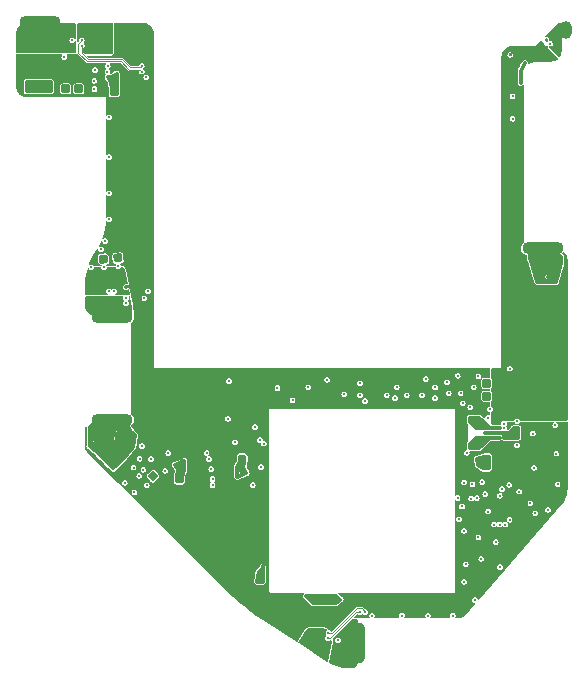
<source format=gbr>
%TF.GenerationSoftware,KiCad,Pcbnew,8.99.0-417-ga763d613e5*%
%TF.CreationDate,2024-05-16T16:31:54-04:00*%
%TF.ProjectId,thundervolt,7468756e-6465-4727-966f-6c742e6b6963,rev?*%
%TF.SameCoordinates,PX85b368ePY7384544*%
%TF.FileFunction,Copper,L2,Inr*%
%TF.FilePolarity,Positive*%
%FSLAX46Y46*%
G04 Gerber Fmt 4.6, Leading zero omitted, Abs format (unit mm)*
G04 Created by KiCad (PCBNEW 8.99.0-417-ga763d613e5) date 2024-05-16 16:31:54*
%MOMM*%
%LPD*%
G01*
G04 APERTURE LIST*
G04 Aperture macros list*
%AMRoundRect*
0 Rectangle with rounded corners*
0 $1 Rounding radius*
0 $2 $3 $4 $5 $6 $7 $8 $9 X,Y pos of 4 corners*
0 Add a 4 corners polygon primitive as box body*
4,1,4,$2,$3,$4,$5,$6,$7,$8,$9,$2,$3,0*
0 Add four circle primitives for the rounded corners*
1,1,$1+$1,$2,$3*
1,1,$1+$1,$4,$5*
1,1,$1+$1,$6,$7*
1,1,$1+$1,$8,$9*
0 Add four rect primitives between the rounded corners*
20,1,$1+$1,$2,$3,$4,$5,0*
20,1,$1+$1,$4,$5,$6,$7,0*
20,1,$1+$1,$6,$7,$8,$9,0*
20,1,$1+$1,$8,$9,$2,$3,0*%
G04 Aperture macros list end*
%TA.AperFunction,ComponentPad*%
%ADD10RoundRect,0.500000X-1.250000X-0.000010X1.250000X-0.000010X1.250000X0.000010X-1.250000X0.000010X0*%
%TD*%
%TA.AperFunction,ComponentPad*%
%ADD11RoundRect,0.500000X0.000010X-1.250000X0.000010X1.250000X-0.000010X1.250000X-0.000010X-1.250000X0*%
%TD*%
%TA.AperFunction,ComponentPad*%
%ADD12RoundRect,0.500000X0.000010X-0.250000X0.000010X0.250000X-0.000010X0.250000X-0.000010X-0.250000X0*%
%TD*%
%TA.AperFunction,ViaPad*%
%ADD13C,0.300000*%
%TD*%
%TA.AperFunction,Conductor*%
%ADD14C,0.300000*%
%TD*%
%TA.AperFunction,Conductor*%
%ADD15C,0.350000*%
%TD*%
%TA.AperFunction,Conductor*%
%ADD16C,0.088900*%
%TD*%
%TA.AperFunction,Conductor*%
%ADD17C,0.304800*%
%TD*%
G04 APERTURE END LIST*
D10*
%TO.N,GND*%
%TO.C,TP5*%
X23038914Y29068642D03*
%TD*%
D11*
%TO.N,+1V15*%
%TO.C,TP3*%
X7517570Y-4372602D03*
%TD*%
D10*
%TO.N,GND*%
%TO.C,TP7*%
X-13402430Y14547398D03*
%TD*%
D12*
%TO.N,+3V3*%
%TO.C,TP1*%
X24977570Y47527398D03*
%TD*%
D10*
%TO.N,+1V0*%
%TO.C,TP4*%
X-13402430Y23247398D03*
%TD*%
%TO.N,+1V8*%
%TO.C,TP2*%
X-19552430Y48237398D03*
%TD*%
D13*
%TO.N,GND*%
X-14100702Y27480205D03*
X-9687095Y9784750D03*
X5717570Y-4112602D03*
X-14349933Y28349088D03*
X-13415668Y42541502D03*
X20984332Y13841502D03*
X23384332Y28341502D03*
X-665668Y1641502D03*
X-13315668Y11041502D03*
X-17142430Y42787398D03*
X-1015668Y1641502D03*
X13934332Y17291502D03*
X18484332Y17841502D03*
X-13116372Y28050596D03*
X-13140792Y28449850D03*
X22134332Y27741502D03*
X18084332Y17841502D03*
X-2615668Y11041502D03*
X-11115697Y9819638D03*
X21185067Y43778918D03*
X-13015668Y13141502D03*
X24198914Y11693642D03*
X6234332Y16716039D03*
X18084332Y16741502D03*
X-13015668Y43441502D03*
X-14003889Y29701826D03*
X-13015668Y42141502D03*
X-10890985Y12348309D03*
X16216344Y7216418D03*
X-3515668Y17841502D03*
X18084332Y16341502D03*
X-14872430Y13217398D03*
X-13915668Y12241502D03*
X4817570Y-358498D03*
X-2815668Y10544371D03*
X-13615668Y11341502D03*
X-19015668Y43187398D03*
X-12872430Y13617398D03*
X24184332Y26241502D03*
X-12715668Y11041502D03*
X-13649019Y40162552D03*
X-15317587Y13517398D03*
X-14683731Y13921723D03*
X-18615668Y42387398D03*
X18484332Y16341502D03*
X-18615668Y42787398D03*
X-12517587Y12017398D03*
X11117570Y-2012602D03*
X4784332Y17941502D03*
X17842378Y2797052D03*
X-13950679Y28373508D03*
X-1315668Y13941502D03*
X-15173173Y27470305D03*
X-19415668Y43187398D03*
X18484332Y16741502D03*
X-17462430Y45287398D03*
X-815668Y10551502D03*
X-8090668Y10741502D03*
X18084332Y11041502D03*
X21998914Y7493642D03*
X18484332Y17441502D03*
X23384332Y26641502D03*
X23784332Y28341502D03*
X-11515668Y13241502D03*
X20184332Y13041502D03*
X21218682Y44121790D03*
X-9988477Y9514546D03*
X-19015668Y42787398D03*
X-20615668Y43187398D03*
X21184332Y43441502D03*
X-16042430Y42387398D03*
X-14515668Y11641502D03*
X24184332Y28341502D03*
X19784332Y13041502D03*
X-14878778Y44163655D03*
X17598914Y4593642D03*
X-13615668Y10741502D03*
X4817570Y-958498D03*
X-15317587Y12317398D03*
X-19815668Y42787398D03*
X-13658727Y36803503D03*
X-13790668Y43541502D03*
X3317570Y-658498D03*
X-7915668Y9341502D03*
X1858303Y16196228D03*
X-13415668Y42141502D03*
X15417570Y-2012602D03*
X18384332Y14741502D03*
X13337857Y-2030487D03*
X584332Y17241502D03*
X17584332Y10741502D03*
X22298914Y10493642D03*
X-13015668Y10741502D03*
X-17542430Y42387398D03*
X-2215668Y11041502D03*
X16527570Y2312398D03*
X-14872430Y12417398D03*
X22984332Y26241502D03*
X23689108Y46407508D03*
X-13615668Y12541502D03*
X-14072430Y13617398D03*
X-11604726Y10512945D03*
X19384332Y13441502D03*
X-14912430Y43267398D03*
X-12717118Y28075016D03*
X11534332Y16641502D03*
X24184332Y27041502D03*
X-11784158Y13552781D03*
X18484332Y10441502D03*
X20984332Y13041502D03*
X-13483731Y13921723D03*
X18984332Y13441502D03*
X4217570Y-958498D03*
X21064332Y8481502D03*
X-20215668Y43187398D03*
X22584332Y26641502D03*
X22198914Y13393642D03*
X-14215668Y11941502D03*
X-14325513Y27949834D03*
X-2815668Y10141502D03*
X17984332Y10441502D03*
X23384332Y26241502D03*
X-2615668Y11441502D03*
X-19415668Y42787398D03*
X23784332Y26241502D03*
X-13315668Y12241502D03*
X-11623297Y12270974D03*
X23784332Y26641502D03*
X23484332Y6941502D03*
X-11796211Y12997633D03*
X-2215668Y11441502D03*
X15834332Y7941502D03*
X10534332Y16391502D03*
X-13015668Y11941502D03*
X-13649019Y33735700D03*
X-13015668Y43841502D03*
X-13615668Y11941502D03*
X-12232430Y24457398D03*
X-13474993Y43120430D03*
X-2315668Y10441502D03*
X-14515668Y12241502D03*
X16384332Y841502D03*
X-7315668Y10267261D03*
X19428562Y2102219D03*
X20184332Y13441502D03*
X-2040668Y10041502D03*
X-13653006Y31521619D03*
X-12239117Y24844645D03*
X-13672430Y13617398D03*
X-13404897Y43619069D03*
X-2460454Y9972493D03*
X-12817587Y12317398D03*
X-20215668Y42387398D03*
X-14472430Y13617398D03*
X-13117587Y12617398D03*
X-2815668Y9741502D03*
X19784332Y13441502D03*
X23384332Y27691502D03*
X23384332Y27041502D03*
X24184332Y26641502D03*
X-7915668Y9741502D03*
X19063599Y4207773D03*
X-18615668Y43187398D03*
X-7845159Y10360397D03*
X-19415668Y42387398D03*
X-13083731Y13921723D03*
X3617570Y-358498D03*
X-10762853Y10333428D03*
X15954374Y6120177D03*
X-13015668Y11341502D03*
X16394161Y9245210D03*
X-14872430Y12817398D03*
X-14072430Y13217398D03*
X16904332Y15615502D03*
X22984332Y26641502D03*
X-13015668Y42541502D03*
X-14472430Y13217398D03*
X-15304334Y13929143D03*
X-9931319Y10054955D03*
X-12741538Y28474270D03*
X4217570Y-358498D03*
X24298914Y9093642D03*
X-19815668Y43187398D03*
X-13926259Y27974254D03*
X21185067Y43096537D03*
X-13315668Y10441502D03*
X-20615668Y42787398D03*
X-17142430Y42387398D03*
X16609332Y11766502D03*
X-1055973Y1242401D03*
X17484332Y11241502D03*
X-665668Y2141502D03*
X-14367183Y28995201D03*
X22405303Y6635950D03*
X-15317587Y12717398D03*
X15853691Y18287024D03*
X-12415668Y11341502D03*
X22584332Y28341502D03*
X-7691976Y10811606D03*
X-20615668Y42387398D03*
X20234332Y6091502D03*
X-16042430Y42787398D03*
X-7315668Y10641502D03*
X17198914Y17293642D03*
X-14464996Y12844424D03*
X3917570Y-658498D03*
X-11097126Y11268155D03*
X-13272430Y13617398D03*
X18084332Y17441502D03*
X-12217587Y11717398D03*
X17919359Y9294359D03*
X-13915668Y11641502D03*
X-11530443Y8402072D03*
X23784332Y27041502D03*
X-13672430Y13217398D03*
X-16782430Y46687398D03*
X18584332Y15441502D03*
X-12347555Y9225374D03*
X21548107Y44743665D03*
X-12071836Y13291040D03*
X-7315668Y11041502D03*
X24034332Y27691502D03*
X18484332Y11041502D03*
X24584332Y27791502D03*
X-10222308Y9779554D03*
X18434332Y6791502D03*
X-12409458Y12592867D03*
X-17542430Y42787398D03*
X-3615668Y14641502D03*
X-20215668Y42787398D03*
X5117570Y-658498D03*
X24098914Y14093642D03*
X-13315668Y11641502D03*
X-14872430Y13617398D03*
X-15317587Y13117398D03*
X-12886731Y27569032D03*
X3617570Y-958498D03*
X22984332Y27041502D03*
X21332972Y44451215D03*
X3199200Y17300060D03*
X-19015668Y42387398D03*
X-16442430Y42387398D03*
X20205970Y9056432D03*
X18084332Y11441502D03*
X-13883731Y13921723D03*
X-665668Y1241502D03*
X-13008888Y42979798D03*
X18584332Y13441502D03*
X5917570Y-658498D03*
X-12715668Y11641502D03*
X5517570Y-358498D03*
X20584332Y13441502D03*
X-12683731Y13921723D03*
X-13417587Y12917398D03*
X22984332Y28341502D03*
X20584332Y13841502D03*
X-14215668Y12541502D03*
X13143435Y18008229D03*
X10684332Y17291502D03*
X-665668Y841502D03*
X18484332Y11441502D03*
X8596423Y-2030487D03*
X-3015668Y12641502D03*
X-7515668Y9741502D03*
X-13915668Y12841502D03*
X20584332Y13041502D03*
X-19815668Y42387398D03*
X24584332Y28341502D03*
X-7515668Y9341502D03*
X4517570Y-658498D03*
X21984332Y28241502D03*
X22584332Y27041502D03*
X-8915668Y10241502D03*
X-16442430Y42787398D03*
X20853125Y12386758D03*
X17298914Y-706358D03*
X13934332Y16401502D03*
X22584332Y26241502D03*
X22734332Y27691502D03*
X5517570Y-958498D03*
X-13915668Y11041502D03*
X18184332Y13441502D03*
X-1115668Y841502D03*
X3017570Y-358498D03*
X20984332Y13441502D03*
X-10125668Y11241502D03*
X-14815668Y11941502D03*
X-10484292Y9021096D03*
X-12472430Y13617398D03*
X-14283731Y13921723D03*
X-14215668Y11341502D03*
X-12283731Y13921723D03*
%TO.N,+3V3*%
X24379944Y45676387D03*
X24227570Y47307398D03*
X24227570Y46907398D03*
X23827570Y47307398D03*
X23992732Y46037828D03*
X24227570Y46507398D03*
X24401858Y46148154D03*
X24227570Y47707398D03*
X23827570Y46907398D03*
%TO.N,+1V8*%
X-17982430Y46287398D03*
X-18382430Y46287398D03*
X-17982430Y45887398D03*
X-17234264Y47647059D03*
X-17182430Y47187398D03*
X-18682430Y46587398D03*
X-17882430Y46687398D03*
X-13790658Y44543362D03*
X-16782429Y47187397D03*
X-18782430Y46987398D03*
X-18282430Y46787398D03*
X-18382430Y47187398D03*
X-17582430Y46987398D03*
X-17682430Y47787398D03*
X-17982430Y47487398D03*
X-17982430Y47087398D03*
X-17582430Y47387398D03*
X-18382430Y45887398D03*
X-16782430Y47587398D03*
%TO.N,+1V0*%
X-14876166Y23985814D03*
X-15290847Y23985814D03*
X-15082393Y24332994D03*
X-15297355Y24676937D03*
X-14282393Y24332994D03*
X-14440296Y23967653D03*
X-14682393Y24332994D03*
X-12764017Y23969907D03*
X-14097355Y24676937D03*
X-13564017Y23969907D03*
X-13164017Y23969907D03*
X-8665668Y11741502D03*
X-14497355Y24676937D03*
X-14897355Y24676937D03*
X-13982393Y24032994D03*
X-15482393Y24332994D03*
%TO.N,+1V15*%
X5317570Y-5312602D03*
X6717570Y-5112602D03*
X6717570Y-3912602D03*
X6817570Y-5912602D03*
X5911790Y-4808866D03*
X6327343Y-4870960D03*
X6332119Y-3629078D03*
X-1515668Y9041502D03*
X6422872Y-5802371D03*
X5542034Y-4575983D03*
X6717570Y-5512602D03*
X5797155Y-5219642D03*
X5617570Y-5612602D03*
X6050307Y-5702066D03*
X6717570Y-3512602D03*
X5217570Y-5712602D03*
X6145837Y-4441078D03*
X6717570Y-4712602D03*
X6227037Y-4035078D03*
X5517570Y-6012602D03*
X5456208Y-4942905D03*
X5917570Y-6112602D03*
X6417570Y-6212602D03*
X6222260Y-5286513D03*
X6717570Y-4312602D03*
%TO.N,SDA*%
X-10382430Y25437398D03*
X-897441Y12846329D03*
X-10915668Y44041502D03*
X20884332Y14436143D03*
X-5215668Y11241502D03*
X4831016Y-3946522D03*
X-4915668Y9541502D03*
X19784332Y14241502D03*
X-15982431Y46685798D03*
X-13682430Y25437398D03*
X20484332Y41941502D03*
X7578667Y-1720952D03*
X-10680018Y24842344D03*
X15084332Y16793642D03*
X18934332Y5691502D03*
%TO.N,SCL*%
X17598914Y18224942D03*
X-10915668Y44541502D03*
X20484332Y40041502D03*
X-582318Y12541502D03*
X-15982430Y46246896D03*
X-13232430Y25437398D03*
X19384332Y5691502D03*
X7995838Y16160971D03*
X7584332Y17641502D03*
X-5415668Y11741502D03*
X8017570Y-1712602D03*
X-4915668Y9041502D03*
X4900451Y-3503461D03*
X16084332Y16793642D03*
X20246462Y18893642D03*
X19784332Y13841502D03*
%TO.N,EN*%
X19410383Y8129344D03*
X-10515668Y43541502D03*
X-5015668Y10398014D03*
%TO.N,VBAT*%
X-7615668Y5941502D03*
X19584332Y11941502D03*
X-6109635Y8996864D03*
X-6515668Y10241502D03*
X-3615668Y10541502D03*
X-11415668Y42541502D03*
X-8515668Y5641502D03*
X-3815668Y11441502D03*
X-12232985Y25796265D03*
X-5915668Y9341502D03*
X-7315668Y5041502D03*
X-6041307Y10239779D03*
X19684332Y11041502D03*
X20084332Y11041502D03*
X-7615668Y4741502D03*
X-12215668Y43041502D03*
X20084332Y11441502D03*
X-8215668Y7141502D03*
X-6315668Y9341502D03*
X-8515668Y6841502D03*
X-4521148Y10746356D03*
X-12215668Y43841502D03*
X-3615668Y9741502D03*
X-3615668Y10141502D03*
X23369811Y46729734D03*
X-8215668Y5341502D03*
X-8855138Y8968317D03*
X15298914Y18593642D03*
X-8215668Y6541502D03*
X-6515668Y10641502D03*
X-7915668Y6241502D03*
X19684332Y11441502D03*
X-7915668Y6841502D03*
X-6653004Y9042416D03*
X-11815668Y42541502D03*
X-11815668Y42141502D03*
X-12329478Y42615810D03*
X19184332Y11941502D03*
X-6315668Y9741502D03*
X-8815668Y6541502D03*
X-8815668Y5941502D03*
X-9115668Y6241502D03*
X-4501231Y11748826D03*
X-7015668Y5341502D03*
X6177897Y-1997614D03*
X-12215668Y43441502D03*
X-8215668Y5941502D03*
X-8633297Y8714784D03*
X-4215668Y11441502D03*
X-7315668Y5641502D03*
X-6715668Y5641502D03*
X19384332Y12641502D03*
X-11748792Y43044551D03*
X-6695302Y9540233D03*
X-4026552Y11805256D03*
X16784332Y10691502D03*
X20303233Y45471233D03*
X-11260245Y42981737D03*
X-4215668Y11041502D03*
X-5637848Y9029401D03*
X-8515668Y6241502D03*
X-7915668Y5641502D03*
X-3409137Y11257549D03*
X-3498762Y11742187D03*
X-7915668Y5041502D03*
X-3815668Y11041502D03*
X-7015668Y5941502D03*
X-4099579Y10540551D03*
X-16502430Y45287398D03*
X-8931198Y8429560D03*
X-7615668Y5341502D03*
X-4538774Y11239878D03*
X-12282593Y42202373D03*
X-9165716Y8695769D03*
X19984332Y11941502D03*
X-5915668Y9741502D03*
X-6515668Y11041502D03*
X18984332Y12641502D03*
X-7315668Y6241502D03*
X-7615668Y6541502D03*
X-11415668Y42141502D03*
%TO.N,+1V8_ALW*%
X16266332Y15957502D03*
X17095648Y9089286D03*
X9834332Y16641502D03*
X17459012Y7936601D03*
X14944710Y17742877D03*
X19591352Y8685420D03*
%TO.N,ALERT*%
X7584332Y16641502D03*
X16998332Y7891502D03*
%TO.N,SAFEMODE*%
X18184059Y8274697D03*
X12834332Y16641502D03*
%TO.N,/1v_ina*%
X-13382430Y26637398D03*
X-12582430Y26637398D03*
X-14182430Y26637398D03*
X-13782430Y26637398D03*
X-14182430Y25437398D03*
X-14982430Y26637398D03*
X-14182430Y25837398D03*
X-13782430Y26237398D03*
X-14982430Y25437398D03*
X-12829500Y25826155D03*
X-14582430Y25437398D03*
X-14582430Y26637398D03*
X-14582430Y25837398D03*
X-14582430Y26237398D03*
X-14982430Y26237398D03*
X-13382430Y26237398D03*
X-12982430Y26637398D03*
X-14976469Y25842711D03*
X-14182430Y26237398D03*
X-12582430Y26237398D03*
X-12982430Y26237398D03*
%TO.N,/1.15v_ina*%
X3943809Y-4110037D03*
X4160453Y-3726744D03*
X3620510Y-4390007D03*
X4817570Y-4812602D03*
X3352665Y-4060717D03*
X3317570Y-3412602D03*
X3617570Y-4812602D03*
X4390429Y-3386780D03*
X4917570Y-4412602D03*
X2817570Y-4212602D03*
X3992546Y-5020231D03*
X3217570Y-4512602D03*
X3673787Y-3740190D03*
X4517570Y-4512602D03*
X4383763Y-4116703D03*
X4319754Y-5287080D03*
X4389643Y-4883630D03*
X2983442Y-3771019D03*
X4097379Y-4604073D03*
X4717570Y-5212602D03*
X3927591Y-3357591D03*
%TO.N,/3.3v_ina*%
X22498914Y45493642D03*
X20084332Y16341502D03*
X23384332Y23541502D03*
X22898914Y45093642D03*
X23784332Y23941502D03*
X22984332Y23541502D03*
X24184332Y23941502D03*
X18984332Y14241502D03*
X20084332Y17441502D03*
X23784332Y23541502D03*
X19684332Y17841502D03*
X19484332Y14841502D03*
X22098914Y45493642D03*
X23298914Y45093642D03*
X23698914Y45093642D03*
X22098914Y45093642D03*
X23752406Y45500391D03*
X22498914Y45093642D03*
X20084332Y15741502D03*
X19684332Y16741502D03*
X19084332Y14841502D03*
X24078605Y45205687D03*
X19684332Y17441502D03*
X23384332Y23941502D03*
X24184332Y23541502D03*
X23384332Y23141502D03*
X19384332Y14241502D03*
X22984332Y23141502D03*
X19884332Y14941502D03*
X20084332Y16741502D03*
X22584332Y23141502D03*
X20084332Y17841502D03*
X22898914Y45493642D03*
X22584332Y23541502D03*
X22984332Y23941502D03*
X23354218Y45491392D03*
X24184332Y23141502D03*
X23784332Y23141502D03*
X22584332Y23941502D03*
X20084332Y15341502D03*
X19684332Y16341502D03*
X19584332Y15441502D03*
%TO.N,/1.8v_ina*%
X-15082430Y47387398D03*
X-15082430Y46587398D03*
X-15482430Y47387398D03*
X-15682430Y47787398D03*
X-15482430Y46187398D03*
X-15682430Y45787398D03*
X-15982431Y47187397D03*
X-15082430Y46187398D03*
X-15482430Y46587398D03*
X-14882430Y47787398D03*
X-15282430Y45787398D03*
X-15482430Y46987398D03*
X-16088879Y47613195D03*
X-15282430Y47787398D03*
X-14882430Y45787398D03*
X-15082430Y46987398D03*
%TO.N,Net-(U7-LX2)*%
X17684332Y14341502D03*
X17284332Y14341502D03*
X18984332Y13841502D03*
X17284332Y14741502D03*
X16884332Y14741502D03*
X16884332Y14341502D03*
X19384332Y13841502D03*
X17684332Y14741502D03*
%TO.N,Net-(U7-LX1)*%
X17684332Y12141502D03*
X17684332Y12541502D03*
X17284332Y12541502D03*
X16884332Y12541502D03*
X16884332Y12141502D03*
X17284332Y12141502D03*
X18984332Y13041502D03*
X19384332Y13041502D03*
%TO.N,Net-(U5-VSET)*%
X-13815668Y44041502D03*
X-14909747Y42576795D03*
%TO.N,Net-(U9-PC0)*%
X16378025Y5161502D03*
X19834332Y5691502D03*
%TD*%
D14*
%TO.N,Net-(U7-LX2)*%
X18584332Y13841502D02*
X17684332Y14741502D01*
X17384332Y13841502D02*
X16884332Y14341502D01*
X18984332Y13841502D02*
X17384332Y13841502D01*
D15*
%TO.N,GND*%
X-17552430Y42782398D02*
X-17152430Y42382398D01*
X-14072430Y13617398D02*
X-13672430Y13217398D01*
X22134332Y27741502D02*
X22734332Y27691502D01*
X24034332Y27691502D02*
X24584332Y28341502D01*
X-12472430Y14017398D02*
X-12071836Y13291040D01*
X23784332Y28341502D02*
X23384332Y27691502D01*
D14*
X20184332Y13441502D02*
X20584332Y13841502D01*
D15*
X-13140792Y28449850D02*
X-12717118Y28075016D01*
X-15317587Y13517398D02*
X-15317587Y12317398D01*
X-18615668Y42387398D02*
X-20615668Y42387398D01*
X-11981068Y13373624D02*
X-11784158Y13552781D01*
X-665668Y1291502D02*
X-665668Y841502D01*
X-14472430Y13617398D02*
X-13915668Y12693642D01*
X23384332Y27041502D02*
X24184332Y26241502D01*
X-14872430Y13617398D02*
X-14215668Y12541502D01*
X-13417587Y12917398D02*
X-13353688Y12493642D01*
X-7691976Y10811606D02*
X-7315668Y11041502D01*
X-2615668Y11441502D02*
X-2215668Y11441502D01*
X-14872430Y13617398D02*
X-13272430Y13617398D01*
X23384332Y27691502D02*
X22984332Y27041502D01*
X-12409458Y12592867D02*
X-12472430Y13617398D01*
X-11796211Y12997633D02*
X-11623297Y12270974D01*
X-13404897Y43619069D02*
X-13474993Y43120430D01*
X18084332Y11441502D02*
X18484332Y11441502D01*
X-13272430Y13617398D02*
X-13015668Y13141502D01*
X22734332Y27691502D02*
X23384332Y27041502D01*
X-11784158Y13552781D02*
X-11515668Y13241502D01*
X-13140792Y28449850D02*
X-13116372Y28050596D01*
X18484332Y17441502D02*
X18084332Y17441502D01*
X-15317587Y13517398D02*
X-14872430Y13217398D01*
X-17552430Y42782398D02*
X-17152430Y42782398D01*
X18484332Y11441502D02*
X18484332Y11041502D01*
X24584332Y27791502D02*
X24184332Y26241502D01*
X24034332Y27691502D02*
X24184332Y27041502D01*
X23784332Y28741502D02*
X24184332Y28341502D01*
X23384332Y28741502D02*
X23784332Y28341502D01*
X22584332Y27041502D02*
X24184332Y27041502D01*
X-1015668Y1641502D02*
X-665668Y1991502D01*
X-11796211Y12997633D02*
X-11515668Y13241502D01*
X-13926259Y27974254D02*
X-14325513Y27949834D01*
X-8090668Y10741502D02*
X-7315668Y11041502D01*
X18084332Y17841502D02*
X18484332Y17841502D01*
X-7845159Y10360397D02*
X-7315668Y11041502D01*
X24184332Y27041502D02*
X24584332Y27791502D01*
D14*
X20184332Y13441502D02*
X20584332Y13041502D01*
D15*
X17584332Y10741502D02*
X17984332Y10441502D01*
X23384332Y27041502D02*
X22584332Y26241502D01*
X-13353688Y12493642D02*
X-12323622Y11516178D01*
X22134332Y27741502D02*
X22984332Y27041502D01*
X-14072430Y13617398D02*
X-13915668Y12841502D01*
X-7691976Y10811606D02*
X-7515668Y9341502D01*
X-1115668Y841502D02*
X-1055973Y1242401D01*
X-14515668Y12241502D02*
X-14515668Y11641502D01*
X22734332Y27691502D02*
X21984332Y28241502D01*
X21984332Y28741502D02*
X24184332Y28741502D01*
X-13015668Y13141502D02*
X-12872430Y13617398D01*
X-7915668Y9341502D02*
X-7515668Y9741502D01*
X-15317587Y12317398D02*
X-14815668Y11941502D01*
X-12715668Y11041502D02*
X-14215668Y12541502D01*
X-12472430Y13617398D02*
X-12309812Y13484916D01*
X18084332Y17441502D02*
X18484332Y17841502D01*
X-12741538Y28474270D02*
X-13140792Y28449850D01*
X23384332Y27691502D02*
X24184332Y28341502D01*
X-12237219Y12093642D02*
X-12309812Y13484916D01*
X-19015668Y42387398D02*
X-18615668Y42787398D01*
X-11623297Y12270974D02*
X-12195783Y12393642D01*
X22584332Y27041502D02*
X22734332Y27691502D01*
X5917570Y-658498D02*
X5517570Y-358498D01*
X-13404897Y43619069D02*
X-13015668Y43441502D01*
X-12217587Y11717398D02*
X-11796211Y12997633D01*
X-15317587Y13517398D02*
X-14872430Y13617398D01*
X-13404897Y43619069D02*
X-13015668Y43841502D01*
X22734332Y27691502D02*
X22984332Y27041502D01*
X17984332Y10441502D02*
X18484332Y10441502D01*
X-14815668Y11941502D02*
X-13315668Y10441502D01*
D14*
X19784332Y13041502D02*
X20984332Y13041502D01*
D15*
X-20615668Y42387398D02*
X-20615668Y43187398D01*
X-13272430Y14017398D02*
X-12872430Y13617398D01*
X21185067Y43096537D02*
X21184332Y43441502D01*
X-13415668Y42141502D02*
X-13415668Y42541502D01*
X23384332Y27691502D02*
X22584332Y28341502D01*
X-11623297Y12270974D02*
X-12415668Y11341502D01*
X-8090668Y10741502D02*
X-7845159Y10360397D01*
X-15160825Y13795414D02*
X-14715668Y13841502D01*
X21984332Y28741502D02*
X21984332Y28241502D01*
X24034332Y27691502D02*
X23784332Y27041502D01*
X23384332Y27691502D02*
X23784332Y27041502D01*
D14*
X20184332Y13441502D02*
X20184332Y13041502D01*
D15*
X-13315668Y12241502D02*
X-13315668Y10441502D01*
X22584332Y27041502D02*
X22584332Y26241502D01*
X-9931319Y10054955D02*
X-9687095Y9784750D01*
D14*
X20984332Y13041502D02*
X20984332Y13441502D01*
D15*
X17484332Y11241502D02*
X18084332Y11441502D01*
X23384332Y28341502D02*
X23384332Y27691502D01*
X-665668Y841502D02*
X-665668Y2141502D01*
X-15160825Y13795414D02*
X-13115668Y14241502D01*
X-2615668Y11441502D02*
X-2215668Y11041502D01*
X-12071836Y13291040D02*
X-11796211Y12997633D01*
X-14472430Y13617398D02*
X-14515668Y12241502D01*
D14*
X20584332Y13441502D02*
X20584332Y13041502D01*
X18184332Y13441502D02*
X20984332Y13441502D01*
D15*
X-12817587Y12317398D02*
X-13117587Y12617398D01*
X5517570Y-358498D02*
X3017570Y-358498D01*
X-12872430Y13617398D02*
X-12701086Y13617398D01*
X-19937668Y43065398D02*
X-20615668Y42387398D01*
X-13015668Y42541502D02*
X-13015668Y42141502D01*
X-12872430Y13617398D02*
X-12697459Y12197269D01*
X21184332Y43441502D02*
X21185067Y43778918D01*
X23384332Y26241502D02*
X24184332Y27041502D01*
X-665668Y841502D02*
X-1115668Y841502D01*
X22734332Y27691502D02*
X22984332Y28341502D01*
X-11784158Y13552781D02*
X-11796211Y12997633D01*
X5517570Y-958498D02*
X5917570Y-658498D01*
X-15317587Y12717398D02*
X-14872430Y12417398D01*
X-11623297Y12270974D02*
X-12217587Y11717398D01*
X-7915668Y9741502D02*
X-7915668Y9525502D01*
X-10222308Y9779554D02*
X-9988477Y9514546D01*
X-15317587Y12317398D02*
X-14872430Y12417398D01*
X-14872430Y14017398D02*
X-15304334Y13929143D01*
X-666567Y1242401D02*
X-665668Y1241502D01*
X-2815668Y10141502D02*
X-2215668Y11041502D01*
X-9687095Y9784750D02*
X-9988477Y9514546D01*
X-9988477Y9514546D02*
X-9931319Y10054955D01*
X-19415668Y43187398D02*
X-19415668Y42387398D01*
X23384332Y27041502D02*
X24034332Y27691502D01*
X24184332Y27041502D02*
X24184332Y26241502D01*
X-19815668Y43065398D02*
X-19937668Y43065398D01*
X-15304334Y13929143D02*
X-15317587Y13517398D01*
X-14815668Y11941502D02*
X-14872430Y13617398D01*
X-13915668Y12841502D02*
X-13915668Y12693642D01*
X-12517587Y12017398D02*
X-12701086Y13617398D01*
X-13272430Y13617398D02*
X-13417587Y12917398D01*
X-13950679Y28373508D02*
X-13926259Y27974254D01*
X-13315668Y10441502D02*
X-12415668Y11341502D01*
X5517570Y-958498D02*
X3617570Y-958498D01*
D16*
X-12472430Y14017398D02*
X-12472430Y13617398D01*
D15*
X-13615668Y12541502D02*
X-13615668Y10741502D01*
X-1115668Y841502D02*
X-715668Y1241502D01*
X-13415668Y42541502D02*
X-13474993Y43120430D01*
X-8090668Y10741502D02*
X-7691976Y10811606D01*
X-14349933Y28349088D02*
X-14325513Y27949834D01*
X-2040668Y10041502D02*
X-2315668Y10441502D01*
X-16452430Y42782398D02*
X-16052430Y42782398D01*
X22134332Y27741502D02*
X22584332Y27041502D01*
D14*
X20584332Y13841502D02*
X20984332Y13841502D01*
D16*
X-12872430Y14017398D02*
X-12872430Y13617398D01*
D15*
X22584332Y28741502D02*
X22984332Y28341502D01*
X-12217587Y11717398D02*
X-12237219Y12093642D01*
X-13116372Y28050596D02*
X-12717118Y28075016D01*
X3617570Y-358498D02*
X4217570Y-958498D01*
X-2615668Y11441502D02*
X-2615668Y11041502D01*
X21185067Y43778918D02*
X21218682Y44121790D01*
X-12697459Y12197269D02*
X-12817587Y12317398D01*
X-2315668Y10441502D02*
X-2215668Y11041502D01*
X-13015668Y11941502D02*
X-13015668Y10741502D01*
X-20615668Y43187398D02*
X-18615668Y43187398D01*
X21984332Y28241502D02*
X23384332Y28341502D01*
X-12717118Y28075016D02*
X-12741538Y28474270D01*
X-13008888Y42979798D02*
X-13015668Y42541502D01*
D14*
X20584332Y13841502D02*
X20584332Y13441502D01*
D15*
X-20615668Y43187398D02*
X-19815668Y42387398D01*
X18084332Y16741502D02*
X18484332Y16741502D01*
X-12072430Y14017398D02*
X-12472430Y13617398D01*
X22984332Y28341502D02*
X23384332Y27691502D01*
X-12195783Y12393642D02*
X-12237219Y12093642D01*
X-12072430Y14017398D02*
X-11981068Y13373624D01*
X-17552430Y42382398D02*
X-17152430Y42382398D01*
X18484332Y10441502D02*
X18484332Y11041502D01*
X-7845159Y10360397D02*
X-7915668Y9741502D01*
X24584332Y28341502D02*
X24184332Y28741502D01*
X24184332Y28341502D02*
X24034332Y27691502D01*
X-14515668Y12241502D02*
X-13015668Y10741502D01*
X-715668Y1241502D02*
X-665668Y1241502D01*
X-7915668Y9525502D02*
X-7315668Y10641502D01*
X23384332Y27041502D02*
X23384332Y27691502D01*
X23784332Y28341502D02*
X24034332Y27691502D01*
X22134332Y27741502D02*
X22584332Y28341502D01*
X18484332Y10441502D02*
X17484332Y11241502D01*
X-14215668Y12541502D02*
X-14215668Y11341502D01*
X-18615668Y42787398D02*
X-18615668Y42387398D01*
X-18615668Y42787398D02*
X-18615668Y43187398D01*
X-20615668Y42787398D02*
X-18615668Y42787398D01*
X-12309812Y13484916D02*
X-12071836Y13291040D01*
X18484332Y17841502D02*
X18484332Y17441502D01*
X22734332Y27691502D02*
X23384332Y27691502D01*
X-19015668Y42387398D02*
X-19015668Y43187398D01*
X-12071836Y13291040D02*
X-11981068Y13373624D01*
D14*
X20984332Y13841502D02*
X20984332Y13441502D01*
D15*
X-16052430Y42782398D02*
X-16052430Y42382398D01*
X18084332Y11041502D02*
X18484332Y11441502D01*
X-15147572Y14153247D02*
X-14715668Y14241502D01*
X-13115668Y13841502D02*
X-13115668Y14241502D01*
X21332972Y44451215D02*
X21548107Y44743665D01*
X-7915668Y9341502D02*
X-7515668Y9341502D01*
X-12715668Y11641502D02*
X-12715668Y11041502D01*
X23784332Y27041502D02*
X24584332Y27791502D01*
X21984332Y28241502D02*
X22134332Y27741502D01*
X-2215668Y11441502D02*
X-2215668Y11041502D01*
X18084332Y11441502D02*
X18084332Y11041502D01*
X-19815668Y43065398D02*
X-19815668Y43187398D01*
X-13015668Y42141502D02*
X-13415668Y42141502D01*
X-1055973Y1242401D02*
X-666567Y1242401D01*
X-7915668Y9525502D02*
X-7915668Y9341502D01*
X24584332Y27791502D02*
X24584332Y28341502D01*
X-16052430Y42382398D02*
X-16452430Y42382398D01*
X-16452430Y42782398D02*
X-16452430Y42382398D01*
D14*
X20584332Y13041502D02*
X20984332Y13441502D01*
D15*
X24584332Y27791502D02*
X24034332Y27691502D01*
X-13915668Y12841502D02*
X-14815668Y11941502D01*
X-2815668Y9741502D02*
X-2040668Y10041502D01*
X-12217587Y11717398D02*
X-12297459Y11797269D01*
X-19815668Y43187398D02*
X-19015668Y42387398D01*
X-12072430Y14017398D02*
X-13501086Y13937856D01*
X17484332Y11241502D02*
X17984332Y10441502D01*
X-14715668Y13841502D02*
X-13115668Y13841502D01*
X21218682Y44121790D02*
X21332972Y44451215D01*
X-12517587Y12017398D02*
X-12697459Y12197269D01*
X-1055973Y1242401D02*
X-1015668Y1641502D01*
X18084332Y16341502D02*
X18084332Y16741502D01*
X-12323622Y11516178D02*
X-12217587Y11717398D01*
X18484332Y16741502D02*
X18484332Y16341502D01*
X-13115668Y13841502D02*
X-13501086Y13937856D01*
X4817570Y-358498D02*
X4217570Y-958498D01*
X-13015668Y43441502D02*
X-13008888Y42979798D01*
X22984332Y28741502D02*
X23384332Y28341502D01*
X24184332Y26241502D02*
X22584332Y26241502D01*
X18084332Y17441502D02*
X18084332Y17841502D01*
X22134332Y27741502D02*
X22584332Y26241502D01*
X24584332Y28341502D02*
X22584332Y28341502D01*
X-12071836Y13291040D02*
X-12195783Y12393642D01*
X-11784158Y13552781D02*
X-12072430Y14017398D01*
X-14349933Y28349088D02*
X-13950679Y28373508D01*
X17584332Y10741502D02*
X18484332Y11041502D01*
X-2460454Y9972493D02*
X-2615668Y11041502D01*
X-12409458Y12592867D02*
X-12297459Y11797269D01*
X-13015668Y43841502D02*
X-13015668Y43441502D01*
X-11623297Y12270974D02*
X-11515668Y13241502D01*
X-20215668Y43187398D02*
X-20215668Y42387398D01*
X24584332Y27791502D02*
X24184332Y28341502D01*
X-1015668Y1641502D02*
X-665668Y1291502D01*
X17484332Y11241502D02*
X17584332Y10741502D01*
D14*
X19784332Y13041502D02*
X20184332Y13441502D01*
D15*
X-17152430Y42382398D02*
X-17152430Y42782398D01*
X-19015668Y42387398D02*
X-18615668Y42387398D01*
X-19815668Y42387398D02*
X-19815668Y43065398D01*
X-13915668Y12841502D02*
X-12415668Y11341502D01*
X22584332Y27041502D02*
X23384332Y26241502D01*
X-17552430Y42782398D02*
X-17552430Y42382398D01*
X21984332Y28241502D02*
X22584332Y28741502D01*
X-665668Y1991502D02*
X-665668Y2141502D01*
X18484332Y16341502D02*
X18084332Y16341502D01*
D17*
X-7315668Y10267261D02*
X-7515668Y9741502D01*
D15*
X-13790668Y43541502D02*
X-13474993Y43120430D01*
X-12297459Y11797269D02*
X-12517587Y12017398D01*
X-19015668Y43187398D02*
X-18615668Y42787398D01*
D14*
X20584332Y13841502D02*
X20984332Y13441502D01*
D15*
X-15317587Y13117398D02*
X-14872430Y12817398D01*
X-12415668Y11341502D02*
X-12323622Y11516178D01*
X-13353688Y12493642D02*
X-13315668Y12241502D01*
X-13501086Y13937856D02*
X-14715668Y14241502D01*
X-13790668Y43541502D02*
X-13404897Y43619069D01*
X-2615668Y11041502D02*
X-2215668Y11441502D01*
X24034332Y27691502D02*
X23384332Y27691502D01*
X-2815668Y10544371D02*
X-2815668Y9741502D01*
D17*
X-7315668Y11041502D02*
X-7315668Y10641502D01*
D15*
X18084332Y16741502D02*
X18484332Y16341502D01*
X-2615668Y11041502D02*
X-2815668Y10544371D01*
X-13117587Y12617398D02*
X-13015668Y13141502D01*
X-10222308Y9779554D02*
X-9931319Y10054955D01*
X-18615668Y43187398D02*
X-18615668Y42387398D01*
X-1015668Y1641502D02*
X-665668Y1641502D01*
X-16452430Y42782398D02*
X-16052430Y42382398D01*
X-13615668Y12541502D02*
X-13672430Y13617398D01*
X-13115668Y14241502D02*
X-14715668Y14241502D01*
X18084332Y11441502D02*
X17584332Y10741502D01*
X5917570Y-658498D02*
X3317570Y-658498D01*
D17*
X-7515668Y9741502D02*
X-7515668Y9341502D01*
D15*
X-19815668Y42387398D02*
X-19015668Y43187398D01*
X-15304334Y13929143D02*
X-15147572Y14153247D01*
X3317570Y-658498D02*
X3617570Y-358498D01*
X-14872430Y13217398D02*
X-14215668Y12541502D01*
D17*
X-7315668Y10641502D02*
X-7315668Y10267261D01*
D15*
X-14349933Y28349088D02*
X-13926259Y27974254D01*
X18084332Y11441502D02*
X17984332Y10441502D01*
X-12701086Y13617398D02*
X-12472430Y13617398D01*
X-13915668Y12693642D02*
X-13915668Y11041502D01*
X3017570Y-358498D02*
X3617570Y-958498D01*
X3617570Y-958498D02*
X4217570Y-358498D01*
D14*
X19784332Y13441502D02*
X19784332Y13041502D01*
D15*
X-13404897Y43619069D02*
X-13015668Y42141502D01*
X22584332Y28341502D02*
X22734332Y27691502D01*
X-15147572Y14153247D02*
X-15160825Y13795414D01*
X-12872430Y14017398D02*
X-12472430Y13617398D01*
D16*
%TO.N,SDA*%
X7578667Y-1720952D02*
X7267667Y-1720952D01*
X7267667Y-1720952D02*
X5042097Y-3946522D01*
X-12656078Y44909598D02*
X-11956077Y44209598D01*
X-16290780Y45644300D02*
X-15556077Y44909598D01*
X-15982431Y46685798D02*
X-16290780Y46377449D01*
X5042097Y-3946522D02*
X4831016Y-3946522D01*
X-16290780Y46377449D02*
X-16290780Y45644300D01*
X-15556077Y44909598D02*
X-12656078Y44909598D01*
X-11083764Y44209598D02*
X-10915668Y44041502D01*
X-11956077Y44209598D02*
X-11083764Y44209598D01*
X4831016Y-3946522D02*
X4893463Y-3946522D01*
%TO.N,SCL*%
X-11069772Y44387398D02*
X-10915668Y44541502D01*
X7320823Y-1412602D02*
X5229964Y-3503461D01*
X-15482430Y45087398D02*
X-12582430Y45087398D01*
X-15990780Y46238546D02*
X-15990780Y45595748D01*
X-11882430Y44387398D02*
X-11069772Y44387398D01*
X7717570Y-1412602D02*
X7320823Y-1412602D01*
X-15990780Y45595748D02*
X-15482430Y45087398D01*
X5229964Y-3503461D02*
X4900451Y-3503461D01*
X8017570Y-1712602D02*
X7717570Y-1412602D01*
X-12582430Y45087398D02*
X-11882430Y44387398D01*
X-15982430Y46246896D02*
X-15990780Y46238546D01*
D14*
%TO.N,Net-(U7-LX2)*%
X16884332Y14741502D02*
X17684332Y14741502D01*
X18184332Y13841502D02*
X17684332Y14341502D01*
X17284332Y14741502D02*
X17284332Y14341502D01*
X17284332Y14341502D02*
X17684332Y14741502D01*
X16884332Y14741502D02*
X16884332Y14341502D01*
X19384332Y13841502D02*
X18984332Y13841502D01*
X18984332Y13841502D02*
X18184332Y13841502D01*
X17684332Y14741502D02*
X18568032Y13857802D01*
X16884332Y14741502D02*
X17284332Y14341502D01*
X17784332Y13841502D02*
X17284332Y14341502D01*
X16884332Y14341502D02*
X17684332Y14341502D01*
X17684332Y14741502D02*
X17684332Y14341502D01*
X18984332Y13841502D02*
X17784332Y13841502D01*
X18984332Y13841502D02*
X18584332Y13841502D01*
%TO.N,Net-(U7-LX1)*%
X19384332Y13041502D02*
X18984332Y13041502D01*
X18984332Y13041502D02*
X17784332Y13041502D01*
X17684332Y12541502D02*
X17684332Y12141502D01*
X18584332Y13041502D02*
X17684332Y12141502D01*
X17384332Y13041502D02*
X16884332Y12541502D01*
X16884332Y12541502D02*
X17284332Y12141502D01*
X17284332Y12541502D02*
X17284332Y12141502D01*
X18184332Y13041502D02*
X17684332Y12541502D01*
X17784332Y13041502D02*
X17284332Y12541502D01*
X17284332Y12141502D02*
X17684332Y12541502D01*
X18984332Y13041502D02*
X17384332Y13041502D01*
X16884332Y12541502D02*
X17684332Y12541502D01*
X17684332Y12141502D02*
X16884332Y12141502D01*
X16884332Y12541502D02*
X16884332Y12141502D01*
X18984332Y13041502D02*
X18584332Y13041502D01*
X18984332Y13041502D02*
X18184332Y13041502D01*
%TD*%
%TA.AperFunction,Conductor*%
%TO.N,+1V0*%
G36*
X-11899192Y25007117D02*
G01*
X-11886840Y24982194D01*
X-11773495Y24143360D01*
X-11700944Y23606431D01*
X-11691095Y23533547D01*
X-11690836Y23524344D01*
X-11697954Y23433264D01*
X-11703195Y23415719D01*
X-11744921Y23339808D01*
X-11756925Y23325980D01*
X-11774463Y23312824D01*
X-11806677Y23304568D01*
X-11831260Y23316858D01*
X-11841241Y23326839D01*
X-11878179Y23342139D01*
X-11878180Y23342139D01*
X-14813532Y23342139D01*
X-14817790Y23342348D01*
X-14986883Y23359000D01*
X-14995237Y23360662D01*
X-15155771Y23409355D01*
X-15163639Y23412613D01*
X-15311601Y23491690D01*
X-15318683Y23496422D01*
X-15448369Y23602838D01*
X-15454390Y23608857D01*
X-15560839Y23738541D01*
X-15565561Y23745608D01*
X-15644661Y23893557D01*
X-15647921Y23901425D01*
X-15696640Y24061954D01*
X-15698303Y24070307D01*
X-15714958Y24239157D01*
X-15715168Y24243422D01*
X-15715168Y24939505D01*
X-15702442Y24970229D01*
X-15695878Y24975619D01*
X-15668619Y24993847D01*
X-15652970Y25000337D01*
X-15584243Y25014045D01*
X-15570009Y25016883D01*
X-15561541Y25017722D01*
X-12491520Y25019501D01*
X-12460790Y25006793D01*
X-12448046Y24976076D01*
X-12455368Y24951913D01*
X-12464626Y24938058D01*
X-12464627Y24938054D01*
X-12483207Y24844645D01*
X-12464627Y24751237D01*
X-12464626Y24751233D01*
X-12410453Y24670157D01*
X-12403965Y24637541D01*
X-12410452Y24621879D01*
X-12457940Y24550807D01*
X-12476520Y24457398D01*
X-12457940Y24363989D01*
X-12405028Y24284800D01*
X-12325839Y24231888D01*
X-12232430Y24213308D01*
X-12139021Y24231888D01*
X-12059832Y24284800D01*
X-12006920Y24363989D01*
X-11988340Y24457398D01*
X-12006920Y24550807D01*
X-12006922Y24550810D01*
X-12006922Y24550811D01*
X-12061095Y24631887D01*
X-12067583Y24664503D01*
X-12061097Y24680163D01*
X-12013607Y24751236D01*
X-11995027Y24844645D01*
X-12013607Y24938054D01*
X-12023063Y24952205D01*
X-12029550Y24984820D01*
X-12011075Y25012471D01*
X-11986963Y25019793D01*
X-11929923Y25019826D01*
X-11899192Y25007117D01*
G37*
%TD.AperFunction*%
%TD*%
%TA.AperFunction,Conductor*%
%TO.N,+3V3*%
G36*
X24839700Y48160842D02*
G01*
X24852426Y48130118D01*
X24852426Y46918018D01*
X24839700Y46887294D01*
X24808976Y46874568D01*
X24759696Y46874568D01*
X24719714Y46874568D01*
X24701245Y46866918D01*
X24682775Y46859268D01*
X24654505Y46830998D01*
X24639205Y46794059D01*
X24639205Y45784236D01*
X24638996Y45779974D01*
X24622330Y45610868D01*
X24620667Y45602515D01*
X24571959Y45441975D01*
X24568700Y45434107D01*
X24489608Y45286145D01*
X24484876Y45279063D01*
X24476091Y45268359D01*
X24446762Y45252683D01*
X24414939Y45262337D01*
X24411790Y45265191D01*
X23570625Y46105843D01*
X23557889Y46136563D01*
X23570606Y46167290D01*
X23601326Y46180026D01*
X23609805Y46179192D01*
X23689108Y46163418D01*
X23782517Y46181998D01*
X23861706Y46234910D01*
X23914618Y46314099D01*
X23933198Y46407508D01*
X23914618Y46500917D01*
X23861706Y46580106D01*
X23838948Y46595312D01*
X23811298Y46613787D01*
X23782517Y46633018D01*
X23689108Y46651598D01*
X23689107Y46651598D01*
X23658397Y46645490D01*
X23625781Y46651978D01*
X23607306Y46679629D01*
X23607306Y46696579D01*
X23613901Y46729734D01*
X23595321Y46823143D01*
X23542409Y46902332D01*
X23463220Y46955244D01*
X23369811Y46973824D01*
X23276402Y46955244D01*
X23276401Y46955244D01*
X23242832Y46932814D01*
X23210215Y46926327D01*
X23182565Y46944803D01*
X23176078Y46977420D01*
X23187971Y46999666D01*
X24349490Y48160847D01*
X24380209Y48173568D01*
X24808976Y48173568D01*
X24839700Y48160842D01*
G37*
%TD.AperFunction*%
%TD*%
%TA.AperFunction,Conductor*%
%TO.N,+1V15*%
G36*
X7358088Y-2325328D02*
G01*
X7370814Y-2356052D01*
X7370814Y-6016029D01*
X7370813Y-6016039D01*
X7370813Y-6045180D01*
X7370444Y-6050833D01*
X7358025Y-6145472D01*
X7355106Y-6156399D01*
X7319778Y-6241973D01*
X7314138Y-6251777D01*
X7257920Y-6325335D01*
X7249941Y-6333351D01*
X7176641Y-6389908D01*
X7166863Y-6395593D01*
X7081452Y-6431315D01*
X7070538Y-6434284D01*
X6976144Y-6447111D01*
X6970278Y-6447507D01*
X6430573Y-6447317D01*
X6430177Y-6447317D01*
X6430175Y-6447316D01*
X6426940Y-6447316D01*
X6424843Y-6447265D01*
X6148823Y-6433846D01*
X6144655Y-6433441D01*
X5872259Y-6393664D01*
X5868148Y-6392860D01*
X5600837Y-6327039D01*
X5596824Y-6325843D01*
X5337087Y-6234590D01*
X5333207Y-6233012D01*
X5083481Y-6117183D01*
X5079771Y-6115240D01*
X4949839Y-6038985D01*
X4929783Y-6012459D01*
X4934358Y-5979520D01*
X4935363Y-5977892D01*
X4941433Y-5968544D01*
X4955079Y-5934332D01*
X5258011Y-4299295D01*
X5258684Y-4295150D01*
X5259217Y-4291332D01*
X5259703Y-4287183D01*
X5263336Y-4248834D01*
X5263755Y-4240470D01*
X5263799Y-4232766D01*
X5263475Y-4224393D01*
X5260278Y-4186001D01*
X5259838Y-4181837D01*
X5259348Y-4178013D01*
X5258724Y-4173869D01*
X5248091Y-4112602D01*
X5473480Y-4112602D01*
X5492060Y-4206011D01*
X5544972Y-4285200D01*
X5624161Y-4338112D01*
X5717570Y-4356692D01*
X5810979Y-4338112D01*
X5890168Y-4285200D01*
X5943080Y-4206011D01*
X5961660Y-4112602D01*
X5943080Y-4019193D01*
X5890168Y-3940004D01*
X5810979Y-3887092D01*
X5717570Y-3868512D01*
X5624161Y-3887092D01*
X5544972Y-3940003D01*
X5544971Y-3940004D01*
X5502137Y-4004112D01*
X5492060Y-4019193D01*
X5473480Y-4112602D01*
X5248091Y-4112602D01*
X5243750Y-4087588D01*
X5241404Y-4077435D01*
X5241402Y-4077430D01*
X5241269Y-4076852D01*
X5241396Y-4076822D01*
X5240223Y-4063126D01*
X5244517Y-4011907D01*
X5245897Y-4004112D01*
X5266699Y-3927941D01*
X5273565Y-3913712D01*
X5297321Y-3881301D01*
X5301620Y-3876289D01*
X5467622Y-3710287D01*
X5468414Y-3709519D01*
X5614994Y-3571501D01*
X5616176Y-3570380D01*
X5617351Y-3569252D01*
X6841894Y-2385741D01*
X6848401Y-2380562D01*
X6917854Y-2335427D01*
X6933230Y-2329212D01*
X6989133Y-2318339D01*
X7014530Y-2313401D01*
X7022824Y-2312602D01*
X7327364Y-2312602D01*
X7358088Y-2325328D01*
G37*
%TD.AperFunction*%
%TD*%
%TA.AperFunction,Conductor*%
%TO.N,/3.3v_ina*%
G36*
X22909724Y46660064D02*
G01*
X22915117Y46653493D01*
X22959952Y46586429D01*
X22959959Y46586417D01*
X22963724Y46581343D01*
X22963725Y46581343D01*
X22965465Y46578997D01*
X22965467Y46578995D01*
X22970869Y46572415D01*
X22976243Y46566489D01*
X22977099Y46565545D01*
X22977113Y46565531D01*
X23002234Y46540425D01*
X23002254Y46540405D01*
X23006486Y46536573D01*
X23009099Y46534206D01*
X23015668Y46528817D01*
X23057124Y46509214D01*
X23089740Y46502726D01*
X23104449Y46500985D01*
X23104450Y46500986D01*
X23106303Y46500766D01*
X23135319Y46484518D01*
X23144513Y46461039D01*
X23147485Y46423416D01*
X23147486Y46423413D01*
X23160218Y46392700D01*
X23160219Y46392699D01*
X23160221Y46392695D01*
X23180693Y46362075D01*
X23320756Y46222096D01*
X23327610Y46215887D01*
X23327615Y46215883D01*
X23334186Y46210492D01*
X23375645Y46190887D01*
X23408256Y46184400D01*
X23408267Y46184398D01*
X23427219Y46182155D01*
X23427011Y46180399D01*
X23452249Y46172204D01*
X23467353Y46142581D01*
X23470685Y46100415D01*
X23470685Y46100412D01*
X23470686Y46100410D01*
X23483422Y46069690D01*
X23503894Y46039072D01*
X23503895Y46039071D01*
X23503896Y46039070D01*
X24345064Y45198415D01*
X24348395Y45195244D01*
X24352539Y45191488D01*
X24366756Y45161425D01*
X24355550Y45130115D01*
X24350922Y45125709D01*
X24242728Y45036916D01*
X24235647Y45032184D01*
X24087685Y44953091D01*
X24079817Y44949832D01*
X23919272Y44901123D01*
X23910919Y44899461D01*
X23741858Y44882798D01*
X23737596Y44882588D01*
X22565187Y44882588D01*
X22565172Y44882590D01*
X22558749Y44882590D01*
X22531820Y44882588D01*
X22507881Y44882588D01*
X22507570Y44882559D01*
X22435542Y44882552D01*
X22245925Y44849103D01*
X22245920Y44849102D01*
X22103666Y44797317D01*
X22064983Y44783235D01*
X22064981Y44783235D01*
X22064981Y44783234D01*
X22064978Y44783233D01*
X21898233Y44686958D01*
X21884475Y44675414D01*
X21852758Y44665416D01*
X21823261Y44680772D01*
X21813263Y44712489D01*
X21814356Y44719081D01*
X21817413Y44731487D01*
X21801574Y44835472D01*
X21747146Y44925481D01*
X21662418Y44987810D01*
X21560286Y45012971D01*
X21560285Y45012971D01*
X21456299Y44997132D01*
X21366291Y44942704D01*
X21128427Y44619358D01*
X21125904Y44616240D01*
X21100416Y44587564D01*
X21100415Y44587561D01*
X21098443Y44581877D01*
X21092397Y44570378D01*
X21088829Y44565528D01*
X21088826Y44565521D01*
X21079653Y44528287D01*
X21078515Y44524439D01*
X20976799Y44231256D01*
X20974078Y44225035D01*
X20960675Y44199932D01*
X20960674Y44199927D01*
X20959105Y44183936D01*
X20956914Y44173942D01*
X20951650Y44158766D01*
X20951649Y44158765D01*
X20953319Y44130360D01*
X20953187Y44123572D01*
X20926423Y43850573D01*
X20923289Y43838103D01*
X20920782Y43832087D01*
X20920698Y43794211D01*
X20920491Y43790071D01*
X20916797Y43752375D01*
X20918691Y43746139D01*
X20920566Y43733416D01*
X20920055Y43498846D01*
X20919814Y43496394D01*
X20919931Y43441630D01*
X20919931Y43441444D01*
X20919812Y43386615D01*
X20920053Y43384160D01*
X20920779Y43043385D01*
X20920780Y43043382D01*
X20961239Y42946289D01*
X21035774Y42872070D01*
X21133038Y42832025D01*
X21238222Y42832249D01*
X21335315Y42872708D01*
X21335316Y42872709D01*
X21357091Y42894576D01*
X21387787Y42907368D01*
X21418538Y42894707D01*
X21431330Y42864011D01*
X21431330Y29558608D01*
X21418604Y29527884D01*
X21414331Y29524137D01*
X21368548Y29489007D01*
X21368545Y29489004D01*
X21274073Y29365885D01*
X21214685Y29222505D01*
X21214682Y29222497D01*
X21199514Y29107279D01*
X21199514Y29030013D01*
X21199515Y29030007D01*
X21214683Y28914788D01*
X21214684Y28914783D01*
X21214685Y28914778D01*
X21236911Y28861120D01*
X21274073Y28771400D01*
X21368547Y28648279D01*
X21368550Y28648276D01*
X21457904Y28579712D01*
X21491671Y28553802D01*
X21635050Y28494413D01*
X21682153Y28488212D01*
X21710953Y28471585D01*
X21719932Y28445134D01*
X21719932Y28291403D01*
X21717709Y28277682D01*
X21716857Y28275124D01*
X21716856Y28275120D01*
X21717161Y28270853D01*
X21716026Y28257438D01*
X21715009Y28253284D01*
X21715009Y28253279D01*
X21717032Y28240128D01*
X21717315Y28229134D01*
X21715963Y28215819D01*
X21716085Y28214669D01*
X21716131Y28214213D01*
X21716233Y28213136D01*
X21717965Y28207579D01*
X21719932Y28194654D01*
X21719932Y28188910D01*
X21720962Y28186423D01*
X21724159Y28172892D01*
X21724350Y28170207D01*
X21726265Y28166381D01*
X21730351Y28153548D01*
X21731001Y28149320D01*
X21737904Y28137942D01*
X21742373Y28127891D01*
X21864784Y27719857D01*
X21866337Y27712285D01*
X21866477Y27711050D01*
X21872468Y27692317D01*
X21874331Y27683270D01*
X21876226Y27663687D01*
X21877461Y27659594D01*
X21877322Y27659553D01*
X21878470Y27656036D01*
X21878606Y27656083D01*
X21881446Y27648011D01*
X21881057Y27647875D01*
X21881534Y27646593D01*
X21881919Y27646744D01*
X21883485Y27642764D01*
X21888474Y27635004D01*
X21893543Y27623993D01*
X22318099Y26208807D01*
X22319931Y26196322D01*
X22319931Y26188910D01*
X22332958Y26157461D01*
X22334088Y26154734D01*
X22335562Y26150592D01*
X22346194Y26115155D01*
X22346195Y26115152D01*
X22350875Y26109414D01*
X22357346Y26098581D01*
X22360183Y26091732D01*
X22386348Y26065567D01*
X22389296Y26062304D01*
X22407099Y26040474D01*
X22412674Y26033639D01*
X22417934Y26030807D01*
X22419195Y26030128D01*
X22429320Y26022595D01*
X22434561Y26017354D01*
X22468754Y26003192D01*
X22472704Y26001316D01*
X22505286Y25983771D01*
X22512658Y25983023D01*
X22524893Y25979937D01*
X22531740Y25977101D01*
X22568744Y25977101D01*
X22573133Y25976880D01*
X22609933Y25973141D01*
X22609936Y25973142D01*
X22617028Y25975269D01*
X22629511Y25977101D01*
X22641979Y25977101D01*
X22641987Y25977102D01*
X23326677Y25977102D01*
X23326685Y25977101D01*
X23331740Y25977101D01*
X23441980Y25977101D01*
X23441988Y25977102D01*
X24126677Y25977102D01*
X24126685Y25977101D01*
X24131740Y25977101D01*
X24145253Y25977101D01*
X24156109Y25975724D01*
X24169188Y25972348D01*
X24199863Y25976675D01*
X24205932Y25977101D01*
X24236925Y25977101D01*
X24249406Y25982272D01*
X24259964Y25985154D01*
X24273342Y25987040D01*
X24300048Y26002791D01*
X24305469Y26005495D01*
X24334103Y26017354D01*
X24343655Y26026907D01*
X24352302Y26033607D01*
X24363945Y26040472D01*
X24382587Y26065241D01*
X24386559Y26069812D01*
X24408480Y26091731D01*
X24413650Y26104216D01*
X24419078Y26113719D01*
X24427203Y26124511D01*
X24434947Y26154521D01*
X24436866Y26160263D01*
X24448733Y26188909D01*
X24448733Y26202423D01*
X24450111Y26213280D01*
X24822993Y27658202D01*
X24826623Y27672269D01*
X24830246Y27680186D01*
X24829952Y27680313D01*
X24831654Y27684238D01*
X24831654Y27684243D01*
X24831656Y27684244D01*
X24831720Y27684541D01*
X24837135Y27698055D01*
X24837295Y27698316D01*
X24837419Y27699107D01*
X24842003Y27712786D01*
X24842375Y27713483D01*
X24842539Y27715172D01*
X24846198Y27728864D01*
X24846900Y27730413D01*
X24846900Y27730418D01*
X24847870Y27734583D01*
X24848415Y27734457D01*
X24848446Y27734601D01*
X24847896Y27734710D01*
X24848732Y27738912D01*
X24848732Y27752420D01*
X24850110Y27763277D01*
X24853486Y27776358D01*
X24853485Y27776361D01*
X24853486Y27776362D01*
X24853727Y27780634D01*
X24854048Y27780616D01*
X24854126Y27782774D01*
X24853804Y27782779D01*
X24853874Y27787053D01*
X24853875Y27787056D01*
X24853820Y27787354D01*
X24853652Y27801911D01*
X24853700Y27802214D01*
X24853513Y27802988D01*
X24852512Y27817380D01*
X24852590Y27818171D01*
X24852095Y27819796D01*
X24850236Y27833856D01*
X24850291Y27835543D01*
X24850289Y27835546D01*
X24850290Y27835548D01*
X24849593Y27839763D01*
X24850140Y27839854D01*
X24848732Y27847596D01*
X24848732Y28293468D01*
X24850798Y28306707D01*
X24852187Y28311048D01*
X24848882Y28350709D01*
X24848732Y28354317D01*
X24848732Y28394095D01*
X24846988Y28398304D01*
X24843830Y28411330D01*
X24843452Y28415870D01*
X24841269Y28420106D01*
X24825220Y28451247D01*
X24823709Y28454504D01*
X24808480Y28491273D01*
X24805253Y28494500D01*
X24797353Y28505322D01*
X24795266Y28509371D01*
X24764906Y28535060D01*
X24762249Y28537505D01*
X24731627Y28568126D01*
X24731626Y28568126D01*
X24711101Y28588651D01*
X24698375Y28619375D01*
X24708960Y28644933D01*
X24707546Y28646018D01*
X24782587Y28743814D01*
X24811386Y28760441D01*
X24843509Y28751834D01*
X24844598Y28750970D01*
X24883878Y28718734D01*
X24889900Y28712712D01*
X24963377Y28623180D01*
X24996334Y28583023D01*
X25001066Y28575941D01*
X25080157Y28427976D01*
X25083417Y28420106D01*
X25132121Y28259559D01*
X25133783Y28251206D01*
X25150437Y28082143D01*
X25150646Y28077877D01*
X25148784Y14571656D01*
X25136054Y14540934D01*
X25129472Y14535534D01*
X25099689Y14515635D01*
X25084027Y14509148D01*
X24999507Y14492337D01*
X24991031Y14491502D01*
X21153069Y14491502D01*
X21122345Y14504228D01*
X21110454Y14526475D01*
X21109842Y14529552D01*
X21056930Y14608741D01*
X21056929Y14608742D01*
X21030652Y14626300D01*
X20977741Y14661653D01*
X20884332Y14680233D01*
X20790923Y14661653D01*
X20711734Y14608742D01*
X20711733Y14608741D01*
X20658822Y14529552D01*
X20658821Y14529552D01*
X20658210Y14526475D01*
X20639734Y14498824D01*
X20615595Y14491502D01*
X19833248Y14491502D01*
X19817237Y14489975D01*
X19785211Y14486919D01*
X19774883Y14483889D01*
X19771133Y14482968D01*
X19690923Y14467013D01*
X19690919Y14467011D01*
X19611733Y14414101D01*
X19608706Y14411073D01*
X19608555Y14411224D01*
X19599912Y14402667D01*
X19593722Y14398622D01*
X19549779Y14333718D01*
X19549778Y14333717D01*
X19534332Y14256877D01*
X19534332Y14247225D01*
X19532851Y14235979D01*
X19517248Y14177748D01*
X19506003Y14158270D01*
X19467564Y14119831D01*
X19448086Y14108586D01*
X19389855Y14092983D01*
X19378609Y14091502D01*
X18942611Y14091502D01*
X18934134Y14092337D01*
X18930886Y14092983D01*
X18849606Y14109151D01*
X18833943Y14115639D01*
X18827669Y14119831D01*
X18765911Y14161097D01*
X18753925Y14173083D01*
X18750808Y14177748D01*
X18708467Y14241117D01*
X18701981Y14256776D01*
X18691405Y14309941D01*
X18685167Y14341306D01*
X18684332Y14349782D01*
X18684332Y15197172D01*
X18697058Y15227896D01*
X18703636Y15233295D01*
X18756930Y15268904D01*
X18809842Y15348093D01*
X18828422Y15441502D01*
X18809842Y15534911D01*
X18756930Y15614100D01*
X18756928Y15614102D01*
X18703642Y15649707D01*
X18685167Y15677358D01*
X18684332Y15685834D01*
X18684332Y16149585D01*
X18697058Y16180309D01*
X18708480Y16191731D01*
X18748732Y16288910D01*
X18748732Y16794094D01*
X18708480Y16891273D01*
X18697058Y16902695D01*
X18684332Y16933419D01*
X18684332Y17249585D01*
X18697058Y17280309D01*
X18708480Y17291731D01*
X18748732Y17388910D01*
X18748732Y17894094D01*
X18708480Y17991273D01*
X18697058Y18002695D01*
X18684332Y18033419D01*
X18684332Y18784846D01*
X18685167Y18793323D01*
X18701981Y18877853D01*
X18708466Y18893510D01*
X18708554Y18893642D01*
X20002372Y18893642D01*
X20020952Y18800233D01*
X20073864Y18721044D01*
X20153053Y18668132D01*
X20246462Y18649552D01*
X20339871Y18668132D01*
X20419060Y18721044D01*
X20471972Y18800233D01*
X20490552Y18893642D01*
X20471972Y18987051D01*
X20419060Y19066240D01*
X20339871Y19119152D01*
X20246462Y19137732D01*
X20153053Y19119152D01*
X20073864Y19066241D01*
X20073863Y19066240D01*
X20020952Y18987051D01*
X20002372Y18893642D01*
X18708554Y18893642D01*
X18728382Y18923316D01*
X18756032Y18941790D01*
X18764508Y18942625D01*
X19470752Y18942625D01*
X19470753Y18942625D01*
X19507691Y18957925D01*
X19535962Y18986196D01*
X19551262Y19023134D01*
X19551262Y40041502D01*
X20240242Y40041502D01*
X20258822Y39948093D01*
X20311734Y39868904D01*
X20390923Y39815992D01*
X20484332Y39797412D01*
X20577741Y39815992D01*
X20656930Y39868904D01*
X20709842Y39948093D01*
X20728422Y40041502D01*
X20709842Y40134911D01*
X20656930Y40214100D01*
X20577741Y40267012D01*
X20484332Y40285592D01*
X20390923Y40267012D01*
X20311734Y40214101D01*
X20311733Y40214100D01*
X20258822Y40134911D01*
X20240242Y40041502D01*
X19551262Y40041502D01*
X19551262Y41941502D01*
X20240242Y41941502D01*
X20258822Y41848093D01*
X20311734Y41768904D01*
X20390923Y41715992D01*
X20484332Y41697412D01*
X20577741Y41715992D01*
X20656930Y41768904D01*
X20709842Y41848093D01*
X20728422Y41941502D01*
X20709842Y42034911D01*
X20656930Y42114100D01*
X20577741Y42167012D01*
X20484332Y42185592D01*
X20390923Y42167012D01*
X20311734Y42114101D01*
X20311733Y42114100D01*
X20258822Y42034911D01*
X20240242Y41941502D01*
X19551262Y41941502D01*
X19551262Y45279941D01*
X19551472Y45284205D01*
X19568145Y45453299D01*
X19569807Y45461651D01*
X19572714Y45471233D01*
X20059143Y45471233D01*
X20077723Y45377824D01*
X20130635Y45298635D01*
X20209824Y45245723D01*
X20303233Y45227143D01*
X20396642Y45245723D01*
X20475831Y45298635D01*
X20528743Y45377824D01*
X20547323Y45471233D01*
X20528743Y45564642D01*
X20475831Y45643831D01*
X20396642Y45696743D01*
X20303233Y45715323D01*
X20209824Y45696743D01*
X20130635Y45643832D01*
X20130634Y45643831D01*
X20079971Y45568006D01*
X20077723Y45564642D01*
X20059143Y45471233D01*
X19572714Y45471233D01*
X19618524Y45622208D01*
X19621774Y45630054D01*
X19700880Y45778039D01*
X19705604Y45785107D01*
X19812042Y45914803D01*
X19818058Y45920820D01*
X19947757Y46027269D01*
X19954825Y46031992D01*
X20102793Y46111097D01*
X20110650Y46114353D01*
X20271213Y46163079D01*
X20279552Y46164738D01*
X20448244Y46181379D01*
X20452509Y46181588D01*
X22328022Y46181588D01*
X22348008Y46181585D01*
X22348008Y46181586D01*
X22348012Y46181585D01*
X22348015Y46181587D01*
X22348023Y46181588D01*
X22348027Y46181588D01*
X22368376Y46190017D01*
X22383596Y46196319D01*
X22385123Y46196889D01*
X22385167Y46196919D01*
X22386626Y46198550D01*
X22402106Y46214030D01*
X22848279Y46660074D01*
X22879002Y46672795D01*
X22909724Y46660064D01*
G37*
%TD.AperFunction*%
%TD*%
%TA.AperFunction,Conductor*%
%TO.N,VBAT*%
G36*
X-10782584Y48130864D02*
G01*
X-10776162Y48130865D01*
X-10776160Y48130863D01*
X-10751363Y48130865D01*
X-10747109Y48130657D01*
X-10577995Y48114011D01*
X-10569649Y48112352D01*
X-10409077Y48063653D01*
X-10401210Y48060393D01*
X-10253241Y47981311D01*
X-10246158Y47976579D01*
X-10116457Y47870145D01*
X-10110434Y47864123D01*
X-10003989Y47734429D01*
X-9999256Y47727346D01*
X-9920162Y47579379D01*
X-9916902Y47571510D01*
X-9868194Y47410952D01*
X-9866532Y47402597D01*
X-9849947Y47234228D01*
X-9849738Y47229969D01*
X-9849738Y19023134D01*
X-9834438Y18986196D01*
X-9806167Y18957925D01*
X-9769229Y18942625D01*
X-9729247Y18942625D01*
X18565672Y18942625D01*
X18596396Y18929899D01*
X18609122Y18899175D01*
X18608287Y18890704D01*
X18592581Y18811739D01*
X18592580Y18811733D01*
X18592576Y18811714D01*
X18591225Y18802605D01*
X18591223Y18802591D01*
X18591222Y18802577D01*
X18590405Y18794291D01*
X18590386Y18794090D01*
X18589932Y18784864D01*
X18589932Y18148302D01*
X18577206Y18117578D01*
X18546482Y18104852D01*
X18538006Y18105687D01*
X18536925Y18105902D01*
X18536924Y18105902D01*
X18136924Y18105902D01*
X18031740Y18105902D01*
X18021446Y18101638D01*
X17934560Y18065650D01*
X17860184Y17991274D01*
X17819932Y17894094D01*
X17819932Y17497604D01*
X17819931Y17497590D01*
X17819931Y17388909D01*
X17839039Y17342780D01*
X17839039Y17342778D01*
X17839040Y17342778D01*
X17860184Y17291731D01*
X17934561Y17217354D01*
X17975896Y17200233D01*
X18031740Y17177101D01*
X18031741Y17177101D01*
X18141979Y17177101D01*
X18141987Y17177102D01*
X18536921Y17177102D01*
X18536924Y17177102D01*
X18536926Y17177104D01*
X18537996Y17177316D01*
X18539073Y17177102D01*
X18541204Y17177102D01*
X18541204Y17176679D01*
X18570614Y17170835D01*
X18589095Y17143189D01*
X18589932Y17134703D01*
X18589932Y17048302D01*
X18577206Y17017578D01*
X18546482Y17004852D01*
X18538006Y17005687D01*
X18536925Y17005902D01*
X18536924Y17005902D01*
X18141987Y17005902D01*
X18141979Y17005903D01*
X18136924Y17005903D01*
X18031740Y17005903D01*
X17983150Y16985776D01*
X17934561Y16965650D01*
X17934559Y16965649D01*
X17860184Y16891274D01*
X17859092Y16888637D01*
X17849952Y16866570D01*
X17828219Y16814101D01*
X17819931Y16794093D01*
X17819931Y16683856D01*
X17819932Y16683847D01*
X17819932Y16394095D01*
X17819932Y16394094D01*
X17819932Y16288910D01*
X17860184Y16191731D01*
X17934561Y16117354D01*
X18031740Y16077102D01*
X18031741Y16077102D01*
X18536921Y16077102D01*
X18536924Y16077102D01*
X18536926Y16077104D01*
X18537996Y16077316D01*
X18539073Y16077102D01*
X18541204Y16077102D01*
X18541204Y16076679D01*
X18570614Y16070835D01*
X18589095Y16043189D01*
X18589932Y16034703D01*
X18589932Y15722365D01*
X18577206Y15691641D01*
X18554959Y15679750D01*
X18490923Y15667013D01*
X18490923Y15667012D01*
X18411734Y15614101D01*
X18411733Y15614100D01*
X18358822Y15534911D01*
X18340242Y15441502D01*
X18358822Y15348093D01*
X18411734Y15268904D01*
X18490923Y15215992D01*
X18554958Y15203255D01*
X18582609Y15184780D01*
X18589932Y15160640D01*
X18589932Y14973338D01*
X18577206Y14942614D01*
X18546482Y14929888D01*
X18522343Y14937210D01*
X18514255Y14942614D01*
X18477741Y14967012D01*
X18384332Y14985592D01*
X18290923Y14967012D01*
X18211734Y14914101D01*
X18211733Y14914100D01*
X18158822Y14834911D01*
X18140242Y14741503D01*
X18141436Y14735500D01*
X18134946Y14702884D01*
X18107295Y14684409D01*
X18074679Y14690899D01*
X18068096Y14696301D01*
X17873311Y14891086D01*
X17867907Y14897671D01*
X17856929Y14914101D01*
X17840500Y14925078D01*
X17833915Y14930482D01*
X17819940Y14944457D01*
X17801682Y14952020D01*
X17794173Y14956034D01*
X17777742Y14967012D01*
X17758356Y14970869D01*
X17750210Y14973340D01*
X17747417Y14974497D01*
X17731952Y14980902D01*
X17731950Y14980902D01*
X17712189Y14980902D01*
X17703712Y14981737D01*
X17684332Y14985592D01*
X17664952Y14981737D01*
X17656475Y14980902D01*
X17312189Y14980902D01*
X17303712Y14981737D01*
X17284332Y14985592D01*
X17264952Y14981737D01*
X17256475Y14980902D01*
X16912189Y14980902D01*
X16903712Y14981737D01*
X16884332Y14985592D01*
X16864952Y14981737D01*
X16856475Y14980902D01*
X16836708Y14980902D01*
X16818454Y14973341D01*
X16810308Y14970869D01*
X16790921Y14967012D01*
X16774490Y14956033D01*
X16766980Y14952019D01*
X16748725Y14944458D01*
X16748724Y14944457D01*
X16734746Y14930480D01*
X16728165Y14925080D01*
X16711736Y14914102D01*
X16711732Y14914098D01*
X16700754Y14897669D01*
X16695354Y14891088D01*
X16681377Y14877110D01*
X16681376Y14877109D01*
X16673815Y14858854D01*
X16669801Y14851344D01*
X16658822Y14834913D01*
X16654965Y14815526D01*
X16652493Y14807380D01*
X16644932Y14789126D01*
X16644932Y14769360D01*
X16644097Y14760884D01*
X16640242Y14741503D01*
X16640242Y14741502D01*
X16644097Y14722122D01*
X16644932Y14713645D01*
X16644932Y14369360D01*
X16644097Y14360884D01*
X16640242Y14341503D01*
X16640242Y14341502D01*
X16644097Y14322122D01*
X16644932Y14313645D01*
X16644932Y14293882D01*
X16648540Y14285172D01*
X16652494Y14275624D01*
X16654965Y14267478D01*
X16658822Y14248093D01*
X16658822Y14248092D01*
X16669800Y14231661D01*
X16673814Y14224153D01*
X16675265Y14220651D01*
X16681024Y14206747D01*
X16684332Y14190119D01*
X16684332Y12692887D01*
X16681025Y12676260D01*
X16673816Y12658855D01*
X16669801Y12651344D01*
X16658822Y12634913D01*
X16654965Y12615526D01*
X16652493Y12607380D01*
X16644932Y12589126D01*
X16644932Y12569360D01*
X16644097Y12560884D01*
X16640242Y12541503D01*
X16640242Y12541502D01*
X16644097Y12522122D01*
X16644932Y12513645D01*
X16644932Y12169360D01*
X16644097Y12160884D01*
X16640242Y12141503D01*
X16640242Y12141502D01*
X16644097Y12122122D01*
X16644932Y12113645D01*
X16644932Y12093882D01*
X16651337Y12078417D01*
X16652494Y12075624D01*
X16654963Y12067484D01*
X16655950Y12062527D01*
X16649469Y12029909D01*
X16621822Y12011429D01*
X16613337Y12010592D01*
X16609332Y12010592D01*
X16515923Y11992012D01*
X16436734Y11939101D01*
X16436733Y11939100D01*
X16388051Y11866240D01*
X16383822Y11859911D01*
X16365242Y11766502D01*
X16383822Y11673093D01*
X16436734Y11593904D01*
X16515923Y11540992D01*
X16609332Y11522412D01*
X16702741Y11540992D01*
X16781930Y11593904D01*
X16834842Y11673093D01*
X16853422Y11766502D01*
X16837711Y11845487D01*
X16844199Y11878101D01*
X16871849Y11896577D01*
X16880326Y11897412D01*
X16884332Y11897412D01*
X16903712Y11901268D01*
X16912189Y11902102D01*
X16931952Y11902102D01*
X17236712Y11902102D01*
X17256475Y11902102D01*
X17264951Y11901268D01*
X17284332Y11897412D01*
X17303712Y11901268D01*
X17312189Y11902102D01*
X17331952Y11902102D01*
X17636712Y11902102D01*
X17656475Y11902102D01*
X17664951Y11901268D01*
X17684332Y11897412D01*
X17703712Y11901268D01*
X17712189Y11902102D01*
X17731951Y11902102D01*
X17731952Y11902102D01*
X17750212Y11909666D01*
X17758357Y11912137D01*
X17777741Y11915992D01*
X17794176Y11926975D01*
X17801681Y11930986D01*
X17819941Y11938548D01*
X17833920Y11952529D01*
X17840493Y11957923D01*
X17856930Y11968904D01*
X17867914Y11985345D01*
X17873305Y11991914D01*
X18268150Y12386758D01*
X20609035Y12386758D01*
X20627615Y12293349D01*
X20658632Y12246929D01*
X20677583Y12218565D01*
X20680527Y12214160D01*
X20759716Y12161248D01*
X20853125Y12142668D01*
X20946534Y12161248D01*
X21025723Y12214160D01*
X21078635Y12293349D01*
X21097215Y12386758D01*
X21078635Y12480167D01*
X21025723Y12559356D01*
X21023436Y12560884D01*
X20999445Y12576915D01*
X20946534Y12612268D01*
X20853125Y12630848D01*
X20759716Y12612268D01*
X20680527Y12559357D01*
X20680526Y12559356D01*
X20668597Y12541502D01*
X20627615Y12480167D01*
X20609035Y12386758D01*
X18268150Y12386758D01*
X18670769Y12789376D01*
X18701493Y12802102D01*
X18936712Y12802102D01*
X18956475Y12802102D01*
X18964951Y12801268D01*
X18984332Y12797412D01*
X19003712Y12801268D01*
X19012189Y12802102D01*
X19356475Y12802102D01*
X19364951Y12801268D01*
X19384332Y12797412D01*
X19403712Y12801268D01*
X19412189Y12802102D01*
X19431951Y12802102D01*
X19431952Y12802102D01*
X19450212Y12809666D01*
X19458357Y12812137D01*
X19477741Y12815992D01*
X19494178Y12826976D01*
X19501679Y12830986D01*
X19519941Y12838549D01*
X19533917Y12852527D01*
X19540487Y12857919D01*
X19556930Y12868904D01*
X19556931Y12868907D01*
X19560192Y12871085D01*
X19592809Y12877572D01*
X19608470Y12871085D01*
X19628163Y12857927D01*
X19634748Y12852523D01*
X19648723Y12838548D01*
X19666981Y12830986D01*
X19674491Y12826972D01*
X19690923Y12815992D01*
X19710306Y12812137D01*
X19718450Y12809667D01*
X19736712Y12802102D01*
X19756475Y12802102D01*
X19764951Y12801268D01*
X19784332Y12797412D01*
X19803712Y12801268D01*
X19812189Y12802102D01*
X19831952Y12802102D01*
X20136712Y12802102D01*
X20156475Y12802102D01*
X20164951Y12801268D01*
X20184332Y12797412D01*
X20203712Y12801268D01*
X20212189Y12802102D01*
X20231952Y12802102D01*
X20536712Y12802102D01*
X20556475Y12802102D01*
X20564951Y12801268D01*
X20584332Y12797412D01*
X20603712Y12801268D01*
X20612189Y12802102D01*
X20631952Y12802102D01*
X20936712Y12802102D01*
X20956475Y12802102D01*
X20964951Y12801268D01*
X20984332Y12797412D01*
X21003712Y12801268D01*
X21012189Y12802102D01*
X21031951Y12802102D01*
X21031952Y12802102D01*
X21050212Y12809666D01*
X21058357Y12812137D01*
X21077741Y12815992D01*
X21094178Y12826976D01*
X21101679Y12830986D01*
X21119941Y12838549D01*
X21133917Y12852527D01*
X21140486Y12857918D01*
X21156930Y12868904D01*
X21167916Y12885348D01*
X21173307Y12891917D01*
X21187285Y12905893D01*
X21194848Y12924155D01*
X21198858Y12931656D01*
X21209842Y12948093D01*
X21213697Y12967477D01*
X21216168Y12975622D01*
X21223732Y12993882D01*
X21223732Y13013645D01*
X21224567Y13022122D01*
X21228422Y13041502D01*
X21228422Y13041503D01*
X21224567Y13060884D01*
X21223732Y13069360D01*
X21223732Y13393642D01*
X21954824Y13393642D01*
X21973404Y13300233D01*
X22026316Y13221044D01*
X22105505Y13168132D01*
X22198914Y13149552D01*
X22292323Y13168132D01*
X22371512Y13221044D01*
X22424424Y13300233D01*
X22443004Y13393642D01*
X22424424Y13487051D01*
X22371512Y13566240D01*
X22361860Y13572689D01*
X22317840Y13602102D01*
X22292323Y13619152D01*
X22198914Y13637732D01*
X22105505Y13619152D01*
X22026316Y13566241D01*
X22026315Y13566240D01*
X21980499Y13497670D01*
X21973404Y13487051D01*
X21954824Y13393642D01*
X21223732Y13393642D01*
X21223732Y13413645D01*
X21224567Y13422122D01*
X21228422Y13441502D01*
X21228422Y13441503D01*
X21224567Y13460884D01*
X21223732Y13469360D01*
X21223732Y13813645D01*
X21224567Y13822122D01*
X21228422Y13841502D01*
X21228422Y13841503D01*
X21224567Y13860884D01*
X21223732Y13869360D01*
X21223732Y13889122D01*
X21216167Y13907384D01*
X21213697Y13915528D01*
X21209842Y13934911D01*
X21198857Y13951351D01*
X21194848Y13958853D01*
X21187285Y13977111D01*
X21173313Y13991083D01*
X21167909Y13997668D01*
X21156930Y14014100D01*
X21156927Y14014102D01*
X21140497Y14025080D01*
X21133912Y14030484D01*
X21119940Y14044456D01*
X21101684Y14052019D01*
X21094176Y14056032D01*
X21077742Y14067012D01*
X21058356Y14070869D01*
X21050210Y14073340D01*
X21047417Y14074497D01*
X21031952Y14080902D01*
X21031950Y14080902D01*
X21012189Y14080902D01*
X21003712Y14081737D01*
X20984332Y14085592D01*
X20964952Y14081737D01*
X20956475Y14080902D01*
X20612189Y14080902D01*
X20603712Y14081737D01*
X20584332Y14085592D01*
X20564952Y14081737D01*
X20556475Y14080902D01*
X20536708Y14080902D01*
X20518454Y14073341D01*
X20510308Y14070869D01*
X20490921Y14067012D01*
X20474490Y14056033D01*
X20466980Y14052019D01*
X20448725Y14044458D01*
X20448724Y14044457D01*
X20434746Y14030480D01*
X20428165Y14025080D01*
X20411736Y14014102D01*
X20411733Y14014099D01*
X20400754Y13997669D01*
X20395354Y13991089D01*
X20381380Y13977113D01*
X20097895Y13693628D01*
X20067171Y13680902D01*
X20046236Y13680902D01*
X20015512Y13693628D01*
X20002786Y13724352D01*
X20008721Y13743925D01*
X20008204Y13744139D01*
X20009838Y13748088D01*
X20009842Y13748093D01*
X20028422Y13841502D01*
X20009842Y13934911D01*
X19956930Y14014100D01*
X19956929Y14014101D01*
X19954750Y14017362D01*
X19948262Y14049979D01*
X19954750Y14065642D01*
X19959894Y14073340D01*
X20009842Y14148093D01*
X20028422Y14241502D01*
X20009842Y14334911D01*
X20008966Y14337025D01*
X20008967Y14370280D01*
X20032482Y14393795D01*
X20049109Y14397102D01*
X20612349Y14397102D01*
X20643073Y14384376D01*
X20654964Y14362129D01*
X20658822Y14342734D01*
X20675667Y14317524D01*
X20709932Y14266241D01*
X20711734Y14263545D01*
X20790923Y14210633D01*
X20884332Y14192053D01*
X20977741Y14210633D01*
X21056930Y14263545D01*
X21109842Y14342734D01*
X21113699Y14362129D01*
X21132174Y14389779D01*
X21156314Y14397102D01*
X23978930Y14397102D01*
X24009654Y14384376D01*
X24022380Y14353652D01*
X24009654Y14322928D01*
X24003069Y14317524D01*
X23926316Y14266241D01*
X23926315Y14266240D01*
X23884020Y14202939D01*
X23873404Y14187051D01*
X23854824Y14093642D01*
X23873404Y14000233D01*
X23897627Y13963981D01*
X23919595Y13931102D01*
X23926316Y13921044D01*
X24005505Y13868132D01*
X24098914Y13849552D01*
X24192323Y13868132D01*
X24271512Y13921044D01*
X24324424Y14000233D01*
X24343004Y14093642D01*
X24324424Y14187051D01*
X24271512Y14266240D01*
X24269659Y14267478D01*
X24232975Y14291989D01*
X24194758Y14317525D01*
X24176283Y14345175D01*
X24182770Y14377791D01*
X24210421Y14396267D01*
X24218898Y14397102D01*
X24991041Y14397102D01*
X24991046Y14397103D01*
X25000286Y14397557D01*
X25008762Y14398392D01*
X25017922Y14399751D01*
X25096831Y14415446D01*
X25129447Y14408958D01*
X25147922Y14381307D01*
X25148757Y14372825D01*
X25147974Y8685420D01*
X25147974Y8685419D01*
X25147973Y8679580D01*
X25147895Y8676990D01*
X25134593Y8454796D01*
X25133976Y8449653D01*
X25094552Y8231892D01*
X25093327Y8226858D01*
X25028264Y8015331D01*
X25026448Y8010479D01*
X24936677Y7808213D01*
X24934297Y7803611D01*
X24821084Y7613460D01*
X24818173Y7609175D01*
X24682378Y7432870D01*
X24680735Y7430864D01*
X24678707Y7428534D01*
X24678708Y7428533D01*
X17612003Y-694241D01*
X17582236Y-709067D01*
X17550703Y-698503D01*
X17536607Y-674199D01*
X17536403Y-673171D01*
X17524424Y-612949D01*
X17471512Y-533760D01*
X17467242Y-530907D01*
X17433362Y-508269D01*
X17392323Y-480848D01*
X17298914Y-462268D01*
X17205505Y-480848D01*
X17126316Y-533759D01*
X17126315Y-533760D01*
X17093623Y-582689D01*
X17073404Y-612949D01*
X17054824Y-706358D01*
X17073404Y-799767D01*
X17105201Y-847355D01*
X17113123Y-859212D01*
X17126316Y-878956D01*
X17205505Y-931868D01*
X17298914Y-950448D01*
X17298915Y-950447D01*
X17302326Y-951126D01*
X17329977Y-969601D01*
X17336465Y-1002217D01*
X17326631Y-1022260D01*
X16537662Y-1929134D01*
X16537657Y-1929141D01*
X16526363Y-1942123D01*
X16523817Y-1944810D01*
X16417481Y-2047782D01*
X16411730Y-2052469D01*
X16290975Y-2134792D01*
X16284510Y-2138433D01*
X16151505Y-2199014D01*
X16144515Y-2201501D01*
X16003151Y-2238567D01*
X15995840Y-2239829D01*
X15848288Y-2252472D01*
X15844579Y-2252631D01*
X15626402Y-2252631D01*
X15595678Y-2239905D01*
X15582952Y-2209181D01*
X15590274Y-2185042D01*
X15601067Y-2168888D01*
X15643080Y-2106011D01*
X15661660Y-2012602D01*
X15643080Y-1919193D01*
X15590168Y-1840004D01*
X15510979Y-1787092D01*
X15417570Y-1768512D01*
X15324161Y-1787092D01*
X15244972Y-1840003D01*
X15244971Y-1840004D01*
X15214773Y-1885200D01*
X15192060Y-1919193D01*
X15173480Y-2012602D01*
X15192060Y-2106011D01*
X15211291Y-2134792D01*
X15244866Y-2185042D01*
X15251353Y-2217658D01*
X15232877Y-2245309D01*
X15208738Y-2252631D01*
X13558639Y-2252631D01*
X13527915Y-2239905D01*
X13515189Y-2209181D01*
X13522511Y-2185042D01*
X13529386Y-2174752D01*
X13563367Y-2123896D01*
X13581947Y-2030487D01*
X13563367Y-1937078D01*
X13510455Y-1857889D01*
X13431266Y-1804977D01*
X13337857Y-1786397D01*
X13244448Y-1804977D01*
X13165259Y-1857888D01*
X13165258Y-1857889D01*
X13141431Y-1893550D01*
X13112347Y-1937078D01*
X13093767Y-2030487D01*
X13112347Y-2123896D01*
X13125799Y-2144028D01*
X13153203Y-2185042D01*
X13159690Y-2217658D01*
X13141214Y-2245309D01*
X13117075Y-2252631D01*
X11326402Y-2252631D01*
X11295678Y-2239905D01*
X11282952Y-2209181D01*
X11290274Y-2185042D01*
X11301067Y-2168888D01*
X11343080Y-2106011D01*
X11361660Y-2012602D01*
X11343080Y-1919193D01*
X11290168Y-1840004D01*
X11210979Y-1787092D01*
X11117570Y-1768512D01*
X11024161Y-1787092D01*
X10944972Y-1840003D01*
X10944971Y-1840004D01*
X10914773Y-1885200D01*
X10892060Y-1919193D01*
X10873480Y-2012602D01*
X10892060Y-2106011D01*
X10911291Y-2134792D01*
X10944866Y-2185042D01*
X10951353Y-2217658D01*
X10932877Y-2245309D01*
X10908738Y-2252631D01*
X8817205Y-2252631D01*
X8786481Y-2239905D01*
X8773755Y-2209181D01*
X8781077Y-2185042D01*
X8787952Y-2174752D01*
X8821933Y-2123896D01*
X8840513Y-2030487D01*
X8821933Y-1937078D01*
X8769021Y-1857889D01*
X8689832Y-1804977D01*
X8596423Y-1786397D01*
X8503014Y-1804977D01*
X8423825Y-1857888D01*
X8423824Y-1857889D01*
X8399997Y-1893550D01*
X8370913Y-1937078D01*
X8352333Y-2030487D01*
X8370913Y-2123896D01*
X8384365Y-2144028D01*
X8411769Y-2185042D01*
X8418256Y-2217658D01*
X8399780Y-2245309D01*
X8375641Y-2252631D01*
X7491305Y-2252631D01*
X7451323Y-2252631D01*
X7451321Y-2252631D01*
X7451318Y-2252632D01*
X7448904Y-2253632D01*
X7415648Y-2253627D01*
X7404065Y-2246527D01*
X7394215Y-2238114D01*
X7394210Y-2238112D01*
X7363489Y-2225387D01*
X7363487Y-2225386D01*
X7363483Y-2225385D01*
X7327368Y-2218202D01*
X7327364Y-2218202D01*
X7064606Y-2218202D01*
X7033882Y-2205476D01*
X7021156Y-2174752D01*
X7033882Y-2144028D01*
X7147424Y-2030487D01*
X7310383Y-1867528D01*
X7341107Y-1854802D01*
X7356954Y-1854802D01*
X7387678Y-1867528D01*
X7393081Y-1874112D01*
X7406069Y-1893550D01*
X7485258Y-1946462D01*
X7578667Y-1965042D01*
X7672076Y-1946462D01*
X7751265Y-1893550D01*
X7764781Y-1873321D01*
X7792430Y-1854846D01*
X7825047Y-1861333D01*
X7837036Y-1873323D01*
X7844970Y-1885198D01*
X7844971Y-1885199D01*
X7844972Y-1885200D01*
X7924161Y-1938112D01*
X8017570Y-1956692D01*
X8110979Y-1938112D01*
X8190168Y-1885200D01*
X8243080Y-1806011D01*
X8261660Y-1712602D01*
X8243080Y-1619193D01*
X8190168Y-1540004D01*
X8110979Y-1487092D01*
X8040495Y-1473072D01*
X8017571Y-1468512D01*
X8017569Y-1468512D01*
X7994641Y-1473072D01*
X7962025Y-1466584D01*
X7955441Y-1461181D01*
X7793391Y-1299131D01*
X7793390Y-1299130D01*
X7744194Y-1278752D01*
X7347447Y-1278752D01*
X7294199Y-1278752D01*
X7245003Y-1299130D01*
X7245001Y-1299131D01*
X5187248Y-3356885D01*
X5156524Y-3369611D01*
X5122164Y-3369611D01*
X5091440Y-3356885D01*
X5086036Y-3350300D01*
X5073048Y-3330862D01*
X5046771Y-3313304D01*
X4993860Y-3277951D01*
X4993859Y-3277950D01*
X4907327Y-3260738D01*
X4879676Y-3242262D01*
X4873765Y-3229105D01*
X4870672Y-3217261D01*
X4869803Y-3215472D01*
X4854591Y-3184126D01*
X4839805Y-3164602D01*
X4811432Y-3127138D01*
X4799698Y-3114298D01*
X4787904Y-3103570D01*
X4779702Y-3097388D01*
X4774020Y-3093105D01*
X4769156Y-3090099D01*
X4754817Y-3081236D01*
X4709778Y-3053399D01*
X4709772Y-3053395D01*
X4694195Y-3045653D01*
X4694196Y-3045653D01*
X4679324Y-3039901D01*
X4662591Y-3035147D01*
X4584352Y-3020545D01*
X4584336Y-3020542D01*
X4584327Y-3020540D01*
X4584311Y-3020538D01*
X4575713Y-3019341D01*
X4575718Y-3019341D01*
X4567740Y-3018603D01*
X4559055Y-3018202D01*
X4559044Y-3018202D01*
X3209804Y-3018202D01*
X3209793Y-3018202D01*
X3201872Y-3018535D01*
X3194567Y-3019152D01*
X3187539Y-3020046D01*
X3186659Y-3020158D01*
X3186656Y-3020158D01*
X3186652Y-3020159D01*
X3114811Y-3032394D01*
X3099421Y-3036374D01*
X3099413Y-3036377D01*
X3085658Y-3041202D01*
X3071144Y-3047714D01*
X3010662Y-3081236D01*
X3010649Y-3081244D01*
X2997449Y-3090090D01*
X2997432Y-3090103D01*
X2986048Y-3099211D01*
X2986047Y-3099212D01*
X2974530Y-3110141D01*
X2974514Y-3110158D01*
X2926044Y-3164612D01*
X2921028Y-3170748D01*
X2916633Y-3176615D01*
X2912145Y-3183164D01*
X2310468Y-4145851D01*
X2310461Y-4145863D01*
X2306029Y-4153782D01*
X2306019Y-4153801D01*
X2306014Y-4153809D01*
X2306010Y-4153818D01*
X2304089Y-4157677D01*
X2302262Y-4161349D01*
X2298598Y-4169706D01*
X2298596Y-4169711D01*
X2273930Y-4234301D01*
X2251080Y-4258463D01*
X2217838Y-4259391D01*
X2209566Y-4255170D01*
X-599218Y-2419261D01*
X-599706Y-2418842D01*
X-605605Y-2415008D01*
X-626473Y-2401445D01*
X-627029Y-2401077D01*
X-1192749Y-2019434D01*
X-1193971Y-2018578D01*
X-1615543Y-1712602D01*
X-1745890Y-1617996D01*
X-1747055Y-1617120D01*
X-2284935Y-1197787D01*
X-2286094Y-1196851D01*
X-2809224Y-759320D01*
X-2810348Y-758347D01*
X-2878437Y-697306D01*
X-3145616Y-457781D01*
X-3318139Y-303115D01*
X-3319233Y-302100D01*
X-3811590Y170781D01*
X-3812123Y171302D01*
X-3830646Y189714D01*
X-3830739Y189806D01*
X-3830786Y189853D01*
X-3830786Y189854D01*
X-4473201Y828423D01*
X-1384930Y828423D01*
X-1381365Y814158D01*
X-1380069Y803625D01*
X-1380069Y788909D01*
X-1368667Y761384D01*
X-1366655Y755290D01*
X-1359430Y726377D01*
X-1359429Y726375D01*
X-1350676Y714560D01*
X-1345447Y705324D01*
X-1339817Y691732D01*
X-1318748Y670663D01*
X-1314559Y665803D01*
X-1296821Y641859D01*
X-1296819Y641857D01*
X-1296818Y641856D01*
X-1284207Y634288D01*
X-1275842Y627757D01*
X-1265439Y617354D01*
X-1237903Y605949D01*
X-1232185Y603069D01*
X-1206627Y587731D01*
X-1192075Y585565D01*
X-1181858Y582734D01*
X-1168260Y577101D01*
X-1138452Y577101D01*
X-1132053Y576627D01*
X-1102590Y572240D01*
X-1088323Y575805D01*
X-1077790Y577101D01*
X-1058021Y577101D01*
X-1058013Y577102D01*
X-613077Y577102D01*
X-613076Y577102D01*
X-515897Y617354D01*
X-441520Y691731D01*
X-401268Y788910D01*
X-401268Y1233846D01*
X-401267Y1233855D01*
X-401267Y1347590D01*
X-401268Y1347604D01*
X-401268Y1933847D01*
X-401267Y1933856D01*
X-401267Y2047591D01*
X-401268Y2047605D01*
X-401268Y2194094D01*
X-434704Y2274817D01*
X-441520Y2291273D01*
X-515897Y2365650D01*
X-613076Y2405902D01*
X-718260Y2405902D01*
X-766850Y2385776D01*
X-815440Y2365650D01*
X-889816Y2291274D01*
X-930068Y2194094D01*
X-930068Y2119019D01*
X-942794Y2088295D01*
X-1165439Y1865650D01*
X-1165440Y1865650D01*
X-1191661Y1839430D01*
X-1194902Y1836500D01*
X-1223631Y1813041D01*
X-1223636Y1813035D01*
X-1227101Y1806590D01*
X-1234640Y1796450D01*
X-1239815Y1791275D01*
X-1239816Y1791274D01*
X-1239816Y1791273D01*
X-1249723Y1767354D01*
X-1254011Y1757004D01*
X-1255880Y1753065D01*
X-1273447Y1720394D01*
X-1274182Y1713114D01*
X-1277268Y1700859D01*
X-1280069Y1694097D01*
X-1280069Y1657001D01*
X-1280289Y1652635D01*
X-1314486Y1314015D01*
X-1317573Y1301754D01*
X-1320373Y1294994D01*
X-1320373Y1265194D01*
X-1320847Y1258795D01*
X-1371605Y917920D01*
X-1374437Y907695D01*
X-1380069Y894096D01*
X-1380069Y864286D01*
X-1380543Y857887D01*
X-1384930Y828426D01*
X-1384930Y828423D01*
X-4473201Y828423D01*
X-12092461Y8402072D01*
X-11774533Y8402072D01*
X-11755953Y8308663D01*
X-11703041Y8229474D01*
X-11623852Y8176562D01*
X-11530443Y8157982D01*
X-11437034Y8176562D01*
X-11357845Y8229474D01*
X-11304933Y8308663D01*
X-11286353Y8402072D01*
X-11304933Y8495481D01*
X-11357845Y8574670D01*
X-11358206Y8574911D01*
X-11384123Y8592229D01*
X-11437034Y8627582D01*
X-11530443Y8646162D01*
X-11623852Y8627582D01*
X-11703041Y8574671D01*
X-11703042Y8574670D01*
X-11740381Y8518787D01*
X-11755953Y8495481D01*
X-11774533Y8402072D01*
X-12092461Y8402072D01*
X-12920721Y9225374D01*
X-12591645Y9225374D01*
X-12573065Y9131965D01*
X-12520153Y9052776D01*
X-12440964Y8999864D01*
X-12347555Y8981284D01*
X-12254146Y8999864D01*
X-12222370Y9021096D01*
X-10728382Y9021096D01*
X-10709802Y8927687D01*
X-10674449Y8874776D01*
X-10657595Y8849552D01*
X-10656890Y8848498D01*
X-10577701Y8795586D01*
X-10484292Y8777006D01*
X-10390883Y8795586D01*
X-10311694Y8848498D01*
X-10258782Y8927687D01*
X-10240202Y9021096D01*
X-10244261Y9041502D01*
X-5159758Y9041502D01*
X-5141178Y8948093D01*
X-5088266Y8868904D01*
X-5009077Y8815992D01*
X-4915668Y8797412D01*
X-4822259Y8815992D01*
X-4743070Y8868904D01*
X-4690158Y8948093D01*
X-4671578Y9041502D01*
X-1759758Y9041502D01*
X-1741178Y8948093D01*
X-1688266Y8868904D01*
X-1609077Y8815992D01*
X-1515668Y8797412D01*
X-1422259Y8815992D01*
X-1343070Y8868904D01*
X-1290158Y8948093D01*
X-1271578Y9041502D01*
X-1290158Y9134911D01*
X-1343070Y9214100D01*
X-1343076Y9214104D01*
X-1389630Y9245210D01*
X-1422259Y9267012D01*
X-1515668Y9285592D01*
X-1609077Y9267012D01*
X-1688266Y9214101D01*
X-1688267Y9214100D01*
X-1729892Y9151802D01*
X-1741178Y9134911D01*
X-1759758Y9041502D01*
X-4671578Y9041502D01*
X-4690158Y9134911D01*
X-4743070Y9214100D01*
X-4743076Y9214104D01*
X-4789630Y9245210D01*
X-4804843Y9255375D01*
X-4823318Y9283025D01*
X-4816831Y9315641D01*
X-4804844Y9327629D01*
X-4743070Y9368904D01*
X-4690158Y9448093D01*
X-4671578Y9541502D01*
X-4690158Y9634911D01*
X-4743070Y9714100D01*
X-4748660Y9717835D01*
X-4773234Y9734255D01*
X-4822259Y9767012D01*
X-4915668Y9785592D01*
X-5009077Y9767012D01*
X-5088266Y9714101D01*
X-5088267Y9714100D01*
X-5137697Y9640121D01*
X-5141178Y9634911D01*
X-5159758Y9541502D01*
X-5141178Y9448093D01*
X-5120943Y9417809D01*
X-5088267Y9368905D01*
X-5088263Y9368901D01*
X-5026495Y9327629D01*
X-5008019Y9299979D01*
X-5014507Y9267363D01*
X-5026495Y9255375D01*
X-5088263Y9214104D01*
X-5088267Y9214100D01*
X-5129892Y9151802D01*
X-5141178Y9134911D01*
X-5159758Y9041502D01*
X-10244261Y9041502D01*
X-10258782Y9114505D01*
X-10311694Y9193694D01*
X-10390883Y9246606D01*
X-10484292Y9265186D01*
X-10577701Y9246606D01*
X-10656890Y9193695D01*
X-10656891Y9193694D01*
X-10700229Y9128832D01*
X-10709802Y9114505D01*
X-10728382Y9021096D01*
X-12222370Y9021096D01*
X-12174957Y9052776D01*
X-12122045Y9131965D01*
X-12103465Y9225374D01*
X-12122045Y9318783D01*
X-12174957Y9397972D01*
X-12183331Y9403567D01*
X-12204645Y9417809D01*
X-12254146Y9450884D01*
X-12347555Y9469464D01*
X-12440964Y9450884D01*
X-12520153Y9397973D01*
X-12520154Y9397972D01*
X-12567154Y9327630D01*
X-12573065Y9318783D01*
X-12591645Y9225374D01*
X-12920721Y9225374D01*
X-13518564Y9819638D01*
X-11359787Y9819638D01*
X-11341207Y9726229D01*
X-11288295Y9647040D01*
X-11209106Y9594128D01*
X-11115697Y9575548D01*
X-11022288Y9594128D01*
X-10943099Y9647040D01*
X-10890187Y9726229D01*
X-10886740Y9743557D01*
X-10489475Y9743557D01*
X-10488903Y9739314D01*
X-10489371Y9739252D01*
X-10489240Y9738393D01*
X-10488774Y9738472D01*
X-10488055Y9734254D01*
X-10471188Y9690135D01*
X-10470672Y9688711D01*
X-10455362Y9644058D01*
X-10453211Y9640358D01*
X-10453619Y9640121D01*
X-10453167Y9639375D01*
X-10452768Y9639625D01*
X-10450491Y9636006D01*
X-10418015Y9601692D01*
X-10417017Y9600600D01*
X-10224276Y9382160D01*
X-10221629Y9378522D01*
X-10190578Y9343887D01*
X-10189147Y9342207D01*
X-10160993Y9307394D01*
X-10160990Y9307393D01*
X-10157704Y9304655D01*
X-10157846Y9304485D01*
X-10155480Y9302600D01*
X-10155347Y9302774D01*
X-10153477Y9301349D01*
X-10153320Y9301204D01*
X-10151291Y9299682D01*
X-10151031Y9299486D01*
X-10150274Y9298909D01*
X-10150236Y9298891D01*
X-10150234Y9298889D01*
X-10109857Y9279525D01*
X-10107922Y9278535D01*
X-10068590Y9257145D01*
X-10064504Y9255874D01*
X-10064571Y9255662D01*
X-10061663Y9254825D01*
X-10061606Y9255038D01*
X-10059347Y9254441D01*
X-10059133Y9254362D01*
X-10056516Y9253691D01*
X-10056194Y9253607D01*
X-10055430Y9253405D01*
X-10055395Y9253404D01*
X-10055392Y9253402D01*
X-10010673Y9250964D01*
X-10008478Y9250788D01*
X-9963987Y9246081D01*
X-9963984Y9246083D01*
X-9959722Y9246470D01*
X-9959702Y9246248D01*
X-9956714Y9246586D01*
X-9956743Y9246803D01*
X-9954423Y9247117D01*
X-9954211Y9247125D01*
X-9951651Y9247490D01*
X-9951318Y9247537D01*
X-9950398Y9247662D01*
X-9950367Y9247674D01*
X-9950363Y9247673D01*
X-9908086Y9262544D01*
X-9906061Y9263199D01*
X-9863113Y9275888D01*
X-9863112Y9275890D01*
X-9859325Y9277878D01*
X-9859222Y9277682D01*
X-9856585Y9279140D01*
X-9856696Y9279330D01*
X-9854676Y9280506D01*
X-9854481Y9280596D01*
X-9852229Y9281928D01*
X-9851944Y9282095D01*
X-9851165Y9282549D01*
X-9844069Y9288911D01*
X-9817810Y9312455D01*
X-9816174Y9313849D01*
X-9781325Y9342030D01*
X-9781324Y9342033D01*
X-9778589Y9345316D01*
X-9778418Y9345174D01*
X-9776537Y9347534D01*
X-9776712Y9347667D01*
X-9775284Y9349542D01*
X-9769722Y9355568D01*
X-9767792Y9357298D01*
X-9552883Y9549975D01*
X-9551030Y9551338D01*
X-9548823Y9553334D01*
X-9548821Y9553334D01*
X-9521428Y9578094D01*
X-9510280Y9588170D01*
X-9510279Y9588168D01*
X-9510189Y9588253D01*
X-9471438Y9622993D01*
X-9471436Y9622999D01*
X-9471307Y9623169D01*
X-9471205Y9623305D01*
X-9470793Y9623855D01*
X-9470790Y9623863D01*
X-9470788Y9623864D01*
X-9448513Y9670794D01*
X-9425951Y9717835D01*
X-9425952Y9717835D01*
X-9425950Y9717837D01*
X-9425904Y9718019D01*
X-9425867Y9718167D01*
X-9425686Y9718878D01*
X-9425686Y9718885D01*
X-9425684Y9718888D01*
X-9423063Y9770786D01*
X-9423059Y9770786D01*
X-9423055Y9770939D01*
X-9421294Y9803217D01*
X-9420221Y9822871D01*
X-9420267Y9823184D01*
X-9420291Y9823349D01*
X-9420374Y9823928D01*
X-9437759Y9872725D01*
X-9437817Y9872889D01*
X-9451610Y9912101D01*
X-9455123Y9922090D01*
X-9455125Y9922092D01*
X-9455126Y9922096D01*
X-9455318Y9922418D01*
X-9455408Y9922570D01*
X-9455674Y9923019D01*
X-9490406Y9961446D01*
X-9490524Y9961576D01*
X-9527324Y10002622D01*
X-9529035Y10004183D01*
X-9697090Y10190117D01*
X-9701634Y10196116D01*
X-9703136Y10198504D01*
X-9731043Y10227989D01*
X-9733271Y10230534D01*
X-9733632Y10230981D01*
X-9742140Y10241502D01*
X-9159758Y10241502D01*
X-9141178Y10148093D01*
X-9116407Y10111020D01*
X-9101920Y10089338D01*
X-9088266Y10068904D01*
X-9009077Y10015992D01*
X-8915668Y9997412D01*
X-8822259Y10015992D01*
X-8743070Y10068904D01*
X-8690158Y10148093D01*
X-8671578Y10241502D01*
X-8690158Y10334911D01*
X-8743070Y10414100D01*
X-8749549Y10418429D01*
X-8769348Y10431659D01*
X-8822259Y10467012D01*
X-8915668Y10485592D01*
X-9009077Y10467012D01*
X-9088266Y10414101D01*
X-9088267Y10414100D01*
X-9127033Y10356081D01*
X-9141178Y10334911D01*
X-9159758Y10241502D01*
X-9742140Y10241502D01*
X-9758803Y10262106D01*
X-9758804Y10262107D01*
X-9758899Y10262158D01*
X-9770369Y10271191D01*
X-9770431Y10271260D01*
X-9770432Y10271261D01*
X-9770433Y10271262D01*
X-9770435Y10271263D01*
X-9772693Y10272942D01*
X-9772771Y10273012D01*
X-9773052Y10273216D01*
X-9773135Y10273264D01*
X-9775436Y10274895D01*
X-9775438Y10274897D01*
X-9775442Y10274899D01*
X-9812521Y10291468D01*
X-9815551Y10292966D01*
X-9851207Y10312355D01*
X-9851212Y10312357D01*
X-9851309Y10312367D01*
X-9865363Y10316322D01*
X-9865456Y10316366D01*
X-9868186Y10317054D01*
X-9868273Y10317084D01*
X-9868636Y10317171D01*
X-9868721Y10317183D01*
X-9871470Y10317809D01*
X-9912085Y10318928D01*
X-9915457Y10319153D01*
X-9955809Y10323421D01*
X-9955911Y10323390D01*
X-9970395Y10321667D01*
X-9970509Y10321673D01*
X-9973299Y10321263D01*
X-9973391Y10321258D01*
X-9973737Y10321203D01*
X-9973826Y10321179D01*
X-9976620Y10320703D01*
X-10014552Y10306201D01*
X-10017752Y10305118D01*
X-10056686Y10293612D01*
X-10056687Y10293611D01*
X-10056773Y10293541D01*
X-10069493Y10286407D01*
X-10069593Y10286372D01*
X-10072012Y10284926D01*
X-10072101Y10284883D01*
X-10072409Y10284695D01*
X-10072472Y10284646D01*
X-10074867Y10283140D01*
X-10104360Y10255227D01*
X-10106904Y10253001D01*
X-10138468Y10227476D01*
X-10138477Y10227464D01*
X-10138528Y10227369D01*
X-10147545Y10215916D01*
X-10147624Y10215845D01*
X-10149305Y10213585D01*
X-10154298Y10207964D01*
X-10400156Y9975276D01*
X-10401275Y9974253D01*
X-10436675Y9943017D01*
X-10439269Y9939614D01*
X-10439642Y9939899D01*
X-10440158Y9939198D01*
X-10439775Y9938927D01*
X-10442251Y9935435D01*
X-10461526Y9892301D01*
X-10462167Y9890931D01*
X-10482914Y9848536D01*
X-10484008Y9844401D01*
X-10484461Y9844521D01*
X-10484669Y9843674D01*
X-10484213Y9843570D01*
X-10485162Y9839403D01*
X-10486462Y9792169D01*
X-10486531Y9790655D01*
X-10489475Y9743557D01*
X-10886740Y9743557D01*
X-10871607Y9819638D01*
X-10890187Y9913047D01*
X-10943099Y9992236D01*
X-11022288Y10045148D01*
X-11115697Y10063728D01*
X-11209106Y10045148D01*
X-11288295Y9992237D01*
X-11288296Y9992236D01*
X-11323456Y9939614D01*
X-11341207Y9913047D01*
X-11359787Y9819638D01*
X-13518564Y9819638D01*
X-15472974Y11762349D01*
X-15475381Y11764944D01*
X-15563691Y11868327D01*
X-15567699Y11873843D01*
X-15570309Y11878101D01*
X-15637883Y11988358D01*
X-15640979Y11994434D01*
X-15648019Y12011429D01*
X-15692384Y12118521D01*
X-15694490Y12125002D01*
X-15695107Y12127571D01*
X-15725851Y12255606D01*
X-15726916Y12262329D01*
X-15737552Y12397430D01*
X-15737686Y12400840D01*
X-15737686Y13539993D01*
X-15737674Y13540091D01*
X-15737677Y13545759D01*
X-15737675Y13545761D01*
X-15737686Y13570575D01*
X-15737479Y13574801D01*
X-15720883Y13743957D01*
X-15719227Y13752297D01*
X-15670561Y13912903D01*
X-15667306Y13920766D01*
X-15655492Y13942881D01*
X-15629791Y13963981D01*
X-15596695Y13960729D01*
X-15575593Y13935027D01*
X-15574598Y13931102D01*
X-15570618Y13911620D01*
X-15569761Y13901525D01*
X-15580046Y13581975D01*
X-15581699Y13574296D01*
X-15581152Y13574187D01*
X-15581987Y13569988D01*
X-15581987Y13548335D01*
X-15582856Y13539689D01*
X-15587165Y13518467D01*
X-15587181Y13514641D01*
X-15587085Y13510760D01*
X-15584145Y13497670D01*
X-15583111Y13486755D01*
X-15583542Y13473340D01*
X-15582842Y13469116D01*
X-15583397Y13469025D01*
X-15581987Y13461296D01*
X-15581987Y13148335D01*
X-15582856Y13139689D01*
X-15587165Y13118467D01*
X-15587166Y13118464D01*
X-15582789Y13096002D01*
X-15581987Y13087693D01*
X-15581987Y12748335D01*
X-15582856Y12739689D01*
X-15587165Y12718467D01*
X-15587166Y12718464D01*
X-15582789Y12696002D01*
X-15581987Y12687693D01*
X-15581987Y12356100D01*
X-15583339Y12345346D01*
X-15586778Y12331884D01*
X-15586236Y12328105D01*
X-15586434Y12314518D01*
X-15587085Y12310764D01*
X-15587085Y12310762D01*
X-15587085Y12310761D01*
X-15583174Y12293349D01*
X-15583043Y12292769D01*
X-15581987Y12283246D01*
X-15581987Y12264805D01*
X-15576673Y12251977D01*
X-15573806Y12241523D01*
X-15571832Y12227769D01*
X-15571832Y12227768D01*
X-15571831Y12227766D01*
X-15569885Y12224484D01*
X-15564867Y12211851D01*
X-15564031Y12208134D01*
X-15553413Y12193058D01*
X-15548795Y12184670D01*
X-15543176Y12171105D01*
X-15541735Y12167627D01*
X-15531911Y12157803D01*
X-15525263Y12149244D01*
X-15518176Y12137294D01*
X-15515129Y12135012D01*
X-15505653Y12125256D01*
X-15503459Y12122141D01*
X-15503458Y12122140D01*
X-15487881Y12112278D01*
X-15480399Y12106291D01*
X-15467358Y12093250D01*
X-15454521Y12087932D01*
X-15445104Y12082569D01*
X-15019200Y11763602D01*
X-14991761Y11743053D01*
X-14987083Y11738999D01*
X-14739817Y11491733D01*
X-14739816Y11491731D01*
X-14665439Y11417354D01*
X-14665438Y11417354D01*
X-14439817Y11191733D01*
X-14439816Y11191731D01*
X-14365439Y11117354D01*
X-14365438Y11117354D01*
X-14139817Y10891733D01*
X-14139816Y10891731D01*
X-14065439Y10817354D01*
X-14065438Y10817354D01*
X-13839817Y10591733D01*
X-13839816Y10591731D01*
X-13765439Y10517354D01*
X-13765438Y10517354D01*
X-13539817Y10291733D01*
X-13539816Y10291731D01*
X-13465439Y10217354D01*
X-13417294Y10197412D01*
X-13368260Y10177101D01*
X-13368259Y10177101D01*
X-13263077Y10177101D01*
X-13263076Y10177101D01*
X-13214042Y10197412D01*
X-13165897Y10217354D01*
X-13091520Y10291731D01*
X-13091520Y10291733D01*
X-12870308Y10512945D01*
X-11848816Y10512945D01*
X-11830236Y10419536D01*
X-11777324Y10340347D01*
X-11698135Y10287435D01*
X-11604726Y10268855D01*
X-11511317Y10287435D01*
X-11442483Y10333428D01*
X-11006943Y10333428D01*
X-10988363Y10240019D01*
X-10959631Y10197018D01*
X-10937056Y10163231D01*
X-10935451Y10160830D01*
X-10856262Y10107918D01*
X-10762853Y10089338D01*
X-10669444Y10107918D01*
X-10590255Y10160830D01*
X-10537343Y10240019D01*
X-10518763Y10333428D01*
X-10537343Y10426837D01*
X-10590255Y10506026D01*
X-10598066Y10511245D01*
X-10630471Y10532897D01*
X-10669444Y10558938D01*
X-10762853Y10577518D01*
X-10856262Y10558938D01*
X-10935451Y10506027D01*
X-10935452Y10506026D01*
X-10970372Y10453763D01*
X-10988363Y10426837D01*
X-11006943Y10333428D01*
X-11442483Y10333428D01*
X-11432128Y10340347D01*
X-11379216Y10419536D01*
X-11360636Y10512945D01*
X-11379216Y10606354D01*
X-11432128Y10685543D01*
X-11446433Y10695101D01*
X-11465416Y10707785D01*
X-11511317Y10738455D01*
X-11549440Y10746038D01*
X-8360215Y10746038D01*
X-8356416Y10725111D01*
X-8355729Y10716338D01*
X-8356225Y10695103D01*
X-8348124Y10674173D01*
X-8345852Y10666016D01*
X-8341962Y10643895D01*
X-8341734Y10643318D01*
X-8341652Y10643108D01*
X-8341434Y10642546D01*
X-8329916Y10624667D01*
X-8325923Y10616821D01*
X-8318256Y10597013D01*
X-8318255Y10597012D01*
X-8318254Y10597010D01*
X-8302764Y10580778D01*
X-8297541Y10574109D01*
X-8284153Y10553071D01*
X-8282199Y10550593D01*
X-8185336Y10400234D01*
X-8126944Y10309591D01*
X-8120300Y10281142D01*
X-8173472Y9814418D01*
X-8176500Y9802710D01*
X-8180068Y9794097D01*
X-8180068Y9758986D01*
X-8180347Y9754068D01*
X-8184322Y9719179D01*
X-8184322Y9719174D01*
X-8181751Y9710210D01*
X-8180068Y9698235D01*
X-8180068Y9541002D01*
X-8180288Y9536638D01*
X-8184015Y9499730D01*
X-8181909Y9492730D01*
X-8180068Y9480216D01*
X-8180068Y9397604D01*
X-8180069Y9397590D01*
X-8180069Y9288909D01*
X-8162329Y9246083D01*
X-8162329Y9246081D01*
X-8162328Y9246081D01*
X-8139816Y9191731D01*
X-8065439Y9117354D01*
X-8022822Y9099702D01*
X-7968260Y9077101D01*
X-7968259Y9077101D01*
X-7858021Y9077101D01*
X-7858013Y9077102D01*
X-7558004Y9077102D01*
X-7546276Y9075489D01*
X-7543674Y9074760D01*
X-7536402Y9072721D01*
X-7502449Y9076793D01*
X-7497276Y9077102D01*
X-7463077Y9077102D01*
X-7463076Y9077102D01*
X-7453598Y9081029D01*
X-7442150Y9084026D01*
X-7431967Y9085246D01*
X-7402161Y9102000D01*
X-7397499Y9104265D01*
X-7365897Y9117354D01*
X-7358644Y9124609D01*
X-7349209Y9131761D01*
X-7340272Y9136783D01*
X-7319135Y9163683D01*
X-7315711Y9167542D01*
X-7291520Y9191731D01*
X-7287596Y9201207D01*
X-7281619Y9211425D01*
X-7275281Y9219488D01*
X-7266050Y9252418D01*
X-7264362Y9257303D01*
X-7251268Y9288910D01*
X-7251268Y9299166D01*
X-7249655Y9310895D01*
X-7249014Y9313181D01*
X-7246887Y9320768D01*
X-7250959Y9354723D01*
X-7251268Y9359896D01*
X-7251268Y9394093D01*
X-7251268Y9394094D01*
X-7255195Y9403573D01*
X-7258192Y9415024D01*
X-7258526Y9417808D01*
X-7270660Y9518994D01*
X-7273559Y9543168D01*
X-7273868Y9548341D01*
X-7273868Y9625707D01*
X-7270560Y9642335D01*
X-7258706Y9670953D01*
X-7251268Y9688909D01*
X-7251268Y9748492D01*
X-7248430Y9763938D01*
X-7104911Y10141219D01*
X-3085248Y10141219D01*
X-3080912Y10119541D01*
X-3080068Y10111020D01*
X-3080068Y9745099D01*
X-3080080Y9744084D01*
X-3081225Y9695102D01*
X-3080716Y9692193D01*
X-3080709Y9692104D01*
X-3080668Y9691885D01*
X-3080645Y9691807D01*
X-3080070Y9688914D01*
X-3079986Y9688711D01*
X-3061490Y9644057D01*
X-3061308Y9643619D01*
X-3060931Y9642676D01*
X-3043257Y9597013D01*
X-3041678Y9594528D01*
X-3041639Y9594453D01*
X-3041505Y9594248D01*
X-3041456Y9594186D01*
X-3039816Y9591731D01*
X-3005159Y9557074D01*
X-3004450Y9556347D01*
X-2987369Y9538449D01*
X-2970635Y9520914D01*
X-2970632Y9520913D01*
X-2968219Y9519217D01*
X-2968151Y9519160D01*
X-2967974Y9519039D01*
X-2967893Y9518994D01*
X-2965443Y9517358D01*
X-2965439Y9517354D01*
X-2920160Y9498600D01*
X-2919323Y9498241D01*
X-2878529Y9480216D01*
X-2874424Y9478402D01*
X-2871547Y9477760D01*
X-2871473Y9477737D01*
X-2871224Y9477685D01*
X-2871132Y9477674D01*
X-2868261Y9477103D01*
X-2868260Y9477102D01*
X-2819264Y9477102D01*
X-2818249Y9477090D01*
X-2769268Y9475946D01*
X-2769268Y9475947D01*
X-2769267Y9475946D01*
X-2769267Y9475947D01*
X-2766359Y9476454D01*
X-2766275Y9476462D01*
X-2766045Y9476505D01*
X-2765967Y9476527D01*
X-2763081Y9477102D01*
X-2763076Y9477102D01*
X-2717751Y9495877D01*
X-2716892Y9496221D01*
X-1968194Y9786040D01*
X-1961561Y9788015D01*
X-1945480Y9791435D01*
X-1934219Y9793830D01*
X-1934219Y9793831D01*
X-1934216Y9793831D01*
X-1920562Y9803220D01*
X-1911631Y9807935D01*
X-1896175Y9813917D01*
X-1875952Y9833217D01*
X-1870573Y9837587D01*
X-1847540Y9853420D01*
X-1838515Y9867323D01*
X-1832078Y9875087D01*
X-1820080Y9886535D01*
X-1808779Y9912113D01*
X-1805492Y9918190D01*
X-1790264Y9941644D01*
X-1787247Y9957939D01*
X-1784265Y9967590D01*
X-1777569Y9982744D01*
X-1777569Y9982745D01*
X-1777568Y9982747D01*
X-1776916Y10010696D01*
X-1776201Y10017586D01*
X-1771111Y10045070D01*
X-1771111Y10045071D01*
X-1774561Y10061289D01*
X-1775499Y10071332D01*
X-1775111Y10087903D01*
X-1785208Y10113984D01*
X-1787184Y10120624D01*
X-1791565Y10141219D01*
X-1792997Y10147954D01*
X-1802385Y10161610D01*
X-1807099Y10170538D01*
X-1807683Y10172047D01*
X-1813082Y10185995D01*
X-1832386Y10206223D01*
X-1836753Y10211599D01*
X-1839721Y10215916D01*
X-2027381Y10488876D01*
X-2034434Y10520631D01*
X-2029289Y10551502D01*
X-1059758Y10551502D01*
X-1041178Y10458093D01*
X-1011784Y10414101D01*
X-994953Y10388911D01*
X-988266Y10378904D01*
X-909077Y10325992D01*
X-815668Y10307412D01*
X-722259Y10325992D01*
X-643070Y10378904D01*
X-590158Y10458093D01*
X-571578Y10551502D01*
X-590158Y10644911D01*
X-643070Y10724100D01*
X-643889Y10724647D01*
X-676991Y10746765D01*
X-722259Y10777012D01*
X-815668Y10795592D01*
X-909077Y10777012D01*
X-988266Y10724101D01*
X-988267Y10724100D01*
X-1026235Y10667275D01*
X-1041178Y10644911D01*
X-1059758Y10551502D01*
X-2029289Y10551502D01*
X-1960648Y10963342D01*
X-1957933Y10972821D01*
X-1951268Y10988910D01*
X-1951268Y11011344D01*
X-1950442Y11019777D01*
X-1946088Y11041784D01*
X-1946090Y11041790D01*
X-1946093Y11045850D01*
X-1946220Y11049907D01*
X-1946219Y11049911D01*
X-1950148Y11066881D01*
X-1951268Y11076682D01*
X-1951268Y11494094D01*
X-1960339Y11515993D01*
X-1991520Y11591273D01*
X-2065897Y11665650D01*
X-2163076Y11705902D01*
X-2163077Y11705902D01*
X-2558013Y11705902D01*
X-2558021Y11705903D01*
X-2563076Y11705903D01*
X-2668260Y11705903D01*
X-2668262Y11705903D01*
X-2716392Y11685966D01*
X-2716393Y11685965D01*
X-2765440Y11665650D01*
X-2839816Y11591274D01*
X-2856368Y11551311D01*
X-2856369Y11551310D01*
X-2880069Y11494096D01*
X-2880069Y11383856D01*
X-2880068Y11383847D01*
X-2880068Y11101106D01*
X-2883208Y11084889D01*
X-3060361Y10644551D01*
X-3060528Y10644142D01*
X-3080095Y10596898D01*
X-3080298Y10595820D01*
X-3080380Y10595397D01*
X-3080592Y10594335D01*
X-3080070Y10543194D01*
X-3080068Y10542751D01*
X-3080068Y10171662D01*
X-3080894Y10163231D01*
X-3085248Y10141222D01*
X-3085248Y10141219D01*
X-7104911Y10141219D01*
X-7097337Y10161129D01*
X-7092855Y10169816D01*
X-7090158Y10173852D01*
X-7088703Y10181172D01*
X-7086230Y10189321D01*
X-7085900Y10190117D01*
X-7073868Y10219164D01*
X-7073868Y10219170D01*
X-7073166Y10222699D01*
X-7072569Y10226241D01*
X-7072567Y10226244D01*
X-7072706Y10230981D01*
X-7073342Y10252751D01*
X-7072526Y10262501D01*
X-7071578Y10267261D01*
X-7073033Y10274577D01*
X-7073868Y10283053D01*
X-7073868Y10398014D01*
X-5259758Y10398014D01*
X-5241178Y10304605D01*
X-5213389Y10263016D01*
X-5188820Y10226244D01*
X-5188266Y10225416D01*
X-5109077Y10172504D01*
X-5015668Y10153924D01*
X-4922259Y10172504D01*
X-4843070Y10225416D01*
X-4790158Y10304605D01*
X-4771578Y10398014D01*
X-4790158Y10491423D01*
X-4843070Y10570612D01*
X-4848304Y10574109D01*
X-4874680Y10591733D01*
X-4922259Y10623524D01*
X-5015668Y10642104D01*
X-5109077Y10623524D01*
X-5188266Y10570613D01*
X-5188267Y10570612D01*
X-5227935Y10511243D01*
X-5241178Y10491423D01*
X-5259758Y10398014D01*
X-7073868Y10398014D01*
X-7073868Y10521959D01*
X-7068689Y10542532D01*
X-7057887Y10562621D01*
X-7047322Y10667275D01*
X-7064409Y10724101D01*
X-7072028Y10749438D01*
X-7073868Y10761950D01*
X-7073868Y10912553D01*
X-7071351Y10923984D01*
X-7072010Y10924143D01*
X-7066158Y10948377D01*
X-7065147Y10952565D01*
X-7062657Y10959916D01*
X-7052568Y10982747D01*
X-7052225Y10997475D01*
X-7050685Y11007967D01*
X-7046781Y11022174D01*
X-7046782Y11022180D01*
X-7046480Y11026384D01*
X-7046310Y11030549D01*
X-7048210Y11042646D01*
X-7050182Y11055204D01*
X-7050695Y11062958D01*
X-7050374Y11076682D01*
X-7050111Y11087903D01*
X-7055429Y11101639D01*
X-7058022Y11111923D01*
X-7059852Y11126544D01*
X-7059853Y11126546D01*
X-7059853Y11126547D01*
X-7061148Y11130444D01*
X-7062624Y11134463D01*
X-7067083Y11141761D01*
X-7075635Y11155759D01*
X-7079073Y11162721D01*
X-7088082Y11185995D01*
X-7097060Y11195402D01*
X-7098256Y11196656D01*
X-7104584Y11205160D01*
X-7111870Y11217967D01*
X-7111874Y11217970D01*
X-7114611Y11221131D01*
X-7117460Y11224223D01*
X-7128871Y11232537D01*
X-7137627Y11238917D01*
X-7143464Y11244028D01*
X-7155911Y11257071D01*
X-7160701Y11262091D01*
X-7174180Y11268047D01*
X-7183283Y11273484D01*
X-7194912Y11282524D01*
X-7194913Y11282525D01*
X-7198635Y11284389D01*
X-7202476Y11286167D01*
X-7226721Y11292023D01*
X-7234078Y11294514D01*
X-7256911Y11304602D01*
X-7256914Y11304603D01*
X-7271641Y11304947D01*
X-7282132Y11306487D01*
X-7296339Y11310389D01*
X-7300508Y11310689D01*
X-7304720Y11310861D01*
X-7329368Y11306991D01*
X-7337120Y11306477D01*
X-7362066Y11307060D01*
X-7362072Y11307059D01*
X-7375807Y11301742D01*
X-7386087Y11299150D01*
X-7400709Y11297318D01*
X-7404654Y11296007D01*
X-7408629Y11294546D01*
X-7429921Y11281540D01*
X-7436885Y11278100D01*
X-8157999Y10998958D01*
X-8166158Y10996685D01*
X-8188276Y10992796D01*
X-8188810Y10992584D01*
X-8189052Y10992490D01*
X-8189623Y10992269D01*
X-8207509Y10980749D01*
X-8215348Y10976759D01*
X-8235159Y10969089D01*
X-8251396Y10953596D01*
X-8258061Y10948377D01*
X-8277016Y10936313D01*
X-8277365Y10935975D01*
X-8277558Y10935789D01*
X-8278051Y10935319D01*
X-8290167Y10917829D01*
X-8295883Y10911142D01*
X-8311255Y10896471D01*
X-8311258Y10896467D01*
X-8320329Y10875939D01*
X-8324490Y10868565D01*
X-8337381Y10850173D01*
X-8337652Y10849546D01*
X-8337754Y10849312D01*
X-8337961Y10848844D01*
X-8342459Y10828063D01*
X-8345180Y10819698D01*
X-8353768Y10800258D01*
X-8353769Y10800257D01*
X-8354293Y10777823D01*
X-8355315Y10769417D01*
X-8360188Y10747483D01*
X-8360200Y10746715D01*
X-8360205Y10746477D01*
X-8360215Y10746038D01*
X-11549440Y10746038D01*
X-11604726Y10757035D01*
X-11698135Y10738455D01*
X-11777324Y10685544D01*
X-11777325Y10685543D01*
X-11820485Y10620948D01*
X-11830236Y10606354D01*
X-11848816Y10512945D01*
X-12870308Y10512945D01*
X-12865899Y10517354D01*
X-12865897Y10517354D01*
X-12791520Y10591731D01*
X-12791520Y10591733D01*
X-12565899Y10817354D01*
X-12565897Y10817354D01*
X-12491520Y10891731D01*
X-12491520Y10891733D01*
X-12263082Y11120172D01*
X-12252119Y11128143D01*
X-12248578Y11129950D01*
X-12231645Y11149815D01*
X-12226355Y11155038D01*
X-12206275Y11171715D01*
X-12203481Y11177020D01*
X-12195765Y11187489D01*
X-12191521Y11191731D01*
X-12190000Y11195405D01*
X-12182926Y11206964D01*
X-12130761Y11268155D01*
X-11341216Y11268155D01*
X-11322636Y11174746D01*
X-11292908Y11130255D01*
X-11277118Y11106622D01*
X-11269724Y11095557D01*
X-11190535Y11042645D01*
X-11097126Y11024065D01*
X-11003717Y11042645D01*
X-10924528Y11095557D01*
X-10871616Y11174746D01*
X-10858338Y11241502D01*
X-10369758Y11241502D01*
X-10351178Y11148093D01*
X-10298266Y11068904D01*
X-10219077Y11015992D01*
X-10125668Y10997412D01*
X-10032259Y11015992D01*
X-9953070Y11068904D01*
X-9900158Y11148093D01*
X-9881578Y11241502D01*
X-9900158Y11334911D01*
X-9953070Y11414100D01*
X-10032259Y11467012D01*
X-10125668Y11485592D01*
X-10219077Y11467012D01*
X-10298266Y11414101D01*
X-10298267Y11414100D01*
X-10339535Y11352336D01*
X-10351178Y11334911D01*
X-10369758Y11241502D01*
X-10858338Y11241502D01*
X-10853036Y11268155D01*
X-10871616Y11361564D01*
X-10924528Y11440753D01*
X-10926158Y11441842D01*
X-10965504Y11468132D01*
X-11003717Y11493665D01*
X-11097126Y11512245D01*
X-11190535Y11493665D01*
X-11269724Y11440754D01*
X-11269725Y11440753D01*
X-11322636Y11361564D01*
X-11341216Y11268155D01*
X-12130761Y11268155D01*
X-11727235Y11741502D01*
X-8909758Y11741502D01*
X-8891178Y11648093D01*
X-8838266Y11568904D01*
X-8759077Y11515992D01*
X-8665668Y11497412D01*
X-8572259Y11515992D01*
X-8493070Y11568904D01*
X-8440158Y11648093D01*
X-8421578Y11741502D01*
X-5659758Y11741502D01*
X-5641178Y11648093D01*
X-5588266Y11568904D01*
X-5509077Y11515992D01*
X-5415668Y11497412D01*
X-5413359Y11497872D01*
X-5380745Y11491389D01*
X-5362265Y11463741D01*
X-5368748Y11431124D01*
X-5380737Y11419133D01*
X-5388262Y11414105D01*
X-5388267Y11414100D01*
X-5429535Y11352336D01*
X-5441178Y11334911D01*
X-5459758Y11241502D01*
X-5441178Y11148093D01*
X-5388266Y11068904D01*
X-5309077Y11015992D01*
X-5215668Y10997412D01*
X-5122259Y11015992D01*
X-5043070Y11068904D01*
X-4990158Y11148093D01*
X-4971578Y11241502D01*
X-4990158Y11334911D01*
X-5043070Y11414100D01*
X-5122259Y11467012D01*
X-5215668Y11485592D01*
X-5215669Y11485592D01*
X-5217982Y11485132D01*
X-5250598Y11491620D01*
X-5269073Y11519271D01*
X-5262585Y11551887D01*
X-5250599Y11563874D01*
X-5243070Y11568904D01*
X-5190158Y11648093D01*
X-5171578Y11741502D01*
X-5190158Y11834911D01*
X-5243070Y11914100D01*
X-5243690Y11914514D01*
X-5279661Y11938549D01*
X-5322259Y11967012D01*
X-5415668Y11985592D01*
X-5509077Y11967012D01*
X-5588266Y11914101D01*
X-5588267Y11914100D01*
X-5620245Y11866240D01*
X-5641178Y11834911D01*
X-5659758Y11741502D01*
X-8421578Y11741502D01*
X-8440158Y11834911D01*
X-8493070Y11914100D01*
X-8493690Y11914514D01*
X-8529661Y11938549D01*
X-8572259Y11967012D01*
X-8665668Y11985592D01*
X-8759077Y11967012D01*
X-8838266Y11914101D01*
X-8838267Y11914100D01*
X-8870245Y11866240D01*
X-8891178Y11834911D01*
X-8909758Y11741502D01*
X-11727235Y11741502D01*
X-11451306Y12065174D01*
X-11441851Y12073457D01*
X-11435503Y12077564D01*
X-11435501Y12077568D01*
X-11433766Y12079252D01*
X-11427365Y12085799D01*
X-11425709Y12087584D01*
X-11425705Y12087586D01*
X-11425703Y12087590D01*
X-11422792Y12090725D01*
X-11422756Y12090691D01*
X-11419739Y12094104D01*
X-11419778Y12094136D01*
X-11417027Y12097408D01*
X-11417023Y12097410D01*
X-11415446Y12100277D01*
X-11406991Y12111125D01*
X-11405753Y12112278D01*
X-11404600Y12113352D01*
X-11400633Y12122047D01*
X-11394173Y12132191D01*
X-11387969Y12139467D01*
X-11385641Y12146658D01*
X-11380076Y12157932D01*
X-11375784Y12164153D01*
X-11375784Y12164157D01*
X-11374825Y12166377D01*
X-11371415Y12174880D01*
X-11370571Y12177156D01*
X-11370567Y12177160D01*
X-11370567Y12177166D01*
X-11369077Y12181175D01*
X-11369029Y12181158D01*
X-11367549Y12185463D01*
X-11367598Y12185478D01*
X-11366306Y12189558D01*
X-11366306Y12189559D01*
X-11366305Y12189560D01*
X-11365946Y12192809D01*
X-11362284Y12206070D01*
X-11360927Y12209042D01*
X-11360589Y12218600D01*
X-11358502Y12230443D01*
X-11355556Y12239534D01*
X-11356156Y12247063D01*
X-11355329Y12259619D01*
X-11353746Y12267002D01*
X-11353747Y12267004D01*
X-11353746Y12267005D01*
X-11353711Y12269392D01*
X-11353814Y12278591D01*
X-11354063Y12285298D01*
X-11354015Y12285300D01*
X-11354613Y12294998D01*
X-11352864Y12310762D01*
X-11348700Y12348309D01*
X-11135075Y12348309D01*
X-11116495Y12254900D01*
X-11063583Y12175711D01*
X-10984394Y12122799D01*
X-10890985Y12104219D01*
X-10797576Y12122799D01*
X-10718387Y12175711D01*
X-10665475Y12254900D01*
X-10646895Y12348309D01*
X-10665475Y12441718D01*
X-10718387Y12520907D01*
X-10797576Y12573819D01*
X-10890985Y12592399D01*
X-10984394Y12573819D01*
X-11063583Y12520908D01*
X-11063584Y12520907D01*
X-11098330Y12468904D01*
X-11116495Y12441718D01*
X-11135075Y12348309D01*
X-11348700Y12348309D01*
X-11316186Y12641502D01*
X-3259758Y12641502D01*
X-3241178Y12548093D01*
X-3188266Y12468904D01*
X-3109077Y12415992D01*
X-3015668Y12397412D01*
X-2922259Y12415992D01*
X-2843070Y12468904D01*
X-2790158Y12548093D01*
X-2771578Y12641502D01*
X-2790158Y12734911D01*
X-2843070Y12814100D01*
X-2845902Y12815992D01*
X-2879661Y12838549D01*
X-2891305Y12846329D01*
X-1141531Y12846329D01*
X-1122951Y12752920D01*
X-1087598Y12700009D01*
X-1072298Y12677111D01*
X-1070039Y12673731D01*
X-990850Y12620819D01*
X-897441Y12602239D01*
X-874680Y12606767D01*
X-842066Y12600280D01*
X-823589Y12572630D01*
X-823589Y12555676D01*
X-826408Y12541502D01*
X-807828Y12448093D01*
X-754916Y12368904D01*
X-675727Y12315992D01*
X-582318Y12297412D01*
X-488909Y12315992D01*
X-409720Y12368904D01*
X-356808Y12448093D01*
X-338228Y12541502D01*
X-356808Y12634911D01*
X-409720Y12714100D01*
X-416253Y12718465D01*
X-448017Y12739689D01*
X-488909Y12767012D01*
X-582318Y12785592D01*
X-582319Y12785592D01*
X-605080Y12781065D01*
X-637696Y12787553D01*
X-656171Y12815204D01*
X-656171Y12832153D01*
X-653351Y12846329D01*
X-671931Y12939738D01*
X-724843Y13018927D01*
X-729625Y13022122D01*
X-787637Y13060884D01*
X-804032Y13071839D01*
X-897441Y13090419D01*
X-990850Y13071839D01*
X-1070039Y13018928D01*
X-1070040Y13018927D01*
X-1122951Y12939738D01*
X-1141531Y12846329D01*
X-2891305Y12846329D01*
X-2922259Y12867012D01*
X-3015668Y12885592D01*
X-3109077Y12867012D01*
X-3188266Y12814101D01*
X-3188267Y12814100D01*
X-3241178Y12734911D01*
X-3259758Y12641502D01*
X-11316186Y12641502D01*
X-11258983Y13157322D01*
X-11256602Y13165343D01*
X-11257000Y13165453D01*
X-11256697Y13166549D01*
X-11256656Y13166656D01*
X-11255859Y13169577D01*
X-11255814Y13169740D01*
X-11255583Y13170577D01*
X-11255583Y13170590D01*
X-11255581Y13170592D01*
X-11252346Y13216853D01*
X-11252189Y13218589D01*
X-11251916Y13221044D01*
X-11247082Y13264631D01*
X-11247449Y13268896D01*
X-11247036Y13268932D01*
X-11247175Y13270262D01*
X-11247586Y13270210D01*
X-11247725Y13271331D01*
X-11247728Y13271473D01*
X-11248158Y13274855D01*
X-11248179Y13275025D01*
X-11248239Y13275509D01*
X-11248243Y13275519D01*
X-11248242Y13275521D01*
X-11262953Y13319486D01*
X-11263478Y13321169D01*
X-11276378Y13365655D01*
X-11276380Y13365657D01*
X-11278349Y13369454D01*
X-11277982Y13369645D01*
X-11278642Y13370862D01*
X-11279003Y13370657D01*
X-11279557Y13371636D01*
X-11279612Y13371759D01*
X-11281330Y13374766D01*
X-11281413Y13374910D01*
X-11281616Y13375269D01*
X-11297588Y13393642D01*
X-11312024Y13410248D01*
X-11313146Y13411594D01*
X-11342105Y13447779D01*
X-11345380Y13450534D01*
X-11345116Y13450849D01*
X-11351624Y13456126D01*
X-11546814Y13682424D01*
X-11551135Y13688390D01*
X-11554994Y13694798D01*
X-11556811Y13697650D01*
X-11564552Y13705734D01*
X-11570928Y13712393D01*
X-11576457Y13719523D01*
X-11714184Y13941502D01*
X-1559758Y13941502D01*
X-1541178Y13848093D01*
X-1488266Y13768904D01*
X-1409077Y13715992D01*
X-1315668Y13697412D01*
X-1222259Y13715992D01*
X-1143070Y13768904D01*
X-1090158Y13848093D01*
X-1071578Y13941502D01*
X-1090158Y14034911D01*
X-1143070Y14114100D01*
X-1150058Y14118769D01*
X-1193946Y14148094D01*
X-1222259Y14167012D01*
X-1315668Y14185592D01*
X-1409077Y14167012D01*
X-1488266Y14114101D01*
X-1488267Y14114100D01*
X-1528653Y14053656D01*
X-1541178Y14034911D01*
X-1559758Y13941502D01*
X-11714184Y13941502D01*
X-11777197Y14043063D01*
X-11782580Y14075876D01*
X-11766727Y14100437D01*
X-11732065Y14127033D01*
X-11637590Y14250155D01*
X-11578201Y14393534D01*
X-11578201Y14393542D01*
X-11578199Y14393544D01*
X-11563031Y14508762D01*
X-11563030Y14508767D01*
X-11563031Y14586028D01*
X-11570334Y14641502D01*
X-3859758Y14641502D01*
X-3841178Y14548093D01*
X-3819729Y14515992D01*
X-3794210Y14477799D01*
X-3788266Y14468904D01*
X-3709077Y14415992D01*
X-3615668Y14397412D01*
X-3522259Y14415992D01*
X-3443070Y14468904D01*
X-3390158Y14548093D01*
X-3371578Y14641502D01*
X-3390158Y14734911D01*
X-3443070Y14814100D01*
X-3522259Y14867012D01*
X-3615668Y14885592D01*
X-3709077Y14867012D01*
X-3788266Y14814101D01*
X-3788267Y14814100D01*
X-3823824Y14760884D01*
X-3841178Y14734911D01*
X-3859758Y14641502D01*
X-11570334Y14641502D01*
X-11578201Y14701262D01*
X-11637590Y14844641D01*
X-11654756Y14867012D01*
X-11732062Y14967760D01*
X-11732065Y14967763D01*
X-11780671Y15005060D01*
X-11797298Y15033860D01*
X-11797670Y15039531D01*
X-11797670Y15419962D01*
X-100506Y15419962D01*
X-100500Y15399971D01*
X-100500Y19991D01*
X-100500Y-19991D01*
X-85200Y-56929D01*
X-56929Y-85200D01*
X-19991Y-100500D01*
X2796751Y-100500D01*
X2827475Y-113226D01*
X2840201Y-143950D01*
X2827475Y-174674D01*
X2793423Y-208725D01*
X2793422Y-208726D01*
X2793422Y-208727D01*
X2773296Y-257316D01*
X2754533Y-302615D01*
X2753169Y-305907D01*
X2753169Y-411091D01*
X2772510Y-457782D01*
X2772510Y-457784D01*
X2772511Y-457784D01*
X2793422Y-508269D01*
X2867799Y-582646D01*
X2867800Y-582646D01*
X3093421Y-808267D01*
X3093422Y-808269D01*
X3167799Y-882646D01*
X3167800Y-882646D01*
X3393421Y-1108267D01*
X3393422Y-1108269D01*
X3467799Y-1182646D01*
X3503265Y-1197336D01*
X3564977Y-1222899D01*
X3564978Y-1222899D01*
X3675217Y-1222899D01*
X3675225Y-1222898D01*
X4159914Y-1222898D01*
X4159922Y-1222899D01*
X4164977Y-1222899D01*
X4275217Y-1222899D01*
X4275225Y-1222898D01*
X5495688Y-1222898D01*
X5501833Y-1223335D01*
X5532238Y-1227679D01*
X5532239Y-1227678D01*
X5532242Y-1227679D01*
X5545599Y-1224256D01*
X5556382Y-1222898D01*
X5570160Y-1222898D01*
X5570162Y-1222898D01*
X5598548Y-1211139D01*
X5604383Y-1209196D01*
X5620256Y-1205128D01*
X5634136Y-1201573D01*
X5645161Y-1193303D01*
X5654594Y-1187925D01*
X5667341Y-1182646D01*
X5689074Y-1160911D01*
X5693706Y-1156894D01*
X6045164Y-893301D01*
X6054600Y-887922D01*
X6067341Y-882646D01*
X6077091Y-872894D01*
X6085677Y-866233D01*
X6097532Y-859214D01*
X6097532Y-859213D01*
X6097535Y-859212D01*
X6102705Y-852317D01*
X6111389Y-843633D01*
X6118284Y-838463D01*
X6125305Y-826605D01*
X6131966Y-818019D01*
X6141718Y-808269D01*
X6146997Y-795522D01*
X6152375Y-786089D01*
X6160645Y-775064D01*
X6162781Y-766725D01*
X6167483Y-755371D01*
X6171876Y-747954D01*
X6173826Y-734303D01*
X6176695Y-723822D01*
X6181970Y-711090D01*
X6181970Y-697306D01*
X6183329Y-686523D01*
X6186751Y-673170D01*
X6185533Y-664644D01*
X6185533Y-652351D01*
X6186751Y-643827D01*
X6186751Y-643826D01*
X6183329Y-630468D01*
X6181970Y-619685D01*
X6181970Y-605907D01*
X6181969Y-605904D01*
X6176696Y-593174D01*
X6173826Y-582697D01*
X6171876Y-569042D01*
X6167485Y-561627D01*
X6162781Y-550270D01*
X6160645Y-541932D01*
X6152376Y-530907D01*
X6146993Y-521463D01*
X6141718Y-508727D01*
X6131969Y-498978D01*
X6125308Y-490396D01*
X6118284Y-478533D01*
X6118282Y-478531D01*
X6111392Y-473364D01*
X6102706Y-464679D01*
X6097535Y-457784D01*
X6097532Y-457782D01*
X6097531Y-457781D01*
X6085675Y-450761D01*
X6077089Y-444098D01*
X6067340Y-434349D01*
X6054606Y-429075D01*
X6045164Y-423693D01*
X5718518Y-178709D01*
X5701576Y-150095D01*
X5709829Y-117880D01*
X5738444Y-100937D01*
X5744589Y-100500D01*
X15517235Y-100500D01*
X15517236Y-100500D01*
X15554174Y-85200D01*
X15582445Y-56929D01*
X15597745Y-19991D01*
X15597745Y841502D01*
X16140242Y841502D01*
X16158822Y748093D01*
X16187399Y705324D01*
X16210558Y670663D01*
X16211734Y668904D01*
X16290923Y615992D01*
X16384332Y597412D01*
X16477741Y615992D01*
X16556930Y668904D01*
X16609842Y748093D01*
X16628422Y841502D01*
X16609842Y934911D01*
X16556930Y1014100D01*
X16477741Y1067012D01*
X16384332Y1085592D01*
X16290923Y1067012D01*
X16211734Y1014101D01*
X16211733Y1014100D01*
X16158822Y934911D01*
X16140242Y841502D01*
X15597745Y841502D01*
X15597745Y2312398D01*
X16283480Y2312398D01*
X16302060Y2218989D01*
X16354972Y2139800D01*
X16434161Y2086888D01*
X16527570Y2068308D01*
X16620979Y2086888D01*
X16643924Y2102219D01*
X19184472Y2102219D01*
X19203052Y2008810D01*
X19238405Y1955899D01*
X19249758Y1938908D01*
X19255964Y1929621D01*
X19335153Y1876709D01*
X19428562Y1858129D01*
X19521971Y1876709D01*
X19601160Y1929621D01*
X19654072Y2008810D01*
X19672652Y2102219D01*
X19654072Y2195628D01*
X19601160Y2274817D01*
X19521971Y2327729D01*
X19428562Y2346309D01*
X19335153Y2327729D01*
X19255964Y2274818D01*
X19255963Y2274817D01*
X19218662Y2218990D01*
X19203052Y2195628D01*
X19184472Y2102219D01*
X16643924Y2102219D01*
X16700168Y2139800D01*
X16753080Y2218989D01*
X16771660Y2312398D01*
X16753080Y2405807D01*
X16700168Y2484996D01*
X16620979Y2537908D01*
X16527570Y2556488D01*
X16434161Y2537908D01*
X16354972Y2484997D01*
X16354971Y2484996D01*
X16302123Y2405902D01*
X16302060Y2405807D01*
X16283480Y2312398D01*
X15597745Y2312398D01*
X15597745Y2797052D01*
X17598288Y2797052D01*
X17616868Y2703643D01*
X17669780Y2624454D01*
X17748969Y2571542D01*
X17842378Y2552962D01*
X17935787Y2571542D01*
X18014976Y2624454D01*
X18067888Y2703643D01*
X18086468Y2797052D01*
X18067888Y2890461D01*
X18014976Y2969650D01*
X17935787Y3022562D01*
X17842378Y3041142D01*
X17748969Y3022562D01*
X17669780Y2969651D01*
X17669779Y2969650D01*
X17616868Y2890461D01*
X17598288Y2797052D01*
X15597745Y2797052D01*
X15597745Y4207773D01*
X18819509Y4207773D01*
X18838089Y4114364D01*
X18891001Y4035175D01*
X18970190Y3982263D01*
X19063599Y3963683D01*
X19157008Y3982263D01*
X19236197Y4035175D01*
X19289109Y4114364D01*
X19307689Y4207773D01*
X19289109Y4301182D01*
X19236197Y4380371D01*
X19157008Y4433283D01*
X19063599Y4451863D01*
X18970190Y4433283D01*
X18891001Y4380372D01*
X18891000Y4380371D01*
X18838089Y4301182D01*
X18819509Y4207773D01*
X15597745Y4207773D01*
X15597745Y4593642D01*
X17354824Y4593642D01*
X17373404Y4500233D01*
X17426316Y4421044D01*
X17505505Y4368132D01*
X17598914Y4349552D01*
X17692323Y4368132D01*
X17771512Y4421044D01*
X17824424Y4500233D01*
X17843004Y4593642D01*
X17824424Y4687051D01*
X17771512Y4766240D01*
X17692323Y4819152D01*
X17598914Y4837732D01*
X17505505Y4819152D01*
X17426316Y4766241D01*
X17426315Y4766240D01*
X17373404Y4687051D01*
X17354824Y4593642D01*
X15597745Y4593642D01*
X15597745Y5161502D01*
X16133935Y5161502D01*
X16152515Y5068093D01*
X16205427Y4988904D01*
X16284616Y4935992D01*
X16378025Y4917412D01*
X16471434Y4935992D01*
X16550623Y4988904D01*
X16603535Y5068093D01*
X16622115Y5161502D01*
X16603535Y5254911D01*
X16550623Y5334100D01*
X16471434Y5387012D01*
X16378025Y5405592D01*
X16284616Y5387012D01*
X16205427Y5334101D01*
X16205426Y5334100D01*
X16152515Y5254911D01*
X16133935Y5161502D01*
X15597745Y5161502D01*
X15597745Y5691502D01*
X18690242Y5691502D01*
X18708822Y5598093D01*
X18761734Y5518904D01*
X18840923Y5465992D01*
X18934332Y5447412D01*
X19027741Y5465992D01*
X19106930Y5518904D01*
X19123205Y5543262D01*
X19150854Y5561737D01*
X19183471Y5555250D01*
X19195458Y5543263D01*
X19211734Y5518904D01*
X19290923Y5465992D01*
X19384332Y5447412D01*
X19477741Y5465992D01*
X19556930Y5518904D01*
X19573205Y5543262D01*
X19600854Y5561737D01*
X19633471Y5555250D01*
X19645458Y5543263D01*
X19661734Y5518904D01*
X19740923Y5465992D01*
X19834332Y5447412D01*
X19927741Y5465992D01*
X20006930Y5518904D01*
X20059842Y5598093D01*
X20078422Y5691502D01*
X20059842Y5784911D01*
X20059840Y5784914D01*
X20059840Y5784915D01*
X20017931Y5847637D01*
X20013467Y5870074D01*
X20006128Y5868614D01*
X19990466Y5875101D01*
X19961181Y5894668D01*
X19927741Y5917012D01*
X19834332Y5935592D01*
X19740923Y5917012D01*
X19661734Y5864101D01*
X19661732Y5864099D01*
X19645459Y5839744D01*
X19617808Y5821269D01*
X19585192Y5827757D01*
X19573205Y5839744D01*
X19556931Y5864099D01*
X19556929Y5864101D01*
X19511181Y5894668D01*
X19477741Y5917012D01*
X19384332Y5935592D01*
X19290923Y5917012D01*
X19211734Y5864101D01*
X19211732Y5864099D01*
X19195459Y5839744D01*
X19167808Y5821269D01*
X19135192Y5827757D01*
X19123205Y5839744D01*
X19106931Y5864099D01*
X19106929Y5864101D01*
X19061181Y5894668D01*
X19027741Y5917012D01*
X18934332Y5935592D01*
X18840923Y5917012D01*
X18761734Y5864101D01*
X18761733Y5864100D01*
X18733115Y5821269D01*
X18708822Y5784911D01*
X18690242Y5691502D01*
X15597745Y5691502D01*
X15597745Y6120177D01*
X15710284Y6120177D01*
X15728864Y6026768D01*
X15781776Y5947579D01*
X15860965Y5894667D01*
X15954374Y5876087D01*
X16047783Y5894667D01*
X16126972Y5947579D01*
X16179884Y6026768D01*
X16192760Y6091502D01*
X19990242Y6091502D01*
X20008822Y5998093D01*
X20041465Y5949238D01*
X20050733Y5935368D01*
X20055195Y5912932D01*
X20062535Y5914391D01*
X20078197Y5907903D01*
X20140919Y5865994D01*
X20140920Y5865994D01*
X20140923Y5865992D01*
X20234332Y5847412D01*
X20327741Y5865992D01*
X20406930Y5918904D01*
X20459842Y5998093D01*
X20478422Y6091502D01*
X20459842Y6184911D01*
X20406930Y6264100D01*
X20327741Y6317012D01*
X20234332Y6335592D01*
X20140923Y6317012D01*
X20061734Y6264101D01*
X20061733Y6264100D01*
X20027982Y6213586D01*
X20008822Y6184911D01*
X19990242Y6091502D01*
X16192760Y6091502D01*
X16198464Y6120177D01*
X16179884Y6213586D01*
X16126972Y6292775D01*
X16047783Y6345687D01*
X15954374Y6364267D01*
X15860965Y6345687D01*
X15781776Y6292776D01*
X15781775Y6292775D01*
X15728864Y6213586D01*
X15710284Y6120177D01*
X15597745Y6120177D01*
X15597745Y6791502D01*
X18190242Y6791502D01*
X18208822Y6698093D01*
X18261734Y6618904D01*
X18340923Y6565992D01*
X18434332Y6547412D01*
X18527741Y6565992D01*
X18606930Y6618904D01*
X18618320Y6635950D01*
X22161213Y6635950D01*
X22179793Y6542541D01*
X22232705Y6463352D01*
X22311894Y6410440D01*
X22405303Y6391860D01*
X22498712Y6410440D01*
X22577901Y6463352D01*
X22630813Y6542541D01*
X22649393Y6635950D01*
X22630813Y6729359D01*
X22577901Y6808548D01*
X22498712Y6861460D01*
X22405303Y6880040D01*
X22311894Y6861460D01*
X22232705Y6808549D01*
X22232704Y6808548D01*
X22179793Y6729359D01*
X22161213Y6635950D01*
X18618320Y6635950D01*
X18659842Y6698093D01*
X18678422Y6791502D01*
X18659842Y6884911D01*
X18622029Y6941502D01*
X23240242Y6941502D01*
X23258822Y6848093D01*
X23311734Y6768904D01*
X23390923Y6715992D01*
X23484332Y6697412D01*
X23577741Y6715992D01*
X23656930Y6768904D01*
X23709842Y6848093D01*
X23728422Y6941502D01*
X23709842Y7034911D01*
X23656930Y7114100D01*
X23577741Y7167012D01*
X23484332Y7185592D01*
X23390923Y7167012D01*
X23311734Y7114101D01*
X23311733Y7114100D01*
X23264775Y7043821D01*
X23258822Y7034911D01*
X23240242Y6941502D01*
X18622029Y6941502D01*
X18606930Y6964100D01*
X18594614Y6972329D01*
X18580652Y6981659D01*
X18527741Y7017012D01*
X18434332Y7035592D01*
X18340923Y7017012D01*
X18261734Y6964101D01*
X18261733Y6964100D01*
X18208822Y6884911D01*
X18190242Y6791502D01*
X15597745Y6791502D01*
X15597745Y7216418D01*
X15972254Y7216418D01*
X15990834Y7123009D01*
X16043746Y7043820D01*
X16122935Y6990908D01*
X16216344Y6972328D01*
X16309753Y6990908D01*
X16388942Y7043820D01*
X16441854Y7123009D01*
X16460434Y7216418D01*
X16441854Y7309827D01*
X16388942Y7389016D01*
X16380673Y7394541D01*
X16329800Y7428533D01*
X16309753Y7441928D01*
X16216344Y7460508D01*
X16122935Y7441928D01*
X16043746Y7389017D01*
X16043745Y7389016D01*
X15998329Y7321044D01*
X15990834Y7309827D01*
X15972254Y7216418D01*
X15597745Y7216418D01*
X15597745Y7493642D01*
X21754824Y7493642D01*
X21773404Y7400233D01*
X21826316Y7321044D01*
X21905505Y7268132D01*
X21998914Y7249552D01*
X22092323Y7268132D01*
X22171512Y7321044D01*
X22224424Y7400233D01*
X22243004Y7493642D01*
X22224424Y7587051D01*
X22171512Y7666240D01*
X22092323Y7719152D01*
X21998914Y7737732D01*
X21905505Y7719152D01*
X21826316Y7666241D01*
X21826315Y7666240D01*
X21773404Y7587051D01*
X21754824Y7493642D01*
X15597745Y7493642D01*
X15597745Y7730371D01*
X15610471Y7761095D01*
X15641195Y7773821D01*
X15665334Y7766498D01*
X15740919Y7715994D01*
X15740920Y7715994D01*
X15740923Y7715992D01*
X15834332Y7697412D01*
X15927741Y7715992D01*
X16006930Y7768904D01*
X16059842Y7848093D01*
X16068476Y7891502D01*
X16754242Y7891502D01*
X16772822Y7798093D01*
X16825734Y7718904D01*
X16904923Y7665992D01*
X16998332Y7647412D01*
X17091741Y7665992D01*
X17170930Y7718904D01*
X17207612Y7773804D01*
X17235260Y7792278D01*
X17267877Y7785791D01*
X17279865Y7773803D01*
X17286412Y7764005D01*
X17286413Y7764004D01*
X17286414Y7764003D01*
X17365603Y7711091D01*
X17459012Y7692511D01*
X17552421Y7711091D01*
X17631610Y7764003D01*
X17684522Y7843192D01*
X17703102Y7936601D01*
X17684522Y8030010D01*
X17631610Y8109199D01*
X17620674Y8116506D01*
X17566604Y8152634D01*
X17552421Y8162111D01*
X17459012Y8180691D01*
X17365603Y8162111D01*
X17286414Y8109200D01*
X17286412Y8109198D01*
X17249732Y8054301D01*
X17222082Y8035826D01*
X17189465Y8042314D01*
X17177478Y8054301D01*
X17170931Y8064099D01*
X17170929Y8064101D01*
X17144652Y8081659D01*
X17091741Y8117012D01*
X16998332Y8135592D01*
X16904923Y8117012D01*
X16825734Y8064101D01*
X16825733Y8064100D01*
X16789906Y8010479D01*
X16772822Y7984911D01*
X16754242Y7891502D01*
X16068476Y7891502D01*
X16078422Y7941502D01*
X16059842Y8034911D01*
X16006930Y8114100D01*
X16003329Y8116506D01*
X15941255Y8157982D01*
X15927741Y8167012D01*
X15834332Y8185592D01*
X15740923Y8167012D01*
X15665334Y8116506D01*
X15632718Y8110019D01*
X15605067Y8128495D01*
X15597745Y8152634D01*
X15597745Y8274697D01*
X17939969Y8274697D01*
X17958549Y8181288D01*
X17977695Y8152634D01*
X18006717Y8109198D01*
X18011461Y8102099D01*
X18090650Y8049187D01*
X18184059Y8030607D01*
X18277468Y8049187D01*
X18356657Y8102099D01*
X18374861Y8129344D01*
X19166293Y8129344D01*
X19184873Y8035935D01*
X19237785Y7956746D01*
X19316974Y7903834D01*
X19410383Y7885254D01*
X19503792Y7903834D01*
X19582981Y7956746D01*
X19635893Y8035935D01*
X19654473Y8129344D01*
X19635893Y8222753D01*
X19582981Y8301942D01*
X19572922Y8308663D01*
X19556703Y8319501D01*
X19503792Y8354854D01*
X19410383Y8373434D01*
X19316974Y8354854D01*
X19237785Y8301943D01*
X19237784Y8301942D01*
X19207083Y8255993D01*
X19184873Y8222753D01*
X19166293Y8129344D01*
X18374861Y8129344D01*
X18409569Y8181288D01*
X18428149Y8274697D01*
X18409569Y8368106D01*
X18356657Y8447295D01*
X18277468Y8500207D01*
X18184059Y8518787D01*
X18090650Y8500207D01*
X18011461Y8447296D01*
X18011460Y8447295D01*
X17981244Y8402072D01*
X17958549Y8368106D01*
X17939969Y8274697D01*
X15597745Y8274697D01*
X15597745Y8685420D01*
X19347262Y8685420D01*
X19365842Y8592011D01*
X19418754Y8512822D01*
X19497943Y8459910D01*
X19591352Y8441330D01*
X19684761Y8459910D01*
X19717076Y8481502D01*
X20820242Y8481502D01*
X20838822Y8388093D01*
X20891734Y8308904D01*
X20970923Y8255992D01*
X21064332Y8237412D01*
X21157741Y8255992D01*
X21236930Y8308904D01*
X21289842Y8388093D01*
X21308422Y8481502D01*
X21289842Y8574911D01*
X21236930Y8654100D01*
X21157741Y8707012D01*
X21064332Y8725592D01*
X20970923Y8707012D01*
X20891734Y8654101D01*
X20891733Y8654100D01*
X20874015Y8627582D01*
X20838822Y8574911D01*
X20820242Y8481502D01*
X19717076Y8481502D01*
X19763950Y8512822D01*
X19816862Y8592011D01*
X19835442Y8685420D01*
X19816862Y8778829D01*
X19763950Y8858018D01*
X19755332Y8863776D01*
X19725312Y8883835D01*
X19684761Y8910930D01*
X19591352Y8929510D01*
X19497943Y8910930D01*
X19418754Y8858019D01*
X19418753Y8858018D01*
X19365842Y8778829D01*
X19347262Y8685420D01*
X15597745Y8685420D01*
X15597745Y9245210D01*
X16150071Y9245210D01*
X16168651Y9151801D01*
X16188723Y9121761D01*
X16221489Y9072722D01*
X16221563Y9072612D01*
X16300752Y9019700D01*
X16394161Y9001120D01*
X16487570Y9019700D01*
X16566759Y9072612D01*
X16577900Y9089286D01*
X16851558Y9089286D01*
X16870138Y8995877D01*
X16879888Y8981285D01*
X16920138Y8921045D01*
X16923050Y8916688D01*
X17002239Y8863776D01*
X17095648Y8845196D01*
X17189057Y8863776D01*
X17268246Y8916688D01*
X17321158Y8995877D01*
X17339738Y9089286D01*
X17321158Y9182695D01*
X17268246Y9261884D01*
X17266267Y9263206D01*
X17219643Y9294359D01*
X17675269Y9294359D01*
X17693849Y9200950D01*
X17717394Y9165712D01*
X17740078Y9131762D01*
X17746761Y9121761D01*
X17825950Y9068849D01*
X17919359Y9050269D01*
X17950343Y9056432D01*
X19961880Y9056432D01*
X19980460Y8963023D01*
X20033372Y8883834D01*
X20112561Y8830922D01*
X20205970Y8812342D01*
X20299379Y8830922D01*
X20378568Y8883834D01*
X20431480Y8963023D01*
X20450060Y9056432D01*
X20442659Y9093642D01*
X24054824Y9093642D01*
X24073404Y9000233D01*
X24098266Y8963024D01*
X24121876Y8927688D01*
X24126316Y8921044D01*
X24205505Y8868132D01*
X24298914Y8849552D01*
X24392323Y8868132D01*
X24471512Y8921044D01*
X24524424Y9000233D01*
X24543004Y9093642D01*
X24524424Y9187051D01*
X24471512Y9266240D01*
X24469831Y9267363D01*
X24437582Y9288911D01*
X24392323Y9319152D01*
X24298914Y9337732D01*
X24205505Y9319152D01*
X24126316Y9266241D01*
X24126315Y9266240D01*
X24082691Y9200950D01*
X24073404Y9187051D01*
X24054824Y9093642D01*
X20442659Y9093642D01*
X20431480Y9149841D01*
X20378568Y9229030D01*
X20299379Y9281942D01*
X20205970Y9300522D01*
X20112561Y9281942D01*
X20033372Y9229031D01*
X20033371Y9229030D01*
X19989701Y9163671D01*
X19980460Y9149841D01*
X19961880Y9056432D01*
X17950343Y9056432D01*
X18012768Y9068849D01*
X18091957Y9121761D01*
X18144869Y9200950D01*
X18163449Y9294359D01*
X18144869Y9387768D01*
X18091957Y9466957D01*
X18086325Y9470720D01*
X18058518Y9489300D01*
X18012768Y9519869D01*
X17919359Y9538449D01*
X17825950Y9519869D01*
X17746761Y9466958D01*
X17746760Y9466957D01*
X17708096Y9409090D01*
X17693849Y9387768D01*
X17675269Y9294359D01*
X17219643Y9294359D01*
X17215074Y9297412D01*
X17189057Y9314796D01*
X17095648Y9333376D01*
X17002239Y9314796D01*
X16923050Y9261885D01*
X16923049Y9261884D01*
X16877488Y9193695D01*
X16870138Y9182695D01*
X16851558Y9089286D01*
X16577900Y9089286D01*
X16619671Y9151801D01*
X16638251Y9245210D01*
X16619671Y9338619D01*
X16566759Y9417808D01*
X16487570Y9470720D01*
X16394161Y9489300D01*
X16300752Y9470720D01*
X16221563Y9417809D01*
X16221562Y9417808D01*
X16176980Y9351085D01*
X16168651Y9338619D01*
X16150071Y9245210D01*
X15597745Y9245210D01*
X15597745Y11245472D01*
X17214747Y11245472D01*
X17214752Y11241218D01*
X17216916Y11230398D01*
X17217651Y11218800D01*
X17216868Y11207785D01*
X17223185Y11188838D01*
X17225149Y11179894D01*
X17227355Y11160035D01*
X17227356Y11160030D01*
X17227432Y11159893D01*
X17232222Y11146120D01*
X17232246Y11145973D01*
X17233765Y11141967D01*
X17233219Y11141761D01*
X17236090Y11134530D01*
X17316916Y10730400D01*
X17317651Y10718802D01*
X17316868Y10707785D01*
X17321096Y10695103D01*
X17324282Y10685544D01*
X17324720Y10684232D01*
X17326513Y10676636D01*
X17330025Y10652048D01*
X17330993Y10649298D01*
X17331014Y10649213D01*
X17331106Y10648962D01*
X17331144Y10648883D01*
X17333688Y10642156D01*
X17333169Y10641961D01*
X17333227Y10641816D01*
X17333740Y10642028D01*
X17335380Y10638078D01*
X17341522Y10628907D01*
X17346639Y10618472D01*
X17350130Y10608000D01*
X17350130Y10607999D01*
X17366398Y10589242D01*
X17370961Y10582911D01*
X17383617Y10561537D01*
X17385562Y10559368D01*
X17385610Y10559304D01*
X17385802Y10559095D01*
X17385858Y10559045D01*
X17390788Y10553798D01*
X17390378Y10553414D01*
X17390482Y10553306D01*
X17390880Y10553703D01*
X17393910Y10550679D01*
X17403092Y10544558D01*
X17411817Y10536873D01*
X17419048Y10528535D01*
X17441259Y10517430D01*
X17447895Y10513330D01*
X17724067Y10306201D01*
X17780250Y10264064D01*
X17785823Y10259080D01*
X17787991Y10256776D01*
X17787993Y10256775D01*
X17787995Y10256772D01*
X17797337Y10250110D01*
X17805732Y10242254D01*
X17811448Y10235267D01*
X17813001Y10233369D01*
X17819310Y10229985D01*
X17829495Y10222420D01*
X17834561Y10217354D01*
X17847299Y10212077D01*
X17856739Y10206696D01*
X17861891Y10202833D01*
X17867766Y10198427D01*
X17867773Y10198426D01*
X17870597Y10197071D01*
X17870670Y10197028D01*
X17870692Y10197018D01*
X17870754Y10196996D01*
X17873629Y10195701D01*
X17873633Y10195698D01*
X17884816Y10193118D01*
X17895582Y10189070D01*
X17904053Y10184526D01*
X17905692Y10183647D01*
X17912819Y10182935D01*
X17925124Y10179842D01*
X17931737Y10177103D01*
X17931739Y10177102D01*
X17931740Y10177102D01*
X17945520Y10177102D01*
X17956303Y10175743D01*
X17959590Y10174901D01*
X17969660Y10172321D01*
X17969664Y10172322D01*
X17972804Y10172151D01*
X17972882Y10172140D01*
X17972889Y10172140D01*
X17972967Y10172144D01*
X17976119Y10172049D01*
X17976125Y10172047D01*
X17987438Y10173943D01*
X17998940Y10174323D01*
X18010354Y10173181D01*
X18017212Y10175250D01*
X18029762Y10177102D01*
X18431740Y10177102D01*
X18440628Y10177102D01*
X18452721Y10175385D01*
X18461259Y10172911D01*
X18496587Y10176836D01*
X18501385Y10177102D01*
X18536922Y10177102D01*
X18536924Y10177102D01*
X18545137Y10180505D01*
X18556957Y10183544D01*
X18565801Y10184526D01*
X18596941Y10201675D01*
X18601256Y10203750D01*
X18634103Y10217354D01*
X18640392Y10223645D01*
X18650150Y10230976D01*
X18657940Y10235265D01*
X18680147Y10263025D01*
X18683336Y10266588D01*
X18708480Y10291731D01*
X18711881Y10299943D01*
X18718099Y10310465D01*
X18720244Y10313146D01*
X18723648Y10317400D01*
X18733549Y10351571D01*
X18735123Y10356058D01*
X18748732Y10388910D01*
X18748732Y10397795D01*
X18750449Y10409888D01*
X18750723Y10410834D01*
X18752924Y10418429D01*
X18748998Y10453763D01*
X18748732Y10458562D01*
X18748732Y10493642D01*
X22054824Y10493642D01*
X22073404Y10400233D01*
X22102905Y10356081D01*
X22126225Y10321179D01*
X22126316Y10321044D01*
X22205505Y10268132D01*
X22298914Y10249552D01*
X22392323Y10268132D01*
X22471512Y10321044D01*
X22524424Y10400233D01*
X22543004Y10493642D01*
X22524424Y10587051D01*
X22471512Y10666240D01*
X22465573Y10670208D01*
X22428315Y10695103D01*
X22392323Y10719152D01*
X22298914Y10737732D01*
X22205505Y10719152D01*
X22126316Y10666241D01*
X22126315Y10666240D01*
X22078271Y10594335D01*
X22073404Y10587051D01*
X22054824Y10493642D01*
X18748732Y10493642D01*
X18748732Y11030571D01*
X18748841Y11033651D01*
X18749708Y11045850D01*
X18751795Y11075219D01*
X18750961Y11077722D01*
X18748732Y11091460D01*
X18748732Y11494094D01*
X18739661Y11515993D01*
X18708480Y11591273D01*
X18634103Y11665650D01*
X18566523Y11693642D01*
X23954824Y11693642D01*
X23973404Y11600233D01*
X24026316Y11521044D01*
X24105505Y11468132D01*
X24198914Y11449552D01*
X24292323Y11468132D01*
X24371512Y11521044D01*
X24424424Y11600233D01*
X24443004Y11693642D01*
X24424424Y11787051D01*
X24371512Y11866240D01*
X24360133Y11873843D01*
X24317840Y11902102D01*
X24292323Y11919152D01*
X24198914Y11937732D01*
X24105505Y11919152D01*
X24026316Y11866241D01*
X24026315Y11866240D01*
X23997317Y11822840D01*
X23973404Y11787051D01*
X23954824Y11693642D01*
X18566523Y11693642D01*
X18536924Y11705902D01*
X18536923Y11705902D01*
X18119515Y11705902D01*
X18109713Y11707022D01*
X18105079Y11708095D01*
X18092742Y11710952D01*
X18092741Y11710952D01*
X18081300Y11709046D01*
X18069843Y11708671D01*
X18058310Y11709824D01*
X18054453Y11709450D01*
X18050617Y11708966D01*
X18049778Y11708686D01*
X18048115Y11708132D01*
X18034375Y11705902D01*
X18031740Y11705902D01*
X18031738Y11705902D01*
X18031736Y11705901D01*
X18015651Y11699239D01*
X18006171Y11696524D01*
X18000027Y11695499D01*
X17988987Y11693659D01*
X17979155Y11687524D01*
X17968708Y11682790D01*
X17957604Y11679440D01*
X17953833Y11677431D01*
X17953524Y11678010D01*
X17946975Y11674420D01*
X17431664Y11502649D01*
X17422722Y11500685D01*
X17402864Y11498479D01*
X17402858Y11498477D01*
X17402715Y11498398D01*
X17388953Y11493613D01*
X17388801Y11493588D01*
X17384817Y11492079D01*
X17380910Y11490455D01*
X17371737Y11484312D01*
X17361305Y11479197D01*
X17350833Y11475706D01*
X17350829Y11475704D01*
X17335731Y11462611D01*
X17328226Y11457378D01*
X17310723Y11447739D01*
X17310721Y11447737D01*
X17310623Y11447614D01*
X17299738Y11437925D01*
X17299604Y11437842D01*
X17296490Y11434911D01*
X17293509Y11431924D01*
X17287382Y11422735D01*
X17279704Y11414020D01*
X17271364Y11406786D01*
X17271363Y11406784D01*
X17262428Y11388915D01*
X17257497Y11381208D01*
X17245016Y11365605D01*
X17245015Y11365603D01*
X17244971Y11365450D01*
X17238624Y11352336D01*
X17238527Y11352201D01*
X17236786Y11348336D01*
X17235162Y11344403D01*
X17233019Y11333571D01*
X17229260Y11322577D01*
X17224324Y11312706D01*
X17224324Y11312705D01*
X17222907Y11292776D01*
X17221301Y11283769D01*
X17215740Y11264575D01*
X17215740Y11264573D01*
X17215758Y11264414D01*
X17214912Y11249872D01*
X17214876Y11249717D01*
X17214747Y11245472D01*
X15597745Y11245472D01*
X15597745Y15380111D01*
X15597751Y15380180D01*
X15597749Y15384547D01*
X15597751Y15384549D01*
X15597745Y15406358D01*
X15597745Y15424502D01*
X15597745Y15424514D01*
X15597742Y15424526D01*
X15592359Y15437510D01*
X15589257Y15444993D01*
X15582445Y15461440D01*
X15582442Y15461443D01*
X15582439Y15461451D01*
X15582434Y15461459D01*
X15582430Y15461465D01*
X15566531Y15477354D01*
X15566525Y15477367D01*
X15566522Y15477363D01*
X15554168Y15489717D01*
X15554155Y15489725D01*
X15554151Y15489727D01*
X15554150Y15489728D01*
X15533986Y15498073D01*
X15533979Y15498080D01*
X15533978Y15498077D01*
X15517230Y15505014D01*
X15517213Y15505017D01*
X15517207Y15505017D01*
X15499540Y15505012D01*
X15496595Y15505011D01*
X15473568Y15505011D01*
X15473496Y15505005D01*
X591Y15500500D01*
X-20004Y15500500D01*
X-20019Y15500495D01*
X-20020Y15500494D01*
X-37564Y15493222D01*
X-56944Y15485195D01*
X-71080Y15471051D01*
X-71086Y15471044D01*
X-85211Y15456919D01*
X-93240Y15437519D01*
X-93244Y15437510D01*
X-100503Y15419985D01*
X-100506Y15419967D01*
X-100506Y15419963D01*
X-100506Y15419962D01*
X-11797670Y15419962D01*
X-11797670Y15615502D01*
X16660242Y15615502D01*
X16678822Y15522093D01*
X16712927Y15471051D01*
X16722379Y15456904D01*
X16731734Y15442904D01*
X16810923Y15389992D01*
X16904332Y15371412D01*
X16997741Y15389992D01*
X17076930Y15442904D01*
X17129842Y15522093D01*
X17148422Y15615502D01*
X17129842Y15708911D01*
X17076930Y15788100D01*
X16997741Y15841012D01*
X16904332Y15859592D01*
X16810923Y15841012D01*
X16731734Y15788101D01*
X16731733Y15788100D01*
X16681830Y15713413D01*
X16678822Y15708911D01*
X16660242Y15615502D01*
X-11797670Y15615502D01*
X-11797670Y16196228D01*
X1614213Y16196228D01*
X1632793Y16102819D01*
X1685705Y16023630D01*
X1764894Y15970718D01*
X1858303Y15952138D01*
X1951712Y15970718D01*
X2030901Y16023630D01*
X2083813Y16102819D01*
X2095380Y16160971D01*
X7751748Y16160971D01*
X7770328Y16067562D01*
X7823240Y15988373D01*
X7902429Y15935461D01*
X7995838Y15916881D01*
X8089247Y15935461D01*
X8122234Y15957502D01*
X16022242Y15957502D01*
X16040822Y15864093D01*
X16056244Y15841012D01*
X16091598Y15788100D01*
X16093734Y15784904D01*
X16172923Y15731992D01*
X16266332Y15713412D01*
X16359741Y15731992D01*
X16438930Y15784904D01*
X16491842Y15864093D01*
X16510422Y15957502D01*
X16491842Y16050911D01*
X16438930Y16130100D01*
X16359741Y16183012D01*
X16266332Y16201592D01*
X16172923Y16183012D01*
X16093734Y16130101D01*
X16093733Y16130100D01*
X16051948Y16067563D01*
X16040822Y16050911D01*
X16022242Y15957502D01*
X8122234Y15957502D01*
X8168436Y15988373D01*
X8221348Y16067562D01*
X8239928Y16160971D01*
X8221348Y16254380D01*
X8168436Y16333569D01*
X8089247Y16386481D01*
X8064004Y16391502D01*
X10290242Y16391502D01*
X10308822Y16298093D01*
X10314958Y16288910D01*
X10355051Y16228905D01*
X10361734Y16218904D01*
X10440923Y16165992D01*
X10534332Y16147412D01*
X10627741Y16165992D01*
X10706930Y16218904D01*
X10759842Y16298093D01*
X10778422Y16391502D01*
X10759842Y16484911D01*
X10706930Y16564100D01*
X10700894Y16568133D01*
X10680652Y16581659D01*
X10627741Y16617012D01*
X10534332Y16635592D01*
X10440923Y16617012D01*
X10361734Y16564101D01*
X10361733Y16564100D01*
X10315504Y16494911D01*
X10308822Y16484911D01*
X10290242Y16391502D01*
X8064004Y16391502D01*
X7995838Y16405061D01*
X7902429Y16386481D01*
X7823240Y16333570D01*
X7823239Y16333569D01*
X7793400Y16288910D01*
X7770328Y16254380D01*
X7751748Y16160971D01*
X2095380Y16160971D01*
X2102393Y16196228D01*
X2083813Y16289637D01*
X2030901Y16368826D01*
X1951712Y16421738D01*
X1858303Y16440318D01*
X1764894Y16421738D01*
X1685705Y16368827D01*
X1685704Y16368826D01*
X1662147Y16333569D01*
X1632793Y16289637D01*
X1614213Y16196228D01*
X-11797670Y16196228D01*
X-11797670Y16716039D01*
X5990242Y16716039D01*
X6008822Y16622630D01*
X6044175Y16569719D01*
X6058625Y16548093D01*
X6061734Y16543441D01*
X6140923Y16490529D01*
X6234332Y16471949D01*
X6327741Y16490529D01*
X6406930Y16543441D01*
X6459842Y16622630D01*
X6463596Y16641502D01*
X7340242Y16641502D01*
X7358822Y16548093D01*
X7394175Y16495182D01*
X7409698Y16471950D01*
X7411734Y16468904D01*
X7490923Y16415992D01*
X7584332Y16397412D01*
X7677741Y16415992D01*
X7756930Y16468904D01*
X7809842Y16548093D01*
X7828422Y16641502D01*
X9590242Y16641502D01*
X9608822Y16548093D01*
X9644175Y16495182D01*
X9659698Y16471950D01*
X9661734Y16468904D01*
X9740923Y16415992D01*
X9834332Y16397412D01*
X9927741Y16415992D01*
X10006930Y16468904D01*
X10059842Y16548093D01*
X10078422Y16641502D01*
X11290242Y16641502D01*
X11308822Y16548093D01*
X11344175Y16495182D01*
X11359698Y16471950D01*
X11361734Y16468904D01*
X11440923Y16415992D01*
X11534332Y16397412D01*
X11627741Y16415992D01*
X11706930Y16468904D01*
X11759842Y16548093D01*
X11778422Y16641502D01*
X12590242Y16641502D01*
X12608822Y16548093D01*
X12644175Y16495182D01*
X12659698Y16471950D01*
X12661734Y16468904D01*
X12740923Y16415992D01*
X12834332Y16397412D01*
X12854894Y16401502D01*
X13690242Y16401502D01*
X13708822Y16308093D01*
X13761734Y16228904D01*
X13840923Y16175992D01*
X13934332Y16157412D01*
X14027741Y16175992D01*
X14106930Y16228904D01*
X14159842Y16308093D01*
X14178422Y16401502D01*
X14159842Y16494911D01*
X14106930Y16574100D01*
X14027741Y16627012D01*
X13934332Y16645592D01*
X13840923Y16627012D01*
X13761734Y16574101D01*
X13761733Y16574100D01*
X13741249Y16543442D01*
X13708822Y16494911D01*
X13690242Y16401502D01*
X12854894Y16401502D01*
X12927741Y16415992D01*
X13006930Y16468904D01*
X13059842Y16548093D01*
X13078422Y16641502D01*
X13059842Y16734911D01*
X13020599Y16793642D01*
X14840242Y16793642D01*
X14858822Y16700233D01*
X14869765Y16683856D01*
X14910673Y16622631D01*
X14911734Y16621044D01*
X14990923Y16568132D01*
X15084332Y16549552D01*
X15177741Y16568132D01*
X15256930Y16621044D01*
X15309842Y16700233D01*
X15328422Y16793642D01*
X15840242Y16793642D01*
X15858822Y16700233D01*
X15869765Y16683856D01*
X15910673Y16622631D01*
X15911734Y16621044D01*
X15990923Y16568132D01*
X16084332Y16549552D01*
X16177741Y16568132D01*
X16256930Y16621044D01*
X16309842Y16700233D01*
X16328422Y16793642D01*
X16309842Y16887051D01*
X16256930Y16966240D01*
X16177741Y17019152D01*
X16084332Y17037732D01*
X15990923Y17019152D01*
X15911734Y16966241D01*
X15911733Y16966240D01*
X15861644Y16891274D01*
X15858822Y16887051D01*
X15840242Y16793642D01*
X15328422Y16793642D01*
X15309842Y16887051D01*
X15256930Y16966240D01*
X15177741Y17019152D01*
X15084332Y17037732D01*
X14990923Y17019152D01*
X14911734Y16966241D01*
X14911733Y16966240D01*
X14861644Y16891274D01*
X14858822Y16887051D01*
X14840242Y16793642D01*
X13020599Y16793642D01*
X13006930Y16814100D01*
X12927741Y16867012D01*
X12834332Y16885592D01*
X12740923Y16867012D01*
X12661734Y16814101D01*
X12661733Y16814100D01*
X12608822Y16734911D01*
X12590242Y16641502D01*
X11778422Y16641502D01*
X11759842Y16734911D01*
X11706930Y16814100D01*
X11627741Y16867012D01*
X11534332Y16885592D01*
X11440923Y16867012D01*
X11361734Y16814101D01*
X11361733Y16814100D01*
X11308822Y16734911D01*
X11290242Y16641502D01*
X10078422Y16641502D01*
X10059842Y16734911D01*
X10006930Y16814100D01*
X9927741Y16867012D01*
X9834332Y16885592D01*
X9740923Y16867012D01*
X9661734Y16814101D01*
X9661733Y16814100D01*
X9608822Y16734911D01*
X9590242Y16641502D01*
X7828422Y16641502D01*
X7809842Y16734911D01*
X7756930Y16814100D01*
X7677741Y16867012D01*
X7584332Y16885592D01*
X7490923Y16867012D01*
X7411734Y16814101D01*
X7411733Y16814100D01*
X7358822Y16734911D01*
X7340242Y16641502D01*
X6463596Y16641502D01*
X6478422Y16716039D01*
X6459842Y16809448D01*
X6406930Y16888637D01*
X6402983Y16891274D01*
X6380652Y16906196D01*
X6327741Y16941549D01*
X6234332Y16960129D01*
X6140923Y16941549D01*
X6061734Y16888638D01*
X6061733Y16888637D01*
X6011931Y16814101D01*
X6008822Y16809448D01*
X5990242Y16716039D01*
X-11797670Y16716039D01*
X-11797670Y17241502D01*
X340242Y17241502D01*
X358822Y17148093D01*
X411734Y17068904D01*
X490923Y17015992D01*
X584332Y16997412D01*
X677741Y17015992D01*
X756930Y17068904D01*
X809842Y17148093D01*
X828422Y17241502D01*
X816774Y17300060D01*
X2955110Y17300060D01*
X2973690Y17206651D01*
X3026602Y17127462D01*
X3105791Y17074550D01*
X3199200Y17055970D01*
X3292609Y17074550D01*
X3371798Y17127462D01*
X3424710Y17206651D01*
X3441588Y17291502D01*
X10440242Y17291502D01*
X10458822Y17198093D01*
X10477035Y17170835D01*
X10501177Y17134703D01*
X10511734Y17118904D01*
X10590923Y17065992D01*
X10684332Y17047412D01*
X10777741Y17065992D01*
X10856930Y17118904D01*
X10909842Y17198093D01*
X10928422Y17291502D01*
X13690242Y17291502D01*
X13708822Y17198093D01*
X13727035Y17170835D01*
X13751177Y17134703D01*
X13761734Y17118904D01*
X13840923Y17065992D01*
X13934332Y17047412D01*
X14027741Y17065992D01*
X14106930Y17118904D01*
X14159842Y17198093D01*
X14178422Y17291502D01*
X14177996Y17293642D01*
X16954824Y17293642D01*
X16973404Y17200233D01*
X16993047Y17170835D01*
X17022027Y17127462D01*
X17026316Y17121044D01*
X17105505Y17068132D01*
X17198914Y17049552D01*
X17292323Y17068132D01*
X17371512Y17121044D01*
X17424424Y17200233D01*
X17443004Y17293642D01*
X17424424Y17387051D01*
X17371512Y17466240D01*
X17361905Y17472659D01*
X17329825Y17494094D01*
X17292323Y17519152D01*
X17198914Y17537732D01*
X17105505Y17519152D01*
X17026316Y17466241D01*
X17026315Y17466240D01*
X16980327Y17397412D01*
X16973404Y17387051D01*
X16954824Y17293642D01*
X14177996Y17293642D01*
X14159842Y17384911D01*
X14106930Y17464100D01*
X14103727Y17466240D01*
X14056787Y17497604D01*
X14027741Y17517012D01*
X13934332Y17535592D01*
X13840923Y17517012D01*
X13761734Y17464101D01*
X13761733Y17464100D01*
X13717175Y17397412D01*
X13708822Y17384911D01*
X13690242Y17291502D01*
X10928422Y17291502D01*
X10909842Y17384911D01*
X10856930Y17464100D01*
X10853727Y17466240D01*
X10806787Y17497604D01*
X10777741Y17517012D01*
X10684332Y17535592D01*
X10590923Y17517012D01*
X10511734Y17464101D01*
X10511733Y17464100D01*
X10467175Y17397412D01*
X10458822Y17384911D01*
X10440242Y17291502D01*
X3441588Y17291502D01*
X3443290Y17300060D01*
X3424710Y17393469D01*
X3371798Y17472658D01*
X3292609Y17525570D01*
X3199200Y17544150D01*
X3105791Y17525570D01*
X3026602Y17472659D01*
X3026601Y17472658D01*
X2987475Y17414100D01*
X2973690Y17393469D01*
X2955110Y17300060D01*
X816774Y17300060D01*
X809842Y17334911D01*
X756930Y17414100D01*
X754098Y17415992D01*
X730652Y17431659D01*
X677741Y17467012D01*
X584332Y17485592D01*
X490923Y17467012D01*
X411734Y17414101D01*
X411733Y17414100D01*
X358822Y17334911D01*
X340242Y17241502D01*
X-11797670Y17241502D01*
X-11797670Y17841502D01*
X-3759758Y17841502D01*
X-3741178Y17748093D01*
X-3688266Y17668904D01*
X-3609077Y17615992D01*
X-3515668Y17597412D01*
X-3422259Y17615992D01*
X-3384080Y17641502D01*
X7340242Y17641502D01*
X7358822Y17548093D01*
X7379590Y17517012D01*
X7409225Y17472658D01*
X7411734Y17468904D01*
X7490923Y17415992D01*
X7584332Y17397412D01*
X7677741Y17415992D01*
X7756930Y17468904D01*
X7809842Y17548093D01*
X7828422Y17641502D01*
X7809842Y17734911D01*
X7804519Y17742877D01*
X14700620Y17742877D01*
X14719200Y17649468D01*
X14772112Y17570279D01*
X14851301Y17517367D01*
X14944710Y17498787D01*
X15038119Y17517367D01*
X15117308Y17570279D01*
X15170220Y17649468D01*
X15188800Y17742877D01*
X15170220Y17836286D01*
X15117308Y17915475D01*
X15038119Y17968387D01*
X14944710Y17986967D01*
X14851301Y17968387D01*
X14772112Y17915476D01*
X14772111Y17915475D01*
X14739730Y17867012D01*
X14719200Y17836286D01*
X14700620Y17742877D01*
X7804519Y17742877D01*
X7756930Y17814100D01*
X7677741Y17867012D01*
X7584332Y17885592D01*
X7490923Y17867012D01*
X7411734Y17814101D01*
X7411733Y17814100D01*
X7367630Y17748093D01*
X7358822Y17734911D01*
X7340242Y17641502D01*
X-3384080Y17641502D01*
X-3343070Y17668904D01*
X-3290158Y17748093D01*
X-3271578Y17841502D01*
X-3290158Y17934911D01*
X-3294562Y17941502D01*
X4540242Y17941502D01*
X4558822Y17848093D01*
X4567149Y17835631D01*
X4602502Y17782720D01*
X4611734Y17768904D01*
X4690923Y17715992D01*
X4784332Y17697412D01*
X4877741Y17715992D01*
X4956930Y17768904D01*
X5009842Y17848093D01*
X5028422Y17941502D01*
X5015149Y18008229D01*
X12899345Y18008229D01*
X12917925Y17914820D01*
X12949869Y17867012D01*
X12962509Y17848094D01*
X12970837Y17835631D01*
X13050026Y17782719D01*
X13143435Y17764139D01*
X13236844Y17782719D01*
X13316033Y17835631D01*
X13368945Y17914820D01*
X13387525Y18008229D01*
X13368945Y18101638D01*
X13316033Y18180827D01*
X13236844Y18233739D01*
X13143435Y18252319D01*
X13050026Y18233739D01*
X12970837Y18180828D01*
X12970836Y18180827D01*
X12917925Y18101638D01*
X12899345Y18008229D01*
X5015149Y18008229D01*
X5009842Y18034911D01*
X4956930Y18114100D01*
X4956442Y18114426D01*
X4930652Y18131659D01*
X4877741Y18167012D01*
X4784332Y18185592D01*
X4690923Y18167012D01*
X4611734Y18114101D01*
X4611733Y18114100D01*
X4580271Y18067012D01*
X4558822Y18034911D01*
X4540242Y17941502D01*
X-3294562Y17941502D01*
X-3343070Y18014100D01*
X-3422259Y18067012D01*
X-3515668Y18085592D01*
X-3609077Y18067012D01*
X-3688266Y18014101D01*
X-3688267Y18014100D01*
X-3736774Y17941502D01*
X-3741178Y17934911D01*
X-3759758Y17841502D01*
X-11797670Y17841502D01*
X-11797670Y18287024D01*
X15609601Y18287024D01*
X15628181Y18193615D01*
X15658458Y18148302D01*
X15669662Y18131533D01*
X15681093Y18114426D01*
X15760282Y18061514D01*
X15853691Y18042934D01*
X15947100Y18061514D01*
X16026289Y18114426D01*
X16079201Y18193615D01*
X16085432Y18224942D01*
X17354824Y18224942D01*
X17373404Y18131533D01*
X17426316Y18052344D01*
X17505505Y17999432D01*
X17598914Y17980852D01*
X17692323Y17999432D01*
X17771512Y18052344D01*
X17824424Y18131533D01*
X17843004Y18224942D01*
X17824424Y18318351D01*
X17771512Y18397540D01*
X17692323Y18450452D01*
X17598914Y18469032D01*
X17505505Y18450452D01*
X17426316Y18397541D01*
X17426315Y18397540D01*
X17373404Y18318351D01*
X17354824Y18224942D01*
X16085432Y18224942D01*
X16097781Y18287024D01*
X16079201Y18380433D01*
X16026289Y18459622D01*
X15947100Y18512534D01*
X15853691Y18531114D01*
X15760282Y18512534D01*
X15681093Y18459623D01*
X15681092Y18459622D01*
X15639612Y18397541D01*
X15628181Y18380433D01*
X15609601Y18287024D01*
X-11797670Y18287024D01*
X-11797670Y22755266D01*
X-11784944Y22785990D01*
X-11780676Y22789734D01*
X-11732065Y22827033D01*
X-11637590Y22950155D01*
X-11578201Y23093534D01*
X-11578201Y23093542D01*
X-11578199Y23093544D01*
X-11563031Y23208762D01*
X-11563030Y23208767D01*
X-11563031Y23286028D01*
X-11578201Y23401262D01*
X-11597407Y23447628D01*
X-11600581Y23467635D01*
X-11596723Y23516989D01*
X-11596623Y23520994D01*
X-11596473Y23526979D01*
X-11596474Y23526986D01*
X-11596473Y23527000D01*
X-11596732Y23536203D01*
X-11597545Y23546188D01*
X-11772685Y24842344D01*
X-10924108Y24842344D01*
X-10905528Y24748935D01*
X-10852616Y24669746D01*
X-10773427Y24616834D01*
X-10680018Y24598254D01*
X-10586609Y24616834D01*
X-10507420Y24669746D01*
X-10454508Y24748935D01*
X-10435928Y24842344D01*
X-10454508Y24935753D01*
X-10507420Y25014942D01*
X-10586609Y25067854D01*
X-10680018Y25086434D01*
X-10773427Y25067854D01*
X-10852616Y25014943D01*
X-10852617Y25014942D01*
X-10866054Y24994831D01*
X-10905528Y24935753D01*
X-10924108Y24842344D01*
X-11772685Y24842344D01*
X-11793290Y24994835D01*
X-11802258Y25024113D01*
X-11814610Y25049036D01*
X-11815751Y25051099D01*
X-11818730Y25056487D01*
X-11841338Y25075773D01*
X-11856453Y25105395D01*
X-11850982Y25130178D01*
X-11850105Y25131732D01*
X-11846626Y25137900D01*
X-11840039Y25170497D01*
X-11839927Y25207329D01*
X-11884962Y25437398D01*
X-10626520Y25437398D01*
X-10607940Y25343989D01*
X-10555028Y25264800D01*
X-10475839Y25211888D01*
X-10382430Y25193308D01*
X-10289021Y25211888D01*
X-10209832Y25264800D01*
X-10156920Y25343989D01*
X-10138340Y25437398D01*
X-10156920Y25530807D01*
X-10209832Y25609996D01*
X-10226165Y25620909D01*
X-10249807Y25636706D01*
X-10289021Y25662908D01*
X-10382430Y25681488D01*
X-10475839Y25662908D01*
X-10555028Y25609997D01*
X-10555029Y25609996D01*
X-10607940Y25530807D01*
X-10626520Y25437398D01*
X-11884962Y25437398D01*
X-11917387Y25603048D01*
X-11922761Y25620909D01*
X-11929275Y25636702D01*
X-11938881Y25648425D01*
X-11964095Y25679196D01*
X-11964101Y25679201D01*
X-11991742Y25697670D01*
X-11991772Y25697688D01*
X-12004667Y25704910D01*
X-12062608Y25711770D01*
X-12095221Y25705284D01*
X-12129260Y25691184D01*
X-12129262Y25691183D01*
X-12169225Y25664480D01*
X-12184888Y25657992D01*
X-12224510Y25650111D01*
X-12241461Y25650111D01*
X-12281085Y25657993D01*
X-12296745Y25664479D01*
X-12330341Y25686926D01*
X-12342328Y25698914D01*
X-12346583Y25705282D01*
X-12350917Y25711770D01*
X-12364773Y25732508D01*
X-12371259Y25748166D01*
X-12379141Y25787794D01*
X-12379141Y25804737D01*
X-12371259Y25844370D01*
X-12364774Y25860025D01*
X-12342327Y25893621D01*
X-12330342Y25905606D01*
X-12296744Y25928055D01*
X-12281088Y25934539D01*
X-12241463Y25942420D01*
X-12224510Y25942420D01*
X-12175744Y25932720D01*
X-12157474Y25930906D01*
X-12140650Y25930880D01*
X-12088298Y25946629D01*
X-12060591Y25965020D01*
X-12048929Y25974157D01*
X-12020267Y26024973D01*
X-12013680Y26057570D01*
X-12013568Y26094402D01*
X-12249291Y27298643D01*
X-12251978Y27309135D01*
X-12254996Y27318619D01*
X-12258867Y27328734D01*
X-12299341Y27418669D01*
X-12310419Y27437246D01*
X-12322425Y27452957D01*
X-12322429Y27452961D01*
X-12322431Y27452964D01*
X-12337426Y27468513D01*
X-12337441Y27468527D01*
X-12409593Y27527924D01*
X-12409602Y27527930D01*
X-12409601Y27527930D01*
X-12409603Y27527931D01*
X-12427760Y27539671D01*
X-12436526Y27544006D01*
X-12445488Y27548437D01*
X-12465840Y27555737D01*
X-12561877Y27578182D01*
X-12568700Y27579368D01*
X-12572548Y27580037D01*
X-12572558Y27580039D01*
X-12572567Y27580040D01*
X-12582424Y27581177D01*
X-12588078Y27581501D01*
X-12593248Y27581798D01*
X-12609523Y27581798D01*
X-12640247Y27594524D01*
X-12652138Y27616771D01*
X-12661221Y27662441D01*
X-12661223Y27662443D01*
X-12661224Y27662447D01*
X-12716195Y27744717D01*
X-12722683Y27777333D01*
X-12704207Y27804983D01*
X-12682722Y27812225D01*
X-12648482Y27814319D01*
X-12553942Y27860430D01*
X-12484245Y27939208D01*
X-12449999Y28038663D01*
X-12456421Y28143652D01*
X-12456422Y28143653D01*
X-12456689Y28148031D01*
X-12456690Y28148035D01*
X-12480842Y28542906D01*
X-12526952Y28637446D01*
X-12526953Y28637448D01*
X-12605730Y28707143D01*
X-12605732Y28707144D01*
X-12705186Y28741388D01*
X-13104439Y28716968D01*
X-13104440Y28716968D01*
X-13110491Y28716598D01*
X-13209429Y28710548D01*
X-13303969Y28664436D01*
X-13303970Y28664435D01*
X-13373665Y28585659D01*
X-13373666Y28585657D01*
X-13407910Y28486204D01*
X-13407910Y28486203D01*
X-13401489Y28381214D01*
X-13401489Y28381213D01*
X-13387091Y28145824D01*
X-13383490Y28086950D01*
X-13377069Y27981961D01*
X-13330959Y27887421D01*
X-13330958Y27887419D01*
X-13252181Y27817724D01*
X-13252179Y27817723D01*
X-13152724Y27783478D01*
X-13113658Y27785868D01*
X-13082215Y27775041D01*
X-13067637Y27745152D01*
X-13074878Y27718360D01*
X-13112241Y27662441D01*
X-13112242Y27662441D01*
X-13121326Y27616771D01*
X-13139802Y27589120D01*
X-13163941Y27581798D01*
X-13819529Y27581798D01*
X-13847932Y27577585D01*
X-13880190Y27585666D01*
X-13890433Y27596425D01*
X-13922315Y27644139D01*
X-13928803Y27676755D01*
X-13910328Y27704406D01*
X-13888842Y27711648D01*
X-13857623Y27713557D01*
X-13763083Y27759668D01*
X-13693386Y27838446D01*
X-13659140Y27937901D01*
X-13665562Y28042890D01*
X-13665563Y28042891D01*
X-13665830Y28047269D01*
X-13665831Y28047273D01*
X-13689983Y28442144D01*
X-13736093Y28536684D01*
X-13736094Y28536686D01*
X-13814871Y28606381D01*
X-13814873Y28606382D01*
X-13914327Y28640626D01*
X-14313580Y28616206D01*
X-14313581Y28616206D01*
X-14319632Y28615836D01*
X-14418570Y28609786D01*
X-14513110Y28563674D01*
X-14513111Y28563673D01*
X-14582806Y28484897D01*
X-14582807Y28484895D01*
X-14614071Y28394095D01*
X-14617052Y28385441D01*
X-14616793Y28381215D01*
X-14616771Y28380861D01*
X-14610630Y28280452D01*
X-14610630Y28280451D01*
X-14592631Y27986188D01*
X-14592631Y27986186D01*
X-14591891Y27974085D01*
X-14586210Y27881199D01*
X-14540100Y27786659D01*
X-14540099Y27786657D01*
X-14461322Y27716962D01*
X-14461320Y27716961D01*
X-14361865Y27682716D01*
X-14336149Y27684290D01*
X-14304707Y27673464D01*
X-14290128Y27643575D01*
X-14297369Y27616782D01*
X-14311786Y27595205D01*
X-14339437Y27576729D01*
X-14356389Y27576729D01*
X-14381876Y27581798D01*
X-14381881Y27581798D01*
X-14890025Y27581798D01*
X-14890027Y27581798D01*
X-14917438Y27577732D01*
X-14917440Y27577732D01*
X-14919528Y27577098D01*
X-14952622Y27580363D01*
X-14968259Y27594538D01*
X-15000575Y27642903D01*
X-15001581Y27643575D01*
X-15046313Y27673464D01*
X-15079764Y27695815D01*
X-15173173Y27714395D01*
X-15266582Y27695815D01*
X-15266583Y27695815D01*
X-15323063Y27658077D01*
X-15355680Y27651590D01*
X-15383330Y27670066D01*
X-15389817Y27702683D01*
X-15388060Y27708986D01*
X-15355220Y27799682D01*
X-15353977Y27802740D01*
X-15199546Y28144321D01*
X-15198066Y28147284D01*
X-15017584Y28476244D01*
X-15016775Y28477655D01*
X-14691981Y29018980D01*
X-14665261Y29038777D01*
X-14632368Y29033882D01*
X-14612570Y29007162D01*
X-14611273Y28996624D01*
X-14611273Y28995202D01*
X-14611273Y28995201D01*
X-14592693Y28901792D01*
X-14539781Y28822603D01*
X-14460592Y28769691D01*
X-14367183Y28751111D01*
X-14273774Y28769691D01*
X-14194585Y28822603D01*
X-14141673Y28901792D01*
X-14123093Y28995201D01*
X-14141673Y29088610D01*
X-14194585Y29167799D01*
X-14273774Y29220711D01*
X-14367183Y29239291D01*
X-14460592Y29220711D01*
X-14460595Y29220710D01*
X-14483669Y29205293D01*
X-14516285Y29198806D01*
X-14543935Y29217283D01*
X-14550422Y29249899D01*
X-14545059Y29263786D01*
X-14540780Y29270914D01*
X-14364712Y29623442D01*
X-14330455Y29707743D01*
X-14307100Y29731413D01*
X-14273845Y29731636D01*
X-14250173Y29708280D01*
X-14247588Y29699860D01*
X-14229399Y29608417D01*
X-14176487Y29529228D01*
X-14097298Y29476316D01*
X-14003889Y29457736D01*
X-13910480Y29476316D01*
X-13831291Y29529228D01*
X-13778379Y29608417D01*
X-13759799Y29701826D01*
X-13778379Y29795235D01*
X-13831291Y29874424D01*
X-13842115Y29881656D01*
X-13897346Y29918560D01*
X-13910480Y29927336D01*
X-14003889Y29945916D01*
X-14097298Y29927336D01*
X-14097299Y29927336D01*
X-14177191Y29873955D01*
X-14209807Y29867468D01*
X-14237458Y29885944D01*
X-14243945Y29918560D01*
X-14241586Y29926434D01*
X-14216362Y29988503D01*
X-14096617Y30363919D01*
X-14006189Y30747454D01*
X-13945617Y31136822D01*
X-13928158Y31362810D01*
X-13913103Y31392460D01*
X-13881490Y31402782D01*
X-13851838Y31387727D01*
X-13848710Y31383601D01*
X-13825606Y31349023D01*
X-13825605Y31349022D01*
X-13825604Y31349021D01*
X-13746415Y31296109D01*
X-13653006Y31277529D01*
X-13559597Y31296109D01*
X-13480408Y31349021D01*
X-13427496Y31428210D01*
X-13408916Y31521619D01*
X-13427496Y31615028D01*
X-13480408Y31694217D01*
X-13493827Y31703183D01*
X-13529068Y31726730D01*
X-13559597Y31747129D01*
X-13653006Y31765709D01*
X-13746415Y31747129D01*
X-13825604Y31694218D01*
X-13825607Y31694215D01*
X-13835738Y31679053D01*
X-13863389Y31660579D01*
X-13896005Y31667068D01*
X-13914479Y31694719D01*
X-13915314Y31703175D01*
X-13915320Y31726728D01*
X-13915323Y31753657D01*
X-13915324Y31753658D01*
X-13915324Y31762295D01*
X-13915325Y31762301D01*
X-13915522Y33560400D01*
X-13902799Y33591125D01*
X-13872077Y33603855D01*
X-13841352Y33591132D01*
X-13835945Y33584544D01*
X-13821621Y33563106D01*
X-13821618Y33563103D01*
X-13821617Y33563102D01*
X-13742428Y33510190D01*
X-13649019Y33491610D01*
X-13555610Y33510190D01*
X-13476421Y33563102D01*
X-13423509Y33642291D01*
X-13404929Y33735700D01*
X-13423509Y33829109D01*
X-13476421Y33908298D01*
X-13555610Y33961210D01*
X-13649019Y33979790D01*
X-13742428Y33961210D01*
X-13821617Y33908299D01*
X-13821619Y33908297D01*
X-13835983Y33886799D01*
X-13863634Y33868324D01*
X-13896250Y33874812D01*
X-13914725Y33902463D01*
X-13915560Y33910934D01*
X-13915856Y36614176D01*
X-13903133Y36644899D01*
X-13872411Y36657629D01*
X-13841686Y36644906D01*
X-13836279Y36638320D01*
X-13831325Y36630905D01*
X-13752136Y36577993D01*
X-13658727Y36559413D01*
X-13565318Y36577993D01*
X-13486129Y36630905D01*
X-13433217Y36710094D01*
X-13414637Y36803503D01*
X-13433217Y36896912D01*
X-13486129Y36976101D01*
X-13565318Y37029013D01*
X-13658727Y37047593D01*
X-13752136Y37029013D01*
X-13831325Y36976102D01*
X-13831329Y36976098D01*
X-13836320Y36968627D01*
X-13863970Y36950151D01*
X-13896586Y36956639D01*
X-13915062Y36984289D01*
X-13915897Y36992761D01*
X-13916225Y39988304D01*
X-13903502Y40019029D01*
X-13872780Y40031759D01*
X-13842055Y40019036D01*
X-13836648Y40012448D01*
X-13821621Y39989958D01*
X-13821618Y39989955D01*
X-13821617Y39989954D01*
X-13742428Y39937042D01*
X-13649019Y39918462D01*
X-13555610Y39937042D01*
X-13476421Y39989954D01*
X-13423509Y40069143D01*
X-13404929Y40162552D01*
X-13423509Y40255961D01*
X-13476421Y40335150D01*
X-13478792Y40336734D01*
X-13502699Y40352709D01*
X-13555610Y40388062D01*
X-13649019Y40406642D01*
X-13742428Y40388062D01*
X-13821617Y40335151D01*
X-13821619Y40335149D01*
X-13836686Y40312599D01*
X-13864337Y40294124D01*
X-13896953Y40300612D01*
X-13915428Y40328263D01*
X-13916263Y40336734D01*
X-13916269Y40388062D01*
X-13916422Y41793662D01*
X-13916422Y41811006D01*
X-13916422Y41811018D01*
X-13916424Y41811027D01*
X-13916424Y41811030D01*
X-13931728Y41847966D01*
X-13960002Y41876234D01*
X-13960005Y41876236D01*
X-13960006Y41876236D01*
X-13996937Y41891529D01*
X-13996942Y41891530D01*
X-13996943Y41891530D01*
X-14041086Y41891527D01*
X-14041199Y41891515D01*
X-20675817Y41891515D01*
X-20680075Y41891724D01*
X-20849165Y41908375D01*
X-20857518Y41910037D01*
X-21018047Y41958727D01*
X-21025917Y41961986D01*
X-21173867Y42041060D01*
X-21180949Y42045791D01*
X-21275779Y42123608D01*
X-21310637Y42152212D01*
X-21316659Y42158234D01*
X-21320777Y42163251D01*
X-21423090Y42287906D01*
X-21427820Y42294986D01*
X-21449107Y42334805D01*
X-20880069Y42334805D01*
X-20862012Y42291213D01*
X-20862012Y42291212D01*
X-20862011Y42291212D01*
X-20862011Y42291211D01*
X-20839816Y42237627D01*
X-20765439Y42163250D01*
X-20717294Y42143308D01*
X-20668260Y42122997D01*
X-20668259Y42122997D01*
X-20558021Y42122997D01*
X-20558013Y42122998D01*
X-20268260Y42122998D01*
X-20163076Y42122998D01*
X-19873323Y42122998D01*
X-19873315Y42122997D01*
X-19868260Y42122997D01*
X-19758020Y42122997D01*
X-19758012Y42122998D01*
X-19468260Y42122998D01*
X-19363076Y42122998D01*
X-19073323Y42122998D01*
X-19073315Y42122997D01*
X-19068260Y42122997D01*
X-18958020Y42122997D01*
X-18958012Y42122998D01*
X-18563077Y42122998D01*
X-18563076Y42122998D01*
X-18465897Y42163250D01*
X-18391520Y42237627D01*
X-18351268Y42334806D01*
X-18351268Y42724752D01*
X-17816831Y42724752D01*
X-17816830Y42724743D01*
X-17816830Y42329806D01*
X-17776578Y42232627D01*
X-17702201Y42158250D01*
X-17605022Y42117998D01*
X-17605021Y42117998D01*
X-17099839Y42117998D01*
X-17099838Y42117998D01*
X-17002659Y42158250D01*
X-16928282Y42232627D01*
X-16888030Y42329806D01*
X-16888030Y42724752D01*
X-16716831Y42724752D01*
X-16716830Y42724743D01*
X-16716830Y42329806D01*
X-16676578Y42232627D01*
X-16602201Y42158250D01*
X-16505022Y42117998D01*
X-16505021Y42117998D01*
X-15999839Y42117998D01*
X-15999838Y42117998D01*
X-15902659Y42158250D01*
X-15828282Y42232627D01*
X-15788030Y42329806D01*
X-15788030Y42576795D01*
X-15153837Y42576795D01*
X-15135257Y42483386D01*
X-15082345Y42404197D01*
X-15003156Y42351285D01*
X-14909747Y42332705D01*
X-14816338Y42351285D01*
X-14737149Y42404197D01*
X-14684237Y42483386D01*
X-14665657Y42576795D01*
X-14684237Y42670204D01*
X-14737149Y42749393D01*
X-14816338Y42802305D01*
X-14909747Y42820885D01*
X-15003156Y42802305D01*
X-15082345Y42749394D01*
X-15082346Y42749393D01*
X-15135257Y42670204D01*
X-15153837Y42576795D01*
X-15788030Y42576795D01*
X-15788030Y42834990D01*
X-15828282Y42932169D01*
X-15902659Y43006546D01*
X-15999838Y43046798D01*
X-15999839Y43046798D01*
X-16394775Y43046798D01*
X-16394783Y43046799D01*
X-16399838Y43046799D01*
X-16505022Y43046799D01*
X-16549696Y43028294D01*
X-16602201Y43006546D01*
X-16602203Y43006545D01*
X-16676578Y42932170D01*
X-16695540Y42886389D01*
X-16695541Y42886388D01*
X-16716831Y42834992D01*
X-16716831Y42724752D01*
X-16888030Y42724752D01*
X-16888030Y42834990D01*
X-16928282Y42932169D01*
X-17002659Y43006546D01*
X-17099838Y43046798D01*
X-17099839Y43046798D01*
X-17494775Y43046798D01*
X-17494783Y43046799D01*
X-17499838Y43046799D01*
X-17605022Y43046799D01*
X-17649696Y43028294D01*
X-17702201Y43006546D01*
X-17702203Y43006545D01*
X-17776578Y42932170D01*
X-17795540Y42886389D01*
X-17795541Y42886388D01*
X-17816831Y42834992D01*
X-17816831Y42724752D01*
X-18351268Y42724752D01*
X-18351268Y43239990D01*
X-18362621Y43267398D01*
X-15156520Y43267398D01*
X-15137940Y43173989D01*
X-15085028Y43094800D01*
X-15005839Y43041888D01*
X-14912430Y43023308D01*
X-14819021Y43041888D01*
X-14739832Y43094800D01*
X-14686920Y43173989D01*
X-14668340Y43267398D01*
X-14686920Y43360807D01*
X-14739832Y43439996D01*
X-14751952Y43448094D01*
X-14766110Y43457555D01*
X-14819021Y43492908D01*
X-14912430Y43511488D01*
X-15005839Y43492908D01*
X-15085028Y43439997D01*
X-15085029Y43439996D01*
X-15119487Y43388424D01*
X-15137940Y43360807D01*
X-15156520Y43267398D01*
X-18362621Y43267398D01*
X-18391520Y43337169D01*
X-18465897Y43411546D01*
X-18563076Y43451798D01*
X-18563077Y43451798D01*
X-18958012Y43451798D01*
X-18958020Y43451799D01*
X-18963075Y43451799D01*
X-19068260Y43451799D01*
X-19073315Y43451799D01*
X-19073323Y43451798D01*
X-19758013Y43451798D01*
X-19758021Y43451799D01*
X-19763076Y43451799D01*
X-19868260Y43451799D01*
X-19873315Y43451799D01*
X-19873323Y43451798D01*
X-20558013Y43451798D01*
X-20558021Y43451799D01*
X-20563076Y43451799D01*
X-20668260Y43451799D01*
X-20668262Y43451799D01*
X-20716544Y43431799D01*
X-20716545Y43431798D01*
X-20765440Y43411546D01*
X-20839816Y43337170D01*
X-20858099Y43293028D01*
X-20858100Y43293027D01*
X-20880069Y43239992D01*
X-20880069Y43129752D01*
X-20880068Y43129743D01*
X-20880068Y42443500D01*
X-20880069Y42443486D01*
X-20880069Y42334805D01*
X-21449107Y42334805D01*
X-21506909Y42442930D01*
X-21510169Y42450798D01*
X-21558877Y42611329D01*
X-21560539Y42619682D01*
X-21567924Y42694597D01*
X-21577245Y42789160D01*
X-21577454Y42793389D01*
X-21577455Y42817815D01*
X-21577455Y42824235D01*
X-21577458Y42824255D01*
X-21577459Y42834992D01*
X-21577642Y44163655D01*
X-15122868Y44163655D01*
X-15104288Y44070246D01*
X-15084277Y44040297D01*
X-15051521Y43991273D01*
X-15051376Y43991057D01*
X-14972187Y43938145D01*
X-14878778Y43919565D01*
X-14785369Y43938145D01*
X-14706180Y43991057D01*
X-14653268Y44070246D01*
X-14634688Y44163655D01*
X-14653268Y44257064D01*
X-14706180Y44336253D01*
X-14785369Y44389165D01*
X-14878778Y44407745D01*
X-14972187Y44389165D01*
X-15051376Y44336254D01*
X-15051377Y44336253D01*
X-15091202Y44276649D01*
X-15104288Y44257064D01*
X-15122868Y44163655D01*
X-21577642Y44163655D01*
X-21577821Y45467928D01*
X-21565099Y45498652D01*
X-21534377Y45511382D01*
X-21525898Y45510548D01*
X-21450983Y45495647D01*
X-21441823Y45494288D01*
X-21433347Y45493453D01*
X-21424109Y45492999D01*
X-21424102Y45492998D01*
X-21424092Y45492998D01*
X-17694266Y45492998D01*
X-17663542Y45480272D01*
X-17650816Y45449548D01*
X-17658138Y45425410D01*
X-17687940Y45380807D01*
X-17706520Y45287398D01*
X-17687940Y45193989D01*
X-17635028Y45114800D01*
X-17555839Y45061888D01*
X-17462430Y45043308D01*
X-17369021Y45061888D01*
X-17289832Y45114800D01*
X-17236920Y45193989D01*
X-17218340Y45287398D01*
X-17236920Y45380807D01*
X-17266723Y45425410D01*
X-17273209Y45458025D01*
X-17254733Y45485676D01*
X-17230594Y45492998D01*
X-16541077Y45492998D01*
X-16541072Y45492998D01*
X-16522651Y45494813D01*
X-16506025Y45498121D01*
X-16488319Y45503493D01*
X-16477574Y45507944D01*
X-16446950Y45528406D01*
X-16436287Y45539070D01*
X-16405564Y45551795D01*
X-16374842Y45539070D01*
X-15669549Y44833778D01*
X-15631897Y44796126D01*
X-15582701Y44775748D01*
X-14004596Y44775748D01*
X-13973872Y44763022D01*
X-13961146Y44732298D01*
X-13968469Y44708159D01*
X-14016167Y44636775D01*
X-14016168Y44636771D01*
X-14034748Y44543362D01*
X-14016168Y44449953D01*
X-13963256Y44370764D01*
X-13912598Y44336916D01*
X-13894122Y44309265D01*
X-13900609Y44276649D01*
X-13912597Y44264661D01*
X-13988265Y44214102D01*
X-13988267Y44214100D01*
X-14021972Y44163655D01*
X-14041178Y44134911D01*
X-14059758Y44041502D01*
X-14041178Y43948093D01*
X-13988266Y43868904D01*
X-13936955Y43834619D01*
X-13918479Y43806969D01*
X-13924966Y43774353D01*
X-13935033Y43763726D01*
X-13942833Y43757879D01*
X-13944678Y43756569D01*
X-13981686Y43731728D01*
X-13983173Y43730235D01*
X-13989920Y43723097D01*
X-13991348Y43721505D01*
X-14014058Y43683170D01*
X-14015262Y43681252D01*
X-14039941Y43644149D01*
X-14040745Y43642199D01*
X-14044260Y43632987D01*
X-14044957Y43631007D01*
X-14051270Y43586883D01*
X-14051649Y43584651D01*
X-14060247Y43540944D01*
X-14060243Y43538806D01*
X-14059965Y43528944D01*
X-14059853Y43526883D01*
X-14048798Y43483699D01*
X-14048294Y43481489D01*
X-14039515Y43437825D01*
X-14038678Y43435818D01*
X-14034693Y43426917D01*
X-14033766Y43424983D01*
X-14007036Y43389329D01*
X-14005749Y43387517D01*
X-13980894Y43350485D01*
X-13980893Y43350484D01*
X-13980891Y43350482D01*
X-13979370Y43348966D01*
X-13970472Y43340556D01*
X-13737770Y43030160D01*
X-13729311Y43008526D01*
X-13680294Y42530200D01*
X-13680068Y42525771D01*
X-13680068Y42194094D01*
X-13680068Y42088910D01*
X-13639816Y41991731D01*
X-13565439Y41917354D01*
X-13468260Y41877102D01*
X-13068260Y41877102D01*
X-13036502Y41877102D01*
X-13030650Y41876706D01*
X-13027192Y41876236D01*
X-12999173Y41872427D01*
X-12986866Y41875670D01*
X-12975798Y41877102D01*
X-12963076Y41877102D01*
X-12933734Y41889257D01*
X-12928181Y41891129D01*
X-12897459Y41899221D01*
X-12887329Y41906927D01*
X-12877655Y41912484D01*
X-12865897Y41917354D01*
X-12843428Y41939825D01*
X-12839032Y41943663D01*
X-12813739Y41962900D01*
X-12807328Y41973899D01*
X-12800515Y41982737D01*
X-12791522Y41991729D01*
X-12791522Y41991730D01*
X-12791520Y41991731D01*
X-12779366Y42021077D01*
X-12776768Y42026317D01*
X-12760762Y42053770D01*
X-12759047Y42066390D01*
X-12756138Y42077155D01*
X-12751268Y42088910D01*
X-12751268Y42120669D01*
X-12750872Y42126522D01*
X-12746593Y42157997D01*
X-12749835Y42170305D01*
X-12751268Y42181373D01*
X-12751268Y42539104D01*
X-12751263Y42539776D01*
X-12745394Y42919291D01*
X-12743895Y42926766D01*
X-12744518Y42926880D01*
X-12743744Y42931093D01*
X-12743760Y42932170D01*
X-12744449Y42979085D01*
X-12744449Y42980279D01*
X-12743706Y43028294D01*
X-12743708Y43028297D01*
X-12744476Y43032506D01*
X-12743861Y43032619D01*
X-12745345Y43040100D01*
X-12749903Y43350482D01*
X-12751184Y43437676D01*
X-12751162Y43439845D01*
X-12751157Y43439997D01*
X-12749576Y43484730D01*
X-12749577Y43484733D01*
X-12750262Y43488956D01*
X-12749810Y43489030D01*
X-12751268Y43497111D01*
X-12751268Y43541502D01*
X-10759758Y43541502D01*
X-10741178Y43448093D01*
X-10716758Y43411546D01*
X-10701914Y43389329D01*
X-10688266Y43368904D01*
X-10609077Y43315992D01*
X-10515668Y43297412D01*
X-10422259Y43315992D01*
X-10343070Y43368904D01*
X-10290158Y43448093D01*
X-10271578Y43541502D01*
X-10290158Y43634911D01*
X-10343070Y43714100D01*
X-10422259Y43767012D01*
X-10515668Y43785592D01*
X-10609077Y43767012D01*
X-10688266Y43714101D01*
X-10688267Y43714100D01*
X-10736308Y43642199D01*
X-10741178Y43634911D01*
X-10759758Y43541502D01*
X-12751268Y43541502D01*
X-12751268Y43800278D01*
X-12749737Y43811710D01*
X-12746745Y43822681D01*
X-12750921Y43855522D01*
X-12751268Y43861003D01*
X-12751268Y43894093D01*
X-12751269Y43894096D01*
X-12755619Y43904598D01*
X-12758580Y43915746D01*
X-12760014Y43927027D01*
X-12766368Y43938145D01*
X-12776433Y43955758D01*
X-12778851Y43960689D01*
X-12791520Y43991273D01*
X-12799564Y43999317D01*
X-12806562Y44008480D01*
X-12812203Y44018350D01*
X-12812205Y44018352D01*
X-12838368Y44038612D01*
X-12842489Y44042242D01*
X-12865897Y44065650D01*
X-12876405Y44070003D01*
X-12886377Y44075791D01*
X-12895364Y44082750D01*
X-12895368Y44082752D01*
X-12927302Y44091461D01*
X-12932496Y44093237D01*
X-12963075Y44105902D01*
X-12963076Y44105902D01*
X-12974445Y44105902D01*
X-12985876Y44107433D01*
X-12996848Y44110425D01*
X-12996850Y44110425D01*
X-13029687Y44106249D01*
X-13035168Y44105902D01*
X-13068262Y44105902D01*
X-13078767Y44101551D01*
X-13089907Y44098593D01*
X-13101189Y44097158D01*
X-13101197Y44097155D01*
X-13129936Y44080732D01*
X-13134865Y44078315D01*
X-13165439Y44065651D01*
X-13165442Y44065649D01*
X-13173485Y44057606D01*
X-13182649Y44050607D01*
X-13492847Y43873338D01*
X-13505840Y43868465D01*
X-13561567Y43857260D01*
X-13594197Y43863680D01*
X-13612729Y43891292D01*
X-13606310Y43923921D01*
X-13590158Y43948093D01*
X-13571578Y44041502D01*
X-13590158Y44134911D01*
X-13643070Y44214100D01*
X-13643071Y44214101D01*
X-13643074Y44214104D01*
X-13693729Y44247950D01*
X-13712205Y44275600D01*
X-13705717Y44308216D01*
X-13693733Y44320202D01*
X-13618060Y44370764D01*
X-13565148Y44449953D01*
X-13546568Y44543362D01*
X-13565148Y44636771D01*
X-13565150Y44636774D01*
X-13565150Y44636775D01*
X-13612847Y44708159D01*
X-13619335Y44740775D01*
X-13600859Y44768425D01*
X-13576720Y44775748D01*
X-12729518Y44775748D01*
X-12698794Y44763022D01*
X-12383865Y44448094D01*
X-12069549Y44133778D01*
X-12031897Y44096126D01*
X-11982701Y44075748D01*
X-11202228Y44075748D01*
X-11171504Y44063022D01*
X-11159613Y44040774D01*
X-11141179Y43948095D01*
X-11141178Y43948093D01*
X-11088266Y43868904D01*
X-11009077Y43815992D01*
X-10915668Y43797412D01*
X-10822259Y43815992D01*
X-10743070Y43868904D01*
X-10690158Y43948093D01*
X-10671578Y44041502D01*
X-10690158Y44134911D01*
X-10743070Y44214100D01*
X-10743073Y44214102D01*
X-10770326Y44232312D01*
X-10804843Y44255375D01*
X-10823318Y44283025D01*
X-10816831Y44315641D01*
X-10804844Y44327629D01*
X-10743070Y44368904D01*
X-10690158Y44448093D01*
X-10671578Y44541502D01*
X-10690158Y44634911D01*
X-10743070Y44714100D01*
X-10744477Y44715040D01*
X-10770305Y44732298D01*
X-10822259Y44767012D01*
X-10915668Y44785592D01*
X-11009077Y44767012D01*
X-11088266Y44714101D01*
X-11088267Y44714100D01*
X-11141178Y44634911D01*
X-11156830Y44556221D01*
X-11175305Y44528571D01*
X-11199445Y44521248D01*
X-11808989Y44521248D01*
X-11839713Y44533974D01*
X-12506609Y45200869D01*
X-12506610Y45200870D01*
X-12555806Y45221248D01*
X-12555808Y45221248D01*
X-15408989Y45221248D01*
X-15439713Y45233974D01*
X-15524563Y45318824D01*
X-15537289Y45349548D01*
X-15524563Y45380272D01*
X-15493839Y45392998D01*
X-13569937Y45392998D01*
X-13569932Y45392999D01*
X-13560693Y45393453D01*
X-13552216Y45394288D01*
X-13543053Y45395647D01*
X-13460055Y45412157D01*
X-13442346Y45417529D01*
X-13426683Y45424017D01*
X-13410363Y45432740D01*
X-13410358Y45432744D01*
X-13410353Y45432746D01*
X-13343640Y45477322D01*
X-13343639Y45477323D01*
X-13343635Y45477327D01*
X-13343631Y45477329D01*
X-13329326Y45489069D01*
X-13317339Y45501056D01*
X-13305599Y45515361D01*
X-13305597Y45515365D01*
X-13305593Y45515369D01*
X-13305592Y45515370D01*
X-13261016Y45582083D01*
X-13261013Y45582089D01*
X-13261010Y45582093D01*
X-13252287Y45598413D01*
X-13245799Y45614076D01*
X-13240427Y45631785D01*
X-13223917Y45714784D01*
X-13222558Y45723947D01*
X-13221723Y45732424D01*
X-13221268Y45741678D01*
X-13221268Y47977086D01*
X-13221723Y47986340D01*
X-13222558Y47994817D01*
X-13223917Y48003980D01*
X-13233050Y48049892D01*
X-13238827Y48078938D01*
X-13232339Y48111555D01*
X-13204689Y48130030D01*
X-13196212Y48130865D01*
X-10782598Y48130865D01*
X-10782584Y48130864D01*
G37*
%TD.AperFunction*%
%TA.AperFunction,Conductor*%
G36*
X20351332Y45609507D02*
G01*
X20366990Y45603021D01*
X20400584Y45580576D01*
X20412572Y45568589D01*
X20423793Y45551795D01*
X20435019Y45534994D01*
X20441505Y45519333D01*
X20448200Y45485676D01*
X20449387Y45479711D01*
X20449387Y45462757D01*
X20441506Y45423137D01*
X20435019Y45407476D01*
X20412574Y45373882D01*
X20400584Y45361892D01*
X20366990Y45339447D01*
X20351329Y45332960D01*
X20311709Y45325079D01*
X20294757Y45325079D01*
X20255133Y45332961D01*
X20239473Y45339447D01*
X20205877Y45361894D01*
X20193890Y45373882D01*
X20190885Y45378379D01*
X20179348Y45395647D01*
X20171445Y45407476D01*
X20164959Y45423134D01*
X20157077Y45462762D01*
X20157077Y45479705D01*
X20164959Y45519338D01*
X20171445Y45534994D01*
X20193891Y45568589D01*
X20205876Y45580574D01*
X20239474Y45603023D01*
X20255130Y45609507D01*
X20294761Y45617389D01*
X20311704Y45617389D01*
X20351332Y45609507D01*
G37*
%TD.AperFunction*%
%TA.AperFunction,Conductor*%
G36*
X23417912Y46868008D02*
G01*
X23433567Y46861524D01*
X23467165Y46839075D01*
X23479152Y46827087D01*
X23501597Y46793493D01*
X23508084Y46777832D01*
X23515965Y46738212D01*
X23515966Y46721264D01*
X23514720Y46715000D01*
X23514720Y46714996D01*
X23512906Y46696579D01*
X23512906Y46696573D01*
X23512906Y46679627D01*
X23529347Y46625425D01*
X23526087Y46592330D01*
X23518492Y46582089D01*
X23515003Y46578600D01*
X23484279Y46565874D01*
X23463051Y46571413D01*
X23451551Y46577852D01*
X23451552Y46577852D01*
X23418938Y46584339D01*
X23418936Y46584339D01*
X23382103Y46584339D01*
X23382095Y46584339D01*
X23378279Y46583580D01*
X23361333Y46583581D01*
X23305022Y46594781D01*
X23295863Y46596139D01*
X23295837Y46596142D01*
X23287365Y46596976D01*
X23287354Y46596975D01*
X23284716Y46596583D01*
X23252456Y46604657D01*
X23235354Y46633177D01*
X23234882Y46639561D01*
X23234882Y46664822D01*
X23228566Y46696573D01*
X23223655Y46721264D01*
X23223655Y46738206D01*
X23231537Y46777837D01*
X23238024Y46793497D01*
X23245274Y46804345D01*
X23255322Y46825591D01*
X23277973Y46847156D01*
X23295278Y46854323D01*
X23306051Y46861522D01*
X23321707Y46868008D01*
X23361339Y46875890D01*
X23378281Y46875890D01*
X23417912Y46868008D01*
G37*
%TD.AperFunction*%
%TD*%
%TA.AperFunction,Conductor*%
%TO.N,/1v_ina*%
G36*
X-14351157Y27474672D02*
G01*
X-14339267Y27452426D01*
X-14326212Y27386796D01*
X-14319597Y27376896D01*
X-14280982Y27319103D01*
X-14273300Y27307607D01*
X-14194111Y27254695D01*
X-14100702Y27236115D01*
X-14007293Y27254695D01*
X-13928104Y27307607D01*
X-13875192Y27386796D01*
X-13862138Y27452426D01*
X-13843663Y27480075D01*
X-13819523Y27487398D01*
X-13143333Y27487398D01*
X-13112609Y27474672D01*
X-13107209Y27468092D01*
X-13059329Y27396434D01*
X-12980140Y27343522D01*
X-12886731Y27324942D01*
X-12793322Y27343522D01*
X-12714133Y27396434D01*
X-12666256Y27468088D01*
X-12638606Y27486563D01*
X-12630129Y27487398D01*
X-12593248Y27487398D01*
X-12583360Y27486258D01*
X-12487327Y27463815D01*
X-12469600Y27455050D01*
X-12397431Y27395639D01*
X-12385425Y27379928D01*
X-12369041Y27343523D01*
X-12344951Y27289993D01*
X-12341933Y27280509D01*
X-12106210Y26076268D01*
X-12112797Y26043671D01*
X-12140504Y26025280D01*
X-12157328Y26025306D01*
X-12232985Y26040355D01*
X-12326394Y26021775D01*
X-12405583Y25968864D01*
X-12405584Y25968863D01*
X-12458495Y25889674D01*
X-12477075Y25796265D01*
X-12458495Y25702856D01*
X-12405583Y25623667D01*
X-12326394Y25570755D01*
X-12232985Y25552175D01*
X-12139576Y25570755D01*
X-12076810Y25612695D01*
X-12044193Y25619182D01*
X-12016543Y25600707D01*
X-12010029Y25584914D01*
X-11937333Y25213533D01*
X-11932569Y25189195D01*
X-11939156Y25156598D01*
X-11966863Y25138207D01*
X-11975210Y25137398D01*
X-13107268Y25137398D01*
X-13137992Y25150124D01*
X-13150718Y25180848D01*
X-13137992Y25211572D01*
X-13131411Y25216974D01*
X-13059832Y25264800D01*
X-13006920Y25343989D01*
X-12988340Y25437398D01*
X-13006920Y25530807D01*
X-13059832Y25609996D01*
X-13063870Y25612694D01*
X-13086110Y25627555D01*
X-13139021Y25662908D01*
X-13232430Y25681488D01*
X-13325839Y25662908D01*
X-13405028Y25609997D01*
X-13405030Y25609995D01*
X-13421303Y25585640D01*
X-13448954Y25567165D01*
X-13481570Y25573653D01*
X-13493557Y25585640D01*
X-13509831Y25609995D01*
X-13509833Y25609997D01*
X-13536110Y25627555D01*
X-13589021Y25662908D01*
X-13682430Y25681488D01*
X-13775839Y25662908D01*
X-13855028Y25609997D01*
X-13855029Y25609996D01*
X-13907430Y25531571D01*
X-13907940Y25530807D01*
X-13926520Y25437398D01*
X-13907940Y25343989D01*
X-13855028Y25264800D01*
X-13783453Y25216976D01*
X-13764977Y25189325D01*
X-13771464Y25156709D01*
X-13799115Y25138233D01*
X-13807592Y25137398D01*
X-15561389Y25137398D01*
X-15569866Y25138233D01*
X-15624172Y25149035D01*
X-15652864Y25154743D01*
X-15668524Y25161229D01*
X-15689830Y25175465D01*
X-15695859Y25179494D01*
X-15714333Y25207146D01*
X-15715168Y25215621D01*
X-15715168Y25955734D01*
X-15715136Y25957411D01*
X-15712514Y26025306D01*
X-15700638Y26332803D01*
X-15700379Y26336134D01*
X-15675923Y26546366D01*
X-15657071Y26708439D01*
X-15656556Y26711741D01*
X-15612796Y26935650D01*
X-15584662Y27079605D01*
X-15583901Y27082834D01*
X-15490868Y27418718D01*
X-15470404Y27444928D01*
X-15437398Y27448991D01*
X-15411186Y27428526D01*
X-15406381Y27415595D01*
X-15398683Y27376896D01*
X-15345771Y27297707D01*
X-15266582Y27244795D01*
X-15173173Y27226215D01*
X-15079764Y27244795D01*
X-15000575Y27297707D01*
X-14947663Y27376896D01*
X-14932640Y27452425D01*
X-14914165Y27480075D01*
X-14890025Y27487398D01*
X-14381881Y27487398D01*
X-14351157Y27474672D01*
G37*
%TD.AperFunction*%
%TD*%
%TA.AperFunction,Conductor*%
%TO.N,/1.8v_ina*%
G36*
X-13363165Y48118139D02*
G01*
X-13357767Y48111561D01*
X-13339499Y48084221D01*
X-13333013Y48068562D01*
X-13316503Y47985563D01*
X-13315668Y47977086D01*
X-13315668Y45741678D01*
X-13316503Y45733201D01*
X-13333013Y45650202D01*
X-13339501Y45634539D01*
X-13384090Y45567807D01*
X-13396077Y45555820D01*
X-13462809Y45511231D01*
X-13478472Y45504743D01*
X-13561470Y45488233D01*
X-13569947Y45487398D01*
X-15675139Y45487398D01*
X-15705863Y45500124D01*
X-15844204Y45638465D01*
X-15856930Y45669189D01*
X-15856930Y46019605D01*
X-15844204Y46050329D01*
X-15837627Y46055727D01*
X-15809832Y46074298D01*
X-15756920Y46153487D01*
X-15738340Y46246896D01*
X-15756920Y46340305D01*
X-15809832Y46419494D01*
X-15825886Y46430221D01*
X-15844361Y46457871D01*
X-15837874Y46490487D01*
X-15825886Y46502475D01*
X-15809833Y46513200D01*
X-15756921Y46592389D01*
X-15738341Y46685798D01*
X-15756921Y46779207D01*
X-15809833Y46858396D01*
X-15889022Y46911308D01*
X-15982431Y46929888D01*
X-16075840Y46911308D01*
X-16155029Y46858397D01*
X-16155030Y46858396D01*
X-16207941Y46779207D01*
X-16226521Y46685798D01*
X-16226521Y46685797D01*
X-16221961Y46662871D01*
X-16228449Y46630255D01*
X-16233852Y46623671D01*
X-16308256Y46549266D01*
X-16338980Y46536540D01*
X-16369704Y46549266D01*
X-16382430Y46579990D01*
X-16382430Y47977086D01*
X-16381595Y47985562D01*
X-16365086Y48068561D01*
X-16358601Y48084220D01*
X-16340335Y48111556D01*
X-16312685Y48130030D01*
X-16304209Y48130865D01*
X-13393889Y48130865D01*
X-13363165Y48118139D01*
G37*
%TD.AperFunction*%
%TD*%
%TA.AperFunction,Conductor*%
%TO.N,/1.15v_ina*%
G36*
X4567016Y-3113340D02*
G01*
X4645273Y-3127946D01*
X4660142Y-3133697D01*
X4724384Y-3173402D01*
X4736178Y-3184130D01*
X4779336Y-3241117D01*
X4787740Y-3273293D01*
X4770930Y-3301987D01*
X4768838Y-3303476D01*
X4727854Y-3330861D01*
X4727852Y-3330863D01*
X4674941Y-3410052D01*
X4656361Y-3503461D01*
X4674941Y-3596869D01*
X4674942Y-3596873D01*
X4727489Y-3675515D01*
X4733977Y-3708131D01*
X4715502Y-3735781D01*
X4658419Y-3773922D01*
X4658417Y-3773924D01*
X4605506Y-3853113D01*
X4586926Y-3946522D01*
X4605506Y-4039931D01*
X4658418Y-4119120D01*
X4737607Y-4172032D01*
X4831016Y-4190612D01*
X4924425Y-4172032D01*
X5003614Y-4119120D01*
X5016601Y-4099682D01*
X5044252Y-4081207D01*
X5052729Y-4080372D01*
X5068720Y-4080372D01*
X5068721Y-4080372D01*
X5091303Y-4071017D01*
X5124557Y-4071017D01*
X5148072Y-4094531D01*
X5150740Y-4103730D01*
X5165714Y-4190011D01*
X5166204Y-4193835D01*
X5169401Y-4232227D01*
X5169357Y-4239931D01*
X5165724Y-4278280D01*
X5165191Y-4282098D01*
X4862259Y-5917135D01*
X4844149Y-5945026D01*
X4811620Y-5951942D01*
X4795763Y-5945589D01*
X2374469Y-4362955D01*
X2355715Y-4335493D01*
X2354803Y-4327577D01*
X2354126Y-4297937D01*
X2356973Y-4281452D01*
X2386780Y-4203399D01*
X2390525Y-4195873D01*
X2438496Y-4119120D01*
X2567570Y-3912602D01*
X2992190Y-3233207D01*
X2996567Y-3227365D01*
X3045028Y-3172920D01*
X3056416Y-3163808D01*
X3116903Y-3130282D01*
X3130666Y-3125454D01*
X3202509Y-3113218D01*
X3209804Y-3112602D01*
X4559044Y-3112602D01*
X4567016Y-3113340D01*
G37*
%TD.AperFunction*%
%TD*%
%TA.AperFunction,Conductor*%
%TO.N,+1V8*%
G36*
X-16529927Y48118139D02*
G01*
X-16524529Y48111561D01*
X-16506261Y48084221D01*
X-16499775Y48068562D01*
X-16483265Y47985563D01*
X-16482430Y47977086D01*
X-16482430Y46812561D01*
X-16495156Y46781837D01*
X-16525880Y46769111D01*
X-16556604Y46781837D01*
X-16562007Y46788422D01*
X-16609829Y46859993D01*
X-16609833Y46859997D01*
X-16636110Y46877555D01*
X-16689021Y46912908D01*
X-16782430Y46931488D01*
X-16875839Y46912908D01*
X-16955028Y46859997D01*
X-16955029Y46859996D01*
X-16986723Y46812561D01*
X-17007940Y46780807D01*
X-17026520Y46687398D01*
X-17007940Y46593989D01*
X-16955028Y46514800D01*
X-16875839Y46461888D01*
X-16782430Y46443308D01*
X-16689021Y46461888D01*
X-16609832Y46514800D01*
X-16562008Y46586376D01*
X-16534357Y46604851D01*
X-16501741Y46598364D01*
X-16483265Y46570713D01*
X-16482430Y46562236D01*
X-16482430Y45646041D01*
X-16485738Y45629413D01*
X-16490188Y45618670D01*
X-16513701Y45595157D01*
X-16524446Y45590706D01*
X-16541072Y45587398D01*
X-21424092Y45587398D01*
X-21432568Y45588233D01*
X-21515556Y45604739D01*
X-21531217Y45611225D01*
X-21558535Y45629476D01*
X-21577013Y45657126D01*
X-21577847Y45665585D01*
X-21578061Y47229100D01*
X-21577852Y47233357D01*
X-21576094Y47251211D01*
X-21561202Y47402473D01*
X-21559544Y47410815D01*
X-21510840Y47571394D01*
X-21507583Y47579254D01*
X-21428497Y47727231D01*
X-21423766Y47734313D01*
X-21317330Y47864021D01*
X-21311313Y47870040D01*
X-21181608Y47976500D01*
X-21174542Y47981222D01*
X-21026562Y48060333D01*
X-21018701Y48063589D01*
X-20858137Y48112310D01*
X-20849788Y48113971D01*
X-20756624Y48123155D01*
X-20680539Y48130655D01*
X-20676276Y48130865D01*
X-16560651Y48130865D01*
X-16529927Y48118139D01*
G37*
%TD.AperFunction*%
%TD*%
M02*

</source>
